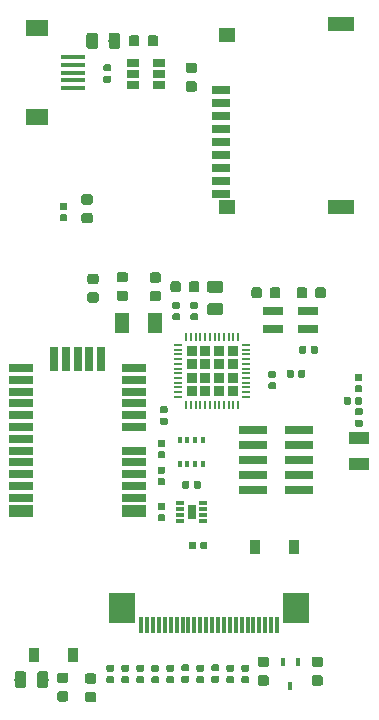
<source format=gbr>
G04 #@! TF.GenerationSoftware,KiCad,Pcbnew,(5.0.1)-rc2*
G04 #@! TF.CreationDate,2019-10-07T13:01:37-07:00*
G04 #@! TF.ProjectId,GPSLogger,4750534C6F676765722E6B696361645F,rev?*
G04 #@! TF.SameCoordinates,Original*
G04 #@! TF.FileFunction,Paste,Top*
G04 #@! TF.FilePolarity,Positive*
%FSLAX46Y46*%
G04 Gerber Fmt 4.6, Leading zero omitted, Abs format (unit mm)*
G04 Created by KiCad (PCBNEW (5.0.1)-rc2) date 10/7/2019 1:01:37 PM*
%MOMM*%
%LPD*%
G01*
G04 APERTURE LIST*
%ADD10R,0.450000X0.700000*%
%ADD11R,2.200000X1.200000*%
%ADD12R,1.400000X1.200000*%
%ADD13R,1.600000X0.700000*%
%ADD14R,0.900000X1.200000*%
%ADD15C,0.100000*%
%ADD16C,0.975000*%
%ADD17R,0.900000X0.900000*%
%ADD18R,0.680000X0.250000*%
%ADD19R,0.250000X0.680000*%
%ADD20C,0.875000*%
%ADD21R,1.800000X0.800000*%
%ADD22R,1.300000X1.800000*%
%ADD23C,0.590000*%
%ADD24R,2.000000X0.400000*%
%ADD25R,1.900000X1.400000*%
%ADD26R,0.350000X0.500000*%
%ADD27R,1.060000X0.650000*%
%ADD28R,0.700000X0.300000*%
%ADD29R,0.800000X1.200000*%
%ADD30R,0.300000X1.400000*%
%ADD31R,2.300000X2.650000*%
%ADD32R,1.800000X1.000000*%
%ADD33R,0.700000X2.000000*%
%ADD34R,2.000000X0.700000*%
%ADD35R,2.000000X1.000000*%
%ADD36R,2.400000X0.740000*%
G04 APERTURE END LIST*
D10*
G04 #@! TO.C,Q1*
X156352000Y-117872000D03*
X155052000Y-117872000D03*
X155702000Y-119872000D03*
G04 #@! TD*
D11*
G04 #@! TO.C,J3*
X159976000Y-63878000D03*
X159976000Y-79378000D03*
D12*
X150376000Y-64778000D03*
X150376000Y-79378000D03*
D13*
X149876000Y-78228000D03*
X149876000Y-77128000D03*
X149876000Y-76028000D03*
X149876000Y-74928000D03*
X149876000Y-73828000D03*
X149876000Y-72728000D03*
X149876000Y-69428000D03*
X149876000Y-70528000D03*
X149876000Y-71628000D03*
G04 #@! TD*
D14*
G04 #@! TO.C,D4*
X134050000Y-117300000D03*
X137350000Y-117300000D03*
G04 #@! TD*
G04 #@! TO.C,D8*
X152750000Y-108150000D03*
X156050000Y-108150000D03*
G04 #@! TD*
D15*
G04 #@! TO.C,D1*
G36*
X135005142Y-118651174D02*
X135028803Y-118654684D01*
X135052007Y-118660496D01*
X135074529Y-118668554D01*
X135096153Y-118678782D01*
X135116670Y-118691079D01*
X135135883Y-118705329D01*
X135153607Y-118721393D01*
X135169671Y-118739117D01*
X135183921Y-118758330D01*
X135196218Y-118778847D01*
X135206446Y-118800471D01*
X135214504Y-118822993D01*
X135220316Y-118846197D01*
X135223826Y-118869858D01*
X135225000Y-118893750D01*
X135225000Y-119806250D01*
X135223826Y-119830142D01*
X135220316Y-119853803D01*
X135214504Y-119877007D01*
X135206446Y-119899529D01*
X135196218Y-119921153D01*
X135183921Y-119941670D01*
X135169671Y-119960883D01*
X135153607Y-119978607D01*
X135135883Y-119994671D01*
X135116670Y-120008921D01*
X135096153Y-120021218D01*
X135074529Y-120031446D01*
X135052007Y-120039504D01*
X135028803Y-120045316D01*
X135005142Y-120048826D01*
X134981250Y-120050000D01*
X134493750Y-120050000D01*
X134469858Y-120048826D01*
X134446197Y-120045316D01*
X134422993Y-120039504D01*
X134400471Y-120031446D01*
X134378847Y-120021218D01*
X134358330Y-120008921D01*
X134339117Y-119994671D01*
X134321393Y-119978607D01*
X134305329Y-119960883D01*
X134291079Y-119941670D01*
X134278782Y-119921153D01*
X134268554Y-119899529D01*
X134260496Y-119877007D01*
X134254684Y-119853803D01*
X134251174Y-119830142D01*
X134250000Y-119806250D01*
X134250000Y-118893750D01*
X134251174Y-118869858D01*
X134254684Y-118846197D01*
X134260496Y-118822993D01*
X134268554Y-118800471D01*
X134278782Y-118778847D01*
X134291079Y-118758330D01*
X134305329Y-118739117D01*
X134321393Y-118721393D01*
X134339117Y-118705329D01*
X134358330Y-118691079D01*
X134378847Y-118678782D01*
X134400471Y-118668554D01*
X134422993Y-118660496D01*
X134446197Y-118654684D01*
X134469858Y-118651174D01*
X134493750Y-118650000D01*
X134981250Y-118650000D01*
X135005142Y-118651174D01*
X135005142Y-118651174D01*
G37*
D16*
X134737500Y-119350000D03*
D15*
G36*
X133130142Y-118651174D02*
X133153803Y-118654684D01*
X133177007Y-118660496D01*
X133199529Y-118668554D01*
X133221153Y-118678782D01*
X133241670Y-118691079D01*
X133260883Y-118705329D01*
X133278607Y-118721393D01*
X133294671Y-118739117D01*
X133308921Y-118758330D01*
X133321218Y-118778847D01*
X133331446Y-118800471D01*
X133339504Y-118822993D01*
X133345316Y-118846197D01*
X133348826Y-118869858D01*
X133350000Y-118893750D01*
X133350000Y-119806250D01*
X133348826Y-119830142D01*
X133345316Y-119853803D01*
X133339504Y-119877007D01*
X133331446Y-119899529D01*
X133321218Y-119921153D01*
X133308921Y-119941670D01*
X133294671Y-119960883D01*
X133278607Y-119978607D01*
X133260883Y-119994671D01*
X133241670Y-120008921D01*
X133221153Y-120021218D01*
X133199529Y-120031446D01*
X133177007Y-120039504D01*
X133153803Y-120045316D01*
X133130142Y-120048826D01*
X133106250Y-120050000D01*
X132618750Y-120050000D01*
X132594858Y-120048826D01*
X132571197Y-120045316D01*
X132547993Y-120039504D01*
X132525471Y-120031446D01*
X132503847Y-120021218D01*
X132483330Y-120008921D01*
X132464117Y-119994671D01*
X132446393Y-119978607D01*
X132430329Y-119960883D01*
X132416079Y-119941670D01*
X132403782Y-119921153D01*
X132393554Y-119899529D01*
X132385496Y-119877007D01*
X132379684Y-119853803D01*
X132376174Y-119830142D01*
X132375000Y-119806250D01*
X132375000Y-118893750D01*
X132376174Y-118869858D01*
X132379684Y-118846197D01*
X132385496Y-118822993D01*
X132393554Y-118800471D01*
X132403782Y-118778847D01*
X132416079Y-118758330D01*
X132430329Y-118739117D01*
X132446393Y-118721393D01*
X132464117Y-118705329D01*
X132483330Y-118691079D01*
X132503847Y-118678782D01*
X132525471Y-118668554D01*
X132547993Y-118660496D01*
X132571197Y-118654684D01*
X132594858Y-118651174D01*
X132618750Y-118650000D01*
X133106250Y-118650000D01*
X133130142Y-118651174D01*
X133130142Y-118651174D01*
G37*
D16*
X132862500Y-119350000D03*
G04 #@! TD*
D15*
G04 #@! TO.C,D2*
G36*
X141080642Y-64579174D02*
X141104303Y-64582684D01*
X141127507Y-64588496D01*
X141150029Y-64596554D01*
X141171653Y-64606782D01*
X141192170Y-64619079D01*
X141211383Y-64633329D01*
X141229107Y-64649393D01*
X141245171Y-64667117D01*
X141259421Y-64686330D01*
X141271718Y-64706847D01*
X141281946Y-64728471D01*
X141290004Y-64750993D01*
X141295816Y-64774197D01*
X141299326Y-64797858D01*
X141300500Y-64821750D01*
X141300500Y-65734250D01*
X141299326Y-65758142D01*
X141295816Y-65781803D01*
X141290004Y-65805007D01*
X141281946Y-65827529D01*
X141271718Y-65849153D01*
X141259421Y-65869670D01*
X141245171Y-65888883D01*
X141229107Y-65906607D01*
X141211383Y-65922671D01*
X141192170Y-65936921D01*
X141171653Y-65949218D01*
X141150029Y-65959446D01*
X141127507Y-65967504D01*
X141104303Y-65973316D01*
X141080642Y-65976826D01*
X141056750Y-65978000D01*
X140569250Y-65978000D01*
X140545358Y-65976826D01*
X140521697Y-65973316D01*
X140498493Y-65967504D01*
X140475971Y-65959446D01*
X140454347Y-65949218D01*
X140433830Y-65936921D01*
X140414617Y-65922671D01*
X140396893Y-65906607D01*
X140380829Y-65888883D01*
X140366579Y-65869670D01*
X140354282Y-65849153D01*
X140344054Y-65827529D01*
X140335996Y-65805007D01*
X140330184Y-65781803D01*
X140326674Y-65758142D01*
X140325500Y-65734250D01*
X140325500Y-64821750D01*
X140326674Y-64797858D01*
X140330184Y-64774197D01*
X140335996Y-64750993D01*
X140344054Y-64728471D01*
X140354282Y-64706847D01*
X140366579Y-64686330D01*
X140380829Y-64667117D01*
X140396893Y-64649393D01*
X140414617Y-64633329D01*
X140433830Y-64619079D01*
X140454347Y-64606782D01*
X140475971Y-64596554D01*
X140498493Y-64588496D01*
X140521697Y-64582684D01*
X140545358Y-64579174D01*
X140569250Y-64578000D01*
X141056750Y-64578000D01*
X141080642Y-64579174D01*
X141080642Y-64579174D01*
G37*
D16*
X140813000Y-65278000D03*
D15*
G36*
X139205642Y-64579174D02*
X139229303Y-64582684D01*
X139252507Y-64588496D01*
X139275029Y-64596554D01*
X139296653Y-64606782D01*
X139317170Y-64619079D01*
X139336383Y-64633329D01*
X139354107Y-64649393D01*
X139370171Y-64667117D01*
X139384421Y-64686330D01*
X139396718Y-64706847D01*
X139406946Y-64728471D01*
X139415004Y-64750993D01*
X139420816Y-64774197D01*
X139424326Y-64797858D01*
X139425500Y-64821750D01*
X139425500Y-65734250D01*
X139424326Y-65758142D01*
X139420816Y-65781803D01*
X139415004Y-65805007D01*
X139406946Y-65827529D01*
X139396718Y-65849153D01*
X139384421Y-65869670D01*
X139370171Y-65888883D01*
X139354107Y-65906607D01*
X139336383Y-65922671D01*
X139317170Y-65936921D01*
X139296653Y-65949218D01*
X139275029Y-65959446D01*
X139252507Y-65967504D01*
X139229303Y-65973316D01*
X139205642Y-65976826D01*
X139181750Y-65978000D01*
X138694250Y-65978000D01*
X138670358Y-65976826D01*
X138646697Y-65973316D01*
X138623493Y-65967504D01*
X138600971Y-65959446D01*
X138579347Y-65949218D01*
X138558830Y-65936921D01*
X138539617Y-65922671D01*
X138521893Y-65906607D01*
X138505829Y-65888883D01*
X138491579Y-65869670D01*
X138479282Y-65849153D01*
X138469054Y-65827529D01*
X138460996Y-65805007D01*
X138455184Y-65781803D01*
X138451674Y-65758142D01*
X138450500Y-65734250D01*
X138450500Y-64821750D01*
X138451674Y-64797858D01*
X138455184Y-64774197D01*
X138460996Y-64750993D01*
X138469054Y-64728471D01*
X138479282Y-64706847D01*
X138491579Y-64686330D01*
X138505829Y-64667117D01*
X138521893Y-64649393D01*
X138539617Y-64633329D01*
X138558830Y-64619079D01*
X138579347Y-64606782D01*
X138600971Y-64596554D01*
X138623493Y-64588496D01*
X138646697Y-64582684D01*
X138670358Y-64579174D01*
X138694250Y-64578000D01*
X139181750Y-64578000D01*
X139205642Y-64579174D01*
X139205642Y-64579174D01*
G37*
D16*
X138938000Y-65278000D03*
G04 #@! TD*
D15*
G04 #@! TO.C,L1*
G36*
X149832142Y-85619674D02*
X149855803Y-85623184D01*
X149879007Y-85628996D01*
X149901529Y-85637054D01*
X149923153Y-85647282D01*
X149943670Y-85659579D01*
X149962883Y-85673829D01*
X149980607Y-85689893D01*
X149996671Y-85707617D01*
X150010921Y-85726830D01*
X150023218Y-85747347D01*
X150033446Y-85768971D01*
X150041504Y-85791493D01*
X150047316Y-85814697D01*
X150050826Y-85838358D01*
X150052000Y-85862250D01*
X150052000Y-86349750D01*
X150050826Y-86373642D01*
X150047316Y-86397303D01*
X150041504Y-86420507D01*
X150033446Y-86443029D01*
X150023218Y-86464653D01*
X150010921Y-86485170D01*
X149996671Y-86504383D01*
X149980607Y-86522107D01*
X149962883Y-86538171D01*
X149943670Y-86552421D01*
X149923153Y-86564718D01*
X149901529Y-86574946D01*
X149879007Y-86583004D01*
X149855803Y-86588816D01*
X149832142Y-86592326D01*
X149808250Y-86593500D01*
X148895750Y-86593500D01*
X148871858Y-86592326D01*
X148848197Y-86588816D01*
X148824993Y-86583004D01*
X148802471Y-86574946D01*
X148780847Y-86564718D01*
X148760330Y-86552421D01*
X148741117Y-86538171D01*
X148723393Y-86522107D01*
X148707329Y-86504383D01*
X148693079Y-86485170D01*
X148680782Y-86464653D01*
X148670554Y-86443029D01*
X148662496Y-86420507D01*
X148656684Y-86397303D01*
X148653174Y-86373642D01*
X148652000Y-86349750D01*
X148652000Y-85862250D01*
X148653174Y-85838358D01*
X148656684Y-85814697D01*
X148662496Y-85791493D01*
X148670554Y-85768971D01*
X148680782Y-85747347D01*
X148693079Y-85726830D01*
X148707329Y-85707617D01*
X148723393Y-85689893D01*
X148741117Y-85673829D01*
X148760330Y-85659579D01*
X148780847Y-85647282D01*
X148802471Y-85637054D01*
X148824993Y-85628996D01*
X148848197Y-85623184D01*
X148871858Y-85619674D01*
X148895750Y-85618500D01*
X149808250Y-85618500D01*
X149832142Y-85619674D01*
X149832142Y-85619674D01*
G37*
D16*
X149352000Y-86106000D03*
D15*
G36*
X149832142Y-87494674D02*
X149855803Y-87498184D01*
X149879007Y-87503996D01*
X149901529Y-87512054D01*
X149923153Y-87522282D01*
X149943670Y-87534579D01*
X149962883Y-87548829D01*
X149980607Y-87564893D01*
X149996671Y-87582617D01*
X150010921Y-87601830D01*
X150023218Y-87622347D01*
X150033446Y-87643971D01*
X150041504Y-87666493D01*
X150047316Y-87689697D01*
X150050826Y-87713358D01*
X150052000Y-87737250D01*
X150052000Y-88224750D01*
X150050826Y-88248642D01*
X150047316Y-88272303D01*
X150041504Y-88295507D01*
X150033446Y-88318029D01*
X150023218Y-88339653D01*
X150010921Y-88360170D01*
X149996671Y-88379383D01*
X149980607Y-88397107D01*
X149962883Y-88413171D01*
X149943670Y-88427421D01*
X149923153Y-88439718D01*
X149901529Y-88449946D01*
X149879007Y-88458004D01*
X149855803Y-88463816D01*
X149832142Y-88467326D01*
X149808250Y-88468500D01*
X148895750Y-88468500D01*
X148871858Y-88467326D01*
X148848197Y-88463816D01*
X148824993Y-88458004D01*
X148802471Y-88449946D01*
X148780847Y-88439718D01*
X148760330Y-88427421D01*
X148741117Y-88413171D01*
X148723393Y-88397107D01*
X148707329Y-88379383D01*
X148693079Y-88360170D01*
X148680782Y-88339653D01*
X148670554Y-88318029D01*
X148662496Y-88295507D01*
X148656684Y-88272303D01*
X148653174Y-88248642D01*
X148652000Y-88224750D01*
X148652000Y-87737250D01*
X148653174Y-87713358D01*
X148656684Y-87689697D01*
X148662496Y-87666493D01*
X148670554Y-87643971D01*
X148680782Y-87622347D01*
X148693079Y-87601830D01*
X148707329Y-87582617D01*
X148723393Y-87564893D01*
X148741117Y-87548829D01*
X148760330Y-87534579D01*
X148780847Y-87522282D01*
X148802471Y-87512054D01*
X148824993Y-87503996D01*
X148848197Y-87498184D01*
X148871858Y-87494674D01*
X148895750Y-87493500D01*
X149808250Y-87493500D01*
X149832142Y-87494674D01*
X149832142Y-87494674D01*
G37*
D16*
X149352000Y-87981000D03*
G04 #@! TD*
D17*
G04 #@! TO.C,U2*
X147373000Y-91493000D03*
X147373000Y-92643000D03*
X147373000Y-93793000D03*
X147373000Y-94943000D03*
X148523000Y-91493000D03*
X148523000Y-92643000D03*
X148523000Y-93793000D03*
X148523000Y-94943000D03*
X149673000Y-91493000D03*
X149673000Y-92643000D03*
X149673000Y-93793000D03*
X149673000Y-94943000D03*
X150823000Y-91493000D03*
X150823000Y-92643000D03*
X150823000Y-93793000D03*
X150823000Y-94943000D03*
D18*
X146238000Y-91018000D03*
X146238000Y-91418000D03*
X146238000Y-91818000D03*
X146238000Y-92218000D03*
X146238000Y-92618000D03*
X146238000Y-93018000D03*
X146238000Y-93418000D03*
X146238000Y-93818000D03*
X146238000Y-94218000D03*
X146238000Y-94618000D03*
X146238000Y-95018000D03*
X146238000Y-95418000D03*
D19*
X146898000Y-96078000D03*
X147298000Y-96078000D03*
X147698000Y-96078000D03*
X148098000Y-96078000D03*
X148498000Y-96078000D03*
X148898000Y-96078000D03*
X149298000Y-96078000D03*
X149698000Y-96078000D03*
X150098000Y-96078000D03*
X150498000Y-96078000D03*
X150898000Y-96078000D03*
X151298000Y-96078000D03*
D18*
X151958000Y-95418000D03*
X151958000Y-95018000D03*
X151958000Y-94618000D03*
X151958000Y-94218000D03*
X151958000Y-93818000D03*
X151958000Y-93418000D03*
X151958000Y-93018000D03*
X151958000Y-92618000D03*
X151958000Y-92218000D03*
X151958000Y-91818000D03*
X151958000Y-91418000D03*
X151958000Y-91018000D03*
D19*
X151298000Y-90358000D03*
X150898000Y-90358000D03*
X150498000Y-90358000D03*
X150098000Y-90358000D03*
X149698000Y-90358000D03*
X149298000Y-90358000D03*
X148898000Y-90358000D03*
X148498000Y-90358000D03*
X148098000Y-90358000D03*
X147698000Y-90358000D03*
X147298000Y-90358000D03*
X146898000Y-90358000D03*
G04 #@! TD*
D15*
G04 #@! TO.C,R2*
G36*
X138777691Y-79851053D02*
X138798926Y-79854203D01*
X138819750Y-79859419D01*
X138839962Y-79866651D01*
X138859368Y-79875830D01*
X138877781Y-79886866D01*
X138895024Y-79899654D01*
X138910930Y-79914070D01*
X138925346Y-79929976D01*
X138938134Y-79947219D01*
X138949170Y-79965632D01*
X138958349Y-79985038D01*
X138965581Y-80005250D01*
X138970797Y-80026074D01*
X138973947Y-80047309D01*
X138975000Y-80068750D01*
X138975000Y-80506250D01*
X138973947Y-80527691D01*
X138970797Y-80548926D01*
X138965581Y-80569750D01*
X138958349Y-80589962D01*
X138949170Y-80609368D01*
X138938134Y-80627781D01*
X138925346Y-80645024D01*
X138910930Y-80660930D01*
X138895024Y-80675346D01*
X138877781Y-80688134D01*
X138859368Y-80699170D01*
X138839962Y-80708349D01*
X138819750Y-80715581D01*
X138798926Y-80720797D01*
X138777691Y-80723947D01*
X138756250Y-80725000D01*
X138243750Y-80725000D01*
X138222309Y-80723947D01*
X138201074Y-80720797D01*
X138180250Y-80715581D01*
X138160038Y-80708349D01*
X138140632Y-80699170D01*
X138122219Y-80688134D01*
X138104976Y-80675346D01*
X138089070Y-80660930D01*
X138074654Y-80645024D01*
X138061866Y-80627781D01*
X138050830Y-80609368D01*
X138041651Y-80589962D01*
X138034419Y-80569750D01*
X138029203Y-80548926D01*
X138026053Y-80527691D01*
X138025000Y-80506250D01*
X138025000Y-80068750D01*
X138026053Y-80047309D01*
X138029203Y-80026074D01*
X138034419Y-80005250D01*
X138041651Y-79985038D01*
X138050830Y-79965632D01*
X138061866Y-79947219D01*
X138074654Y-79929976D01*
X138089070Y-79914070D01*
X138104976Y-79899654D01*
X138122219Y-79886866D01*
X138140632Y-79875830D01*
X138160038Y-79866651D01*
X138180250Y-79859419D01*
X138201074Y-79854203D01*
X138222309Y-79851053D01*
X138243750Y-79850000D01*
X138756250Y-79850000D01*
X138777691Y-79851053D01*
X138777691Y-79851053D01*
G37*
D20*
X138500000Y-80287500D03*
D15*
G36*
X138777691Y-78276053D02*
X138798926Y-78279203D01*
X138819750Y-78284419D01*
X138839962Y-78291651D01*
X138859368Y-78300830D01*
X138877781Y-78311866D01*
X138895024Y-78324654D01*
X138910930Y-78339070D01*
X138925346Y-78354976D01*
X138938134Y-78372219D01*
X138949170Y-78390632D01*
X138958349Y-78410038D01*
X138965581Y-78430250D01*
X138970797Y-78451074D01*
X138973947Y-78472309D01*
X138975000Y-78493750D01*
X138975000Y-78931250D01*
X138973947Y-78952691D01*
X138970797Y-78973926D01*
X138965581Y-78994750D01*
X138958349Y-79014962D01*
X138949170Y-79034368D01*
X138938134Y-79052781D01*
X138925346Y-79070024D01*
X138910930Y-79085930D01*
X138895024Y-79100346D01*
X138877781Y-79113134D01*
X138859368Y-79124170D01*
X138839962Y-79133349D01*
X138819750Y-79140581D01*
X138798926Y-79145797D01*
X138777691Y-79148947D01*
X138756250Y-79150000D01*
X138243750Y-79150000D01*
X138222309Y-79148947D01*
X138201074Y-79145797D01*
X138180250Y-79140581D01*
X138160038Y-79133349D01*
X138140632Y-79124170D01*
X138122219Y-79113134D01*
X138104976Y-79100346D01*
X138089070Y-79085930D01*
X138074654Y-79070024D01*
X138061866Y-79052781D01*
X138050830Y-79034368D01*
X138041651Y-79014962D01*
X138034419Y-78994750D01*
X138029203Y-78973926D01*
X138026053Y-78952691D01*
X138025000Y-78931250D01*
X138025000Y-78493750D01*
X138026053Y-78472309D01*
X138029203Y-78451074D01*
X138034419Y-78430250D01*
X138041651Y-78410038D01*
X138050830Y-78390632D01*
X138061866Y-78372219D01*
X138074654Y-78354976D01*
X138089070Y-78339070D01*
X138104976Y-78324654D01*
X138122219Y-78311866D01*
X138140632Y-78300830D01*
X138160038Y-78291651D01*
X138180250Y-78284419D01*
X138201074Y-78279203D01*
X138222309Y-78276053D01*
X138243750Y-78275000D01*
X138756250Y-78275000D01*
X138777691Y-78276053D01*
X138777691Y-78276053D01*
G37*
D20*
X138500000Y-78712500D03*
G04 #@! TD*
D15*
G04 #@! TO.C,R3*
G36*
X147597691Y-68702553D02*
X147618926Y-68705703D01*
X147639750Y-68710919D01*
X147659962Y-68718151D01*
X147679368Y-68727330D01*
X147697781Y-68738366D01*
X147715024Y-68751154D01*
X147730930Y-68765570D01*
X147745346Y-68781476D01*
X147758134Y-68798719D01*
X147769170Y-68817132D01*
X147778349Y-68836538D01*
X147785581Y-68856750D01*
X147790797Y-68877574D01*
X147793947Y-68898809D01*
X147795000Y-68920250D01*
X147795000Y-69357750D01*
X147793947Y-69379191D01*
X147790797Y-69400426D01*
X147785581Y-69421250D01*
X147778349Y-69441462D01*
X147769170Y-69460868D01*
X147758134Y-69479281D01*
X147745346Y-69496524D01*
X147730930Y-69512430D01*
X147715024Y-69526846D01*
X147697781Y-69539634D01*
X147679368Y-69550670D01*
X147659962Y-69559849D01*
X147639750Y-69567081D01*
X147618926Y-69572297D01*
X147597691Y-69575447D01*
X147576250Y-69576500D01*
X147063750Y-69576500D01*
X147042309Y-69575447D01*
X147021074Y-69572297D01*
X147000250Y-69567081D01*
X146980038Y-69559849D01*
X146960632Y-69550670D01*
X146942219Y-69539634D01*
X146924976Y-69526846D01*
X146909070Y-69512430D01*
X146894654Y-69496524D01*
X146881866Y-69479281D01*
X146870830Y-69460868D01*
X146861651Y-69441462D01*
X146854419Y-69421250D01*
X146849203Y-69400426D01*
X146846053Y-69379191D01*
X146845000Y-69357750D01*
X146845000Y-68920250D01*
X146846053Y-68898809D01*
X146849203Y-68877574D01*
X146854419Y-68856750D01*
X146861651Y-68836538D01*
X146870830Y-68817132D01*
X146881866Y-68798719D01*
X146894654Y-68781476D01*
X146909070Y-68765570D01*
X146924976Y-68751154D01*
X146942219Y-68738366D01*
X146960632Y-68727330D01*
X146980038Y-68718151D01*
X147000250Y-68710919D01*
X147021074Y-68705703D01*
X147042309Y-68702553D01*
X147063750Y-68701500D01*
X147576250Y-68701500D01*
X147597691Y-68702553D01*
X147597691Y-68702553D01*
G37*
D20*
X147320000Y-69139000D03*
D15*
G36*
X147597691Y-67127553D02*
X147618926Y-67130703D01*
X147639750Y-67135919D01*
X147659962Y-67143151D01*
X147679368Y-67152330D01*
X147697781Y-67163366D01*
X147715024Y-67176154D01*
X147730930Y-67190570D01*
X147745346Y-67206476D01*
X147758134Y-67223719D01*
X147769170Y-67242132D01*
X147778349Y-67261538D01*
X147785581Y-67281750D01*
X147790797Y-67302574D01*
X147793947Y-67323809D01*
X147795000Y-67345250D01*
X147795000Y-67782750D01*
X147793947Y-67804191D01*
X147790797Y-67825426D01*
X147785581Y-67846250D01*
X147778349Y-67866462D01*
X147769170Y-67885868D01*
X147758134Y-67904281D01*
X147745346Y-67921524D01*
X147730930Y-67937430D01*
X147715024Y-67951846D01*
X147697781Y-67964634D01*
X147679368Y-67975670D01*
X147659962Y-67984849D01*
X147639750Y-67992081D01*
X147618926Y-67997297D01*
X147597691Y-68000447D01*
X147576250Y-68001500D01*
X147063750Y-68001500D01*
X147042309Y-68000447D01*
X147021074Y-67997297D01*
X147000250Y-67992081D01*
X146980038Y-67984849D01*
X146960632Y-67975670D01*
X146942219Y-67964634D01*
X146924976Y-67951846D01*
X146909070Y-67937430D01*
X146894654Y-67921524D01*
X146881866Y-67904281D01*
X146870830Y-67885868D01*
X146861651Y-67866462D01*
X146854419Y-67846250D01*
X146849203Y-67825426D01*
X146846053Y-67804191D01*
X146845000Y-67782750D01*
X146845000Y-67345250D01*
X146846053Y-67323809D01*
X146849203Y-67302574D01*
X146854419Y-67281750D01*
X146861651Y-67261538D01*
X146870830Y-67242132D01*
X146881866Y-67223719D01*
X146894654Y-67206476D01*
X146909070Y-67190570D01*
X146924976Y-67176154D01*
X146942219Y-67163366D01*
X146960632Y-67152330D01*
X146980038Y-67143151D01*
X147000250Y-67135919D01*
X147021074Y-67130703D01*
X147042309Y-67127553D01*
X147063750Y-67126500D01*
X147576250Y-67126500D01*
X147597691Y-67127553D01*
X147597691Y-67127553D01*
G37*
D20*
X147320000Y-67564000D03*
G04 #@! TD*
D15*
G04 #@! TO.C,R4*
G36*
X142734191Y-64804053D02*
X142755426Y-64807203D01*
X142776250Y-64812419D01*
X142796462Y-64819651D01*
X142815868Y-64828830D01*
X142834281Y-64839866D01*
X142851524Y-64852654D01*
X142867430Y-64867070D01*
X142881846Y-64882976D01*
X142894634Y-64900219D01*
X142905670Y-64918632D01*
X142914849Y-64938038D01*
X142922081Y-64958250D01*
X142927297Y-64979074D01*
X142930447Y-65000309D01*
X142931500Y-65021750D01*
X142931500Y-65534250D01*
X142930447Y-65555691D01*
X142927297Y-65576926D01*
X142922081Y-65597750D01*
X142914849Y-65617962D01*
X142905670Y-65637368D01*
X142894634Y-65655781D01*
X142881846Y-65673024D01*
X142867430Y-65688930D01*
X142851524Y-65703346D01*
X142834281Y-65716134D01*
X142815868Y-65727170D01*
X142796462Y-65736349D01*
X142776250Y-65743581D01*
X142755426Y-65748797D01*
X142734191Y-65751947D01*
X142712750Y-65753000D01*
X142275250Y-65753000D01*
X142253809Y-65751947D01*
X142232574Y-65748797D01*
X142211750Y-65743581D01*
X142191538Y-65736349D01*
X142172132Y-65727170D01*
X142153719Y-65716134D01*
X142136476Y-65703346D01*
X142120570Y-65688930D01*
X142106154Y-65673024D01*
X142093366Y-65655781D01*
X142082330Y-65637368D01*
X142073151Y-65617962D01*
X142065919Y-65597750D01*
X142060703Y-65576926D01*
X142057553Y-65555691D01*
X142056500Y-65534250D01*
X142056500Y-65021750D01*
X142057553Y-65000309D01*
X142060703Y-64979074D01*
X142065919Y-64958250D01*
X142073151Y-64938038D01*
X142082330Y-64918632D01*
X142093366Y-64900219D01*
X142106154Y-64882976D01*
X142120570Y-64867070D01*
X142136476Y-64852654D01*
X142153719Y-64839866D01*
X142172132Y-64828830D01*
X142191538Y-64819651D01*
X142211750Y-64812419D01*
X142232574Y-64807203D01*
X142253809Y-64804053D01*
X142275250Y-64803000D01*
X142712750Y-64803000D01*
X142734191Y-64804053D01*
X142734191Y-64804053D01*
G37*
D20*
X142494000Y-65278000D03*
D15*
G36*
X144309191Y-64804053D02*
X144330426Y-64807203D01*
X144351250Y-64812419D01*
X144371462Y-64819651D01*
X144390868Y-64828830D01*
X144409281Y-64839866D01*
X144426524Y-64852654D01*
X144442430Y-64867070D01*
X144456846Y-64882976D01*
X144469634Y-64900219D01*
X144480670Y-64918632D01*
X144489849Y-64938038D01*
X144497081Y-64958250D01*
X144502297Y-64979074D01*
X144505447Y-65000309D01*
X144506500Y-65021750D01*
X144506500Y-65534250D01*
X144505447Y-65555691D01*
X144502297Y-65576926D01*
X144497081Y-65597750D01*
X144489849Y-65617962D01*
X144480670Y-65637368D01*
X144469634Y-65655781D01*
X144456846Y-65673024D01*
X144442430Y-65688930D01*
X144426524Y-65703346D01*
X144409281Y-65716134D01*
X144390868Y-65727170D01*
X144371462Y-65736349D01*
X144351250Y-65743581D01*
X144330426Y-65748797D01*
X144309191Y-65751947D01*
X144287750Y-65753000D01*
X143850250Y-65753000D01*
X143828809Y-65751947D01*
X143807574Y-65748797D01*
X143786750Y-65743581D01*
X143766538Y-65736349D01*
X143747132Y-65727170D01*
X143728719Y-65716134D01*
X143711476Y-65703346D01*
X143695570Y-65688930D01*
X143681154Y-65673024D01*
X143668366Y-65655781D01*
X143657330Y-65637368D01*
X143648151Y-65617962D01*
X143640919Y-65597750D01*
X143635703Y-65576926D01*
X143632553Y-65555691D01*
X143631500Y-65534250D01*
X143631500Y-65021750D01*
X143632553Y-65000309D01*
X143635703Y-64979074D01*
X143640919Y-64958250D01*
X143648151Y-64938038D01*
X143657330Y-64918632D01*
X143668366Y-64900219D01*
X143681154Y-64882976D01*
X143695570Y-64867070D01*
X143711476Y-64852654D01*
X143728719Y-64839866D01*
X143747132Y-64828830D01*
X143766538Y-64819651D01*
X143786750Y-64812419D01*
X143807574Y-64807203D01*
X143828809Y-64804053D01*
X143850250Y-64803000D01*
X144287750Y-64803000D01*
X144309191Y-64804053D01*
X144309191Y-64804053D01*
G37*
D20*
X144069000Y-65278000D03*
G04 #@! TD*
D15*
G04 #@! TO.C,R16*
G36*
X153693691Y-118994553D02*
X153714926Y-118997703D01*
X153735750Y-119002919D01*
X153755962Y-119010151D01*
X153775368Y-119019330D01*
X153793781Y-119030366D01*
X153811024Y-119043154D01*
X153826930Y-119057570D01*
X153841346Y-119073476D01*
X153854134Y-119090719D01*
X153865170Y-119109132D01*
X153874349Y-119128538D01*
X153881581Y-119148750D01*
X153886797Y-119169574D01*
X153889947Y-119190809D01*
X153891000Y-119212250D01*
X153891000Y-119649750D01*
X153889947Y-119671191D01*
X153886797Y-119692426D01*
X153881581Y-119713250D01*
X153874349Y-119733462D01*
X153865170Y-119752868D01*
X153854134Y-119771281D01*
X153841346Y-119788524D01*
X153826930Y-119804430D01*
X153811024Y-119818846D01*
X153793781Y-119831634D01*
X153775368Y-119842670D01*
X153755962Y-119851849D01*
X153735750Y-119859081D01*
X153714926Y-119864297D01*
X153693691Y-119867447D01*
X153672250Y-119868500D01*
X153159750Y-119868500D01*
X153138309Y-119867447D01*
X153117074Y-119864297D01*
X153096250Y-119859081D01*
X153076038Y-119851849D01*
X153056632Y-119842670D01*
X153038219Y-119831634D01*
X153020976Y-119818846D01*
X153005070Y-119804430D01*
X152990654Y-119788524D01*
X152977866Y-119771281D01*
X152966830Y-119752868D01*
X152957651Y-119733462D01*
X152950419Y-119713250D01*
X152945203Y-119692426D01*
X152942053Y-119671191D01*
X152941000Y-119649750D01*
X152941000Y-119212250D01*
X152942053Y-119190809D01*
X152945203Y-119169574D01*
X152950419Y-119148750D01*
X152957651Y-119128538D01*
X152966830Y-119109132D01*
X152977866Y-119090719D01*
X152990654Y-119073476D01*
X153005070Y-119057570D01*
X153020976Y-119043154D01*
X153038219Y-119030366D01*
X153056632Y-119019330D01*
X153076038Y-119010151D01*
X153096250Y-119002919D01*
X153117074Y-118997703D01*
X153138309Y-118994553D01*
X153159750Y-118993500D01*
X153672250Y-118993500D01*
X153693691Y-118994553D01*
X153693691Y-118994553D01*
G37*
D20*
X153416000Y-119431000D03*
D15*
G36*
X153693691Y-117419553D02*
X153714926Y-117422703D01*
X153735750Y-117427919D01*
X153755962Y-117435151D01*
X153775368Y-117444330D01*
X153793781Y-117455366D01*
X153811024Y-117468154D01*
X153826930Y-117482570D01*
X153841346Y-117498476D01*
X153854134Y-117515719D01*
X153865170Y-117534132D01*
X153874349Y-117553538D01*
X153881581Y-117573750D01*
X153886797Y-117594574D01*
X153889947Y-117615809D01*
X153891000Y-117637250D01*
X153891000Y-118074750D01*
X153889947Y-118096191D01*
X153886797Y-118117426D01*
X153881581Y-118138250D01*
X153874349Y-118158462D01*
X153865170Y-118177868D01*
X153854134Y-118196281D01*
X153841346Y-118213524D01*
X153826930Y-118229430D01*
X153811024Y-118243846D01*
X153793781Y-118256634D01*
X153775368Y-118267670D01*
X153755962Y-118276849D01*
X153735750Y-118284081D01*
X153714926Y-118289297D01*
X153693691Y-118292447D01*
X153672250Y-118293500D01*
X153159750Y-118293500D01*
X153138309Y-118292447D01*
X153117074Y-118289297D01*
X153096250Y-118284081D01*
X153076038Y-118276849D01*
X153056632Y-118267670D01*
X153038219Y-118256634D01*
X153020976Y-118243846D01*
X153005070Y-118229430D01*
X152990654Y-118213524D01*
X152977866Y-118196281D01*
X152966830Y-118177868D01*
X152957651Y-118158462D01*
X152950419Y-118138250D01*
X152945203Y-118117426D01*
X152942053Y-118096191D01*
X152941000Y-118074750D01*
X152941000Y-117637250D01*
X152942053Y-117615809D01*
X152945203Y-117594574D01*
X152950419Y-117573750D01*
X152957651Y-117553538D01*
X152966830Y-117534132D01*
X152977866Y-117515719D01*
X152990654Y-117498476D01*
X153005070Y-117482570D01*
X153020976Y-117468154D01*
X153038219Y-117455366D01*
X153056632Y-117444330D01*
X153076038Y-117435151D01*
X153096250Y-117427919D01*
X153117074Y-117422703D01*
X153138309Y-117419553D01*
X153159750Y-117418500D01*
X153672250Y-117418500D01*
X153693691Y-117419553D01*
X153693691Y-117419553D01*
G37*
D20*
X153416000Y-117856000D03*
G04 #@! TD*
D15*
G04 #@! TO.C,R17*
G36*
X158265691Y-118994553D02*
X158286926Y-118997703D01*
X158307750Y-119002919D01*
X158327962Y-119010151D01*
X158347368Y-119019330D01*
X158365781Y-119030366D01*
X158383024Y-119043154D01*
X158398930Y-119057570D01*
X158413346Y-119073476D01*
X158426134Y-119090719D01*
X158437170Y-119109132D01*
X158446349Y-119128538D01*
X158453581Y-119148750D01*
X158458797Y-119169574D01*
X158461947Y-119190809D01*
X158463000Y-119212250D01*
X158463000Y-119649750D01*
X158461947Y-119671191D01*
X158458797Y-119692426D01*
X158453581Y-119713250D01*
X158446349Y-119733462D01*
X158437170Y-119752868D01*
X158426134Y-119771281D01*
X158413346Y-119788524D01*
X158398930Y-119804430D01*
X158383024Y-119818846D01*
X158365781Y-119831634D01*
X158347368Y-119842670D01*
X158327962Y-119851849D01*
X158307750Y-119859081D01*
X158286926Y-119864297D01*
X158265691Y-119867447D01*
X158244250Y-119868500D01*
X157731750Y-119868500D01*
X157710309Y-119867447D01*
X157689074Y-119864297D01*
X157668250Y-119859081D01*
X157648038Y-119851849D01*
X157628632Y-119842670D01*
X157610219Y-119831634D01*
X157592976Y-119818846D01*
X157577070Y-119804430D01*
X157562654Y-119788524D01*
X157549866Y-119771281D01*
X157538830Y-119752868D01*
X157529651Y-119733462D01*
X157522419Y-119713250D01*
X157517203Y-119692426D01*
X157514053Y-119671191D01*
X157513000Y-119649750D01*
X157513000Y-119212250D01*
X157514053Y-119190809D01*
X157517203Y-119169574D01*
X157522419Y-119148750D01*
X157529651Y-119128538D01*
X157538830Y-119109132D01*
X157549866Y-119090719D01*
X157562654Y-119073476D01*
X157577070Y-119057570D01*
X157592976Y-119043154D01*
X157610219Y-119030366D01*
X157628632Y-119019330D01*
X157648038Y-119010151D01*
X157668250Y-119002919D01*
X157689074Y-118997703D01*
X157710309Y-118994553D01*
X157731750Y-118993500D01*
X158244250Y-118993500D01*
X158265691Y-118994553D01*
X158265691Y-118994553D01*
G37*
D20*
X157988000Y-119431000D03*
D15*
G36*
X158265691Y-117419553D02*
X158286926Y-117422703D01*
X158307750Y-117427919D01*
X158327962Y-117435151D01*
X158347368Y-117444330D01*
X158365781Y-117455366D01*
X158383024Y-117468154D01*
X158398930Y-117482570D01*
X158413346Y-117498476D01*
X158426134Y-117515719D01*
X158437170Y-117534132D01*
X158446349Y-117553538D01*
X158453581Y-117573750D01*
X158458797Y-117594574D01*
X158461947Y-117615809D01*
X158463000Y-117637250D01*
X158463000Y-118074750D01*
X158461947Y-118096191D01*
X158458797Y-118117426D01*
X158453581Y-118138250D01*
X158446349Y-118158462D01*
X158437170Y-118177868D01*
X158426134Y-118196281D01*
X158413346Y-118213524D01*
X158398930Y-118229430D01*
X158383024Y-118243846D01*
X158365781Y-118256634D01*
X158347368Y-118267670D01*
X158327962Y-118276849D01*
X158307750Y-118284081D01*
X158286926Y-118289297D01*
X158265691Y-118292447D01*
X158244250Y-118293500D01*
X157731750Y-118293500D01*
X157710309Y-118292447D01*
X157689074Y-118289297D01*
X157668250Y-118284081D01*
X157648038Y-118276849D01*
X157628632Y-118267670D01*
X157610219Y-118256634D01*
X157592976Y-118243846D01*
X157577070Y-118229430D01*
X157562654Y-118213524D01*
X157549866Y-118196281D01*
X157538830Y-118177868D01*
X157529651Y-118158462D01*
X157522419Y-118138250D01*
X157517203Y-118117426D01*
X157514053Y-118096191D01*
X157513000Y-118074750D01*
X157513000Y-117637250D01*
X157514053Y-117615809D01*
X157517203Y-117594574D01*
X157522419Y-117573750D01*
X157529651Y-117553538D01*
X157538830Y-117534132D01*
X157549866Y-117515719D01*
X157562654Y-117498476D01*
X157577070Y-117482570D01*
X157592976Y-117468154D01*
X157610219Y-117455366D01*
X157628632Y-117444330D01*
X157648038Y-117435151D01*
X157668250Y-117427919D01*
X157689074Y-117422703D01*
X157710309Y-117419553D01*
X157731750Y-117418500D01*
X158244250Y-117418500D01*
X158265691Y-117419553D01*
X158265691Y-117419553D01*
G37*
D20*
X157988000Y-117856000D03*
G04 #@! TD*
D21*
G04 #@! TO.C,Y1*
X154226000Y-88162000D03*
X157226000Y-88162000D03*
X154226000Y-89662000D03*
X157226000Y-89662000D03*
G04 #@! TD*
D22*
G04 #@! TO.C,Y2*
X141472000Y-89154000D03*
X144272000Y-89154000D03*
G04 #@! TD*
D15*
G04 #@! TO.C,ANT_C1*
G36*
X154364958Y-93223710D02*
X154379276Y-93225834D01*
X154393317Y-93229351D01*
X154406946Y-93234228D01*
X154420031Y-93240417D01*
X154432447Y-93247858D01*
X154444073Y-93256481D01*
X154454798Y-93266202D01*
X154464519Y-93276927D01*
X154473142Y-93288553D01*
X154480583Y-93300969D01*
X154486772Y-93314054D01*
X154491649Y-93327683D01*
X154495166Y-93341724D01*
X154497290Y-93356042D01*
X154498000Y-93370500D01*
X154498000Y-93665500D01*
X154497290Y-93679958D01*
X154495166Y-93694276D01*
X154491649Y-93708317D01*
X154486772Y-93721946D01*
X154480583Y-93735031D01*
X154473142Y-93747447D01*
X154464519Y-93759073D01*
X154454798Y-93769798D01*
X154444073Y-93779519D01*
X154432447Y-93788142D01*
X154420031Y-93795583D01*
X154406946Y-93801772D01*
X154393317Y-93806649D01*
X154379276Y-93810166D01*
X154364958Y-93812290D01*
X154350500Y-93813000D01*
X154005500Y-93813000D01*
X153991042Y-93812290D01*
X153976724Y-93810166D01*
X153962683Y-93806649D01*
X153949054Y-93801772D01*
X153935969Y-93795583D01*
X153923553Y-93788142D01*
X153911927Y-93779519D01*
X153901202Y-93769798D01*
X153891481Y-93759073D01*
X153882858Y-93747447D01*
X153875417Y-93735031D01*
X153869228Y-93721946D01*
X153864351Y-93708317D01*
X153860834Y-93694276D01*
X153858710Y-93679958D01*
X153858000Y-93665500D01*
X153858000Y-93370500D01*
X153858710Y-93356042D01*
X153860834Y-93341724D01*
X153864351Y-93327683D01*
X153869228Y-93314054D01*
X153875417Y-93300969D01*
X153882858Y-93288553D01*
X153891481Y-93276927D01*
X153901202Y-93266202D01*
X153911927Y-93256481D01*
X153923553Y-93247858D01*
X153935969Y-93240417D01*
X153949054Y-93234228D01*
X153962683Y-93229351D01*
X153976724Y-93225834D01*
X153991042Y-93223710D01*
X154005500Y-93223000D01*
X154350500Y-93223000D01*
X154364958Y-93223710D01*
X154364958Y-93223710D01*
G37*
D23*
X154178000Y-93518000D03*
D15*
G36*
X154364958Y-94193710D02*
X154379276Y-94195834D01*
X154393317Y-94199351D01*
X154406946Y-94204228D01*
X154420031Y-94210417D01*
X154432447Y-94217858D01*
X154444073Y-94226481D01*
X154454798Y-94236202D01*
X154464519Y-94246927D01*
X154473142Y-94258553D01*
X154480583Y-94270969D01*
X154486772Y-94284054D01*
X154491649Y-94297683D01*
X154495166Y-94311724D01*
X154497290Y-94326042D01*
X154498000Y-94340500D01*
X154498000Y-94635500D01*
X154497290Y-94649958D01*
X154495166Y-94664276D01*
X154491649Y-94678317D01*
X154486772Y-94691946D01*
X154480583Y-94705031D01*
X154473142Y-94717447D01*
X154464519Y-94729073D01*
X154454798Y-94739798D01*
X154444073Y-94749519D01*
X154432447Y-94758142D01*
X154420031Y-94765583D01*
X154406946Y-94771772D01*
X154393317Y-94776649D01*
X154379276Y-94780166D01*
X154364958Y-94782290D01*
X154350500Y-94783000D01*
X154005500Y-94783000D01*
X153991042Y-94782290D01*
X153976724Y-94780166D01*
X153962683Y-94776649D01*
X153949054Y-94771772D01*
X153935969Y-94765583D01*
X153923553Y-94758142D01*
X153911927Y-94749519D01*
X153901202Y-94739798D01*
X153891481Y-94729073D01*
X153882858Y-94717447D01*
X153875417Y-94705031D01*
X153869228Y-94691946D01*
X153864351Y-94678317D01*
X153860834Y-94664276D01*
X153858710Y-94649958D01*
X153858000Y-94635500D01*
X153858000Y-94340500D01*
X153858710Y-94326042D01*
X153860834Y-94311724D01*
X153864351Y-94297683D01*
X153869228Y-94284054D01*
X153875417Y-94270969D01*
X153882858Y-94258553D01*
X153891481Y-94246927D01*
X153901202Y-94236202D01*
X153911927Y-94226481D01*
X153923553Y-94217858D01*
X153935969Y-94210417D01*
X153949054Y-94204228D01*
X153962683Y-94199351D01*
X153976724Y-94195834D01*
X153991042Y-94193710D01*
X154005500Y-94193000D01*
X154350500Y-94193000D01*
X154364958Y-94193710D01*
X154364958Y-94193710D01*
G37*
D23*
X154178000Y-94488000D03*
G04 #@! TD*
D15*
G04 #@! TO.C,ANT_C2*
G36*
X161667458Y-94447710D02*
X161681776Y-94449834D01*
X161695817Y-94453351D01*
X161709446Y-94458228D01*
X161722531Y-94464417D01*
X161734947Y-94471858D01*
X161746573Y-94480481D01*
X161757298Y-94490202D01*
X161767019Y-94500927D01*
X161775642Y-94512553D01*
X161783083Y-94524969D01*
X161789272Y-94538054D01*
X161794149Y-94551683D01*
X161797666Y-94565724D01*
X161799790Y-94580042D01*
X161800500Y-94594500D01*
X161800500Y-94889500D01*
X161799790Y-94903958D01*
X161797666Y-94918276D01*
X161794149Y-94932317D01*
X161789272Y-94945946D01*
X161783083Y-94959031D01*
X161775642Y-94971447D01*
X161767019Y-94983073D01*
X161757298Y-94993798D01*
X161746573Y-95003519D01*
X161734947Y-95012142D01*
X161722531Y-95019583D01*
X161709446Y-95025772D01*
X161695817Y-95030649D01*
X161681776Y-95034166D01*
X161667458Y-95036290D01*
X161653000Y-95037000D01*
X161308000Y-95037000D01*
X161293542Y-95036290D01*
X161279224Y-95034166D01*
X161265183Y-95030649D01*
X161251554Y-95025772D01*
X161238469Y-95019583D01*
X161226053Y-95012142D01*
X161214427Y-95003519D01*
X161203702Y-94993798D01*
X161193981Y-94983073D01*
X161185358Y-94971447D01*
X161177917Y-94959031D01*
X161171728Y-94945946D01*
X161166851Y-94932317D01*
X161163334Y-94918276D01*
X161161210Y-94903958D01*
X161160500Y-94889500D01*
X161160500Y-94594500D01*
X161161210Y-94580042D01*
X161163334Y-94565724D01*
X161166851Y-94551683D01*
X161171728Y-94538054D01*
X161177917Y-94524969D01*
X161185358Y-94512553D01*
X161193981Y-94500927D01*
X161203702Y-94490202D01*
X161214427Y-94480481D01*
X161226053Y-94471858D01*
X161238469Y-94464417D01*
X161251554Y-94458228D01*
X161265183Y-94453351D01*
X161279224Y-94449834D01*
X161293542Y-94447710D01*
X161308000Y-94447000D01*
X161653000Y-94447000D01*
X161667458Y-94447710D01*
X161667458Y-94447710D01*
G37*
D23*
X161480500Y-94742000D03*
D15*
G36*
X161667458Y-93477710D02*
X161681776Y-93479834D01*
X161695817Y-93483351D01*
X161709446Y-93488228D01*
X161722531Y-93494417D01*
X161734947Y-93501858D01*
X161746573Y-93510481D01*
X161757298Y-93520202D01*
X161767019Y-93530927D01*
X161775642Y-93542553D01*
X161783083Y-93554969D01*
X161789272Y-93568054D01*
X161794149Y-93581683D01*
X161797666Y-93595724D01*
X161799790Y-93610042D01*
X161800500Y-93624500D01*
X161800500Y-93919500D01*
X161799790Y-93933958D01*
X161797666Y-93948276D01*
X161794149Y-93962317D01*
X161789272Y-93975946D01*
X161783083Y-93989031D01*
X161775642Y-94001447D01*
X161767019Y-94013073D01*
X161757298Y-94023798D01*
X161746573Y-94033519D01*
X161734947Y-94042142D01*
X161722531Y-94049583D01*
X161709446Y-94055772D01*
X161695817Y-94060649D01*
X161681776Y-94064166D01*
X161667458Y-94066290D01*
X161653000Y-94067000D01*
X161308000Y-94067000D01*
X161293542Y-94066290D01*
X161279224Y-94064166D01*
X161265183Y-94060649D01*
X161251554Y-94055772D01*
X161238469Y-94049583D01*
X161226053Y-94042142D01*
X161214427Y-94033519D01*
X161203702Y-94023798D01*
X161193981Y-94013073D01*
X161185358Y-94001447D01*
X161177917Y-93989031D01*
X161171728Y-93975946D01*
X161166851Y-93962317D01*
X161163334Y-93948276D01*
X161161210Y-93933958D01*
X161160500Y-93919500D01*
X161160500Y-93624500D01*
X161161210Y-93610042D01*
X161163334Y-93595724D01*
X161166851Y-93581683D01*
X161171728Y-93568054D01*
X161177917Y-93554969D01*
X161185358Y-93542553D01*
X161193981Y-93530927D01*
X161203702Y-93520202D01*
X161214427Y-93510481D01*
X161226053Y-93501858D01*
X161238469Y-93494417D01*
X161251554Y-93488228D01*
X161265183Y-93483351D01*
X161279224Y-93479834D01*
X161293542Y-93477710D01*
X161308000Y-93477000D01*
X161653000Y-93477000D01*
X161667458Y-93477710D01*
X161667458Y-93477710D01*
G37*
D23*
X161480500Y-93772000D03*
G04 #@! TD*
D15*
G04 #@! TO.C,ANT_L1*
G36*
X156833958Y-93152710D02*
X156848276Y-93154834D01*
X156862317Y-93158351D01*
X156875946Y-93163228D01*
X156889031Y-93169417D01*
X156901447Y-93176858D01*
X156913073Y-93185481D01*
X156923798Y-93195202D01*
X156933519Y-93205927D01*
X156942142Y-93217553D01*
X156949583Y-93229969D01*
X156955772Y-93243054D01*
X156960649Y-93256683D01*
X156964166Y-93270724D01*
X156966290Y-93285042D01*
X156967000Y-93299500D01*
X156967000Y-93644500D01*
X156966290Y-93658958D01*
X156964166Y-93673276D01*
X156960649Y-93687317D01*
X156955772Y-93700946D01*
X156949583Y-93714031D01*
X156942142Y-93726447D01*
X156933519Y-93738073D01*
X156923798Y-93748798D01*
X156913073Y-93758519D01*
X156901447Y-93767142D01*
X156889031Y-93774583D01*
X156875946Y-93780772D01*
X156862317Y-93785649D01*
X156848276Y-93789166D01*
X156833958Y-93791290D01*
X156819500Y-93792000D01*
X156524500Y-93792000D01*
X156510042Y-93791290D01*
X156495724Y-93789166D01*
X156481683Y-93785649D01*
X156468054Y-93780772D01*
X156454969Y-93774583D01*
X156442553Y-93767142D01*
X156430927Y-93758519D01*
X156420202Y-93748798D01*
X156410481Y-93738073D01*
X156401858Y-93726447D01*
X156394417Y-93714031D01*
X156388228Y-93700946D01*
X156383351Y-93687317D01*
X156379834Y-93673276D01*
X156377710Y-93658958D01*
X156377000Y-93644500D01*
X156377000Y-93299500D01*
X156377710Y-93285042D01*
X156379834Y-93270724D01*
X156383351Y-93256683D01*
X156388228Y-93243054D01*
X156394417Y-93229969D01*
X156401858Y-93217553D01*
X156410481Y-93205927D01*
X156420202Y-93195202D01*
X156430927Y-93185481D01*
X156442553Y-93176858D01*
X156454969Y-93169417D01*
X156468054Y-93163228D01*
X156481683Y-93158351D01*
X156495724Y-93154834D01*
X156510042Y-93152710D01*
X156524500Y-93152000D01*
X156819500Y-93152000D01*
X156833958Y-93152710D01*
X156833958Y-93152710D01*
G37*
D23*
X156672000Y-93472000D03*
D15*
G36*
X155863958Y-93152710D02*
X155878276Y-93154834D01*
X155892317Y-93158351D01*
X155905946Y-93163228D01*
X155919031Y-93169417D01*
X155931447Y-93176858D01*
X155943073Y-93185481D01*
X155953798Y-93195202D01*
X155963519Y-93205927D01*
X155972142Y-93217553D01*
X155979583Y-93229969D01*
X155985772Y-93243054D01*
X155990649Y-93256683D01*
X155994166Y-93270724D01*
X155996290Y-93285042D01*
X155997000Y-93299500D01*
X155997000Y-93644500D01*
X155996290Y-93658958D01*
X155994166Y-93673276D01*
X155990649Y-93687317D01*
X155985772Y-93700946D01*
X155979583Y-93714031D01*
X155972142Y-93726447D01*
X155963519Y-93738073D01*
X155953798Y-93748798D01*
X155943073Y-93758519D01*
X155931447Y-93767142D01*
X155919031Y-93774583D01*
X155905946Y-93780772D01*
X155892317Y-93785649D01*
X155878276Y-93789166D01*
X155863958Y-93791290D01*
X155849500Y-93792000D01*
X155554500Y-93792000D01*
X155540042Y-93791290D01*
X155525724Y-93789166D01*
X155511683Y-93785649D01*
X155498054Y-93780772D01*
X155484969Y-93774583D01*
X155472553Y-93767142D01*
X155460927Y-93758519D01*
X155450202Y-93748798D01*
X155440481Y-93738073D01*
X155431858Y-93726447D01*
X155424417Y-93714031D01*
X155418228Y-93700946D01*
X155413351Y-93687317D01*
X155409834Y-93673276D01*
X155407710Y-93658958D01*
X155407000Y-93644500D01*
X155407000Y-93299500D01*
X155407710Y-93285042D01*
X155409834Y-93270724D01*
X155413351Y-93256683D01*
X155418228Y-93243054D01*
X155424417Y-93229969D01*
X155431858Y-93217553D01*
X155440481Y-93205927D01*
X155450202Y-93195202D01*
X155460927Y-93185481D01*
X155472553Y-93176858D01*
X155484969Y-93169417D01*
X155498054Y-93163228D01*
X155511683Y-93158351D01*
X155525724Y-93154834D01*
X155540042Y-93152710D01*
X155554500Y-93152000D01*
X155849500Y-93152000D01*
X155863958Y-93152710D01*
X155863958Y-93152710D01*
G37*
D23*
X155702000Y-93472000D03*
G04 #@! TD*
D15*
G04 #@! TO.C,ANT_L2*
G36*
X161655158Y-95438710D02*
X161669476Y-95440834D01*
X161683517Y-95444351D01*
X161697146Y-95449228D01*
X161710231Y-95455417D01*
X161722647Y-95462858D01*
X161734273Y-95471481D01*
X161744998Y-95481202D01*
X161754719Y-95491927D01*
X161763342Y-95503553D01*
X161770783Y-95515969D01*
X161776972Y-95529054D01*
X161781849Y-95542683D01*
X161785366Y-95556724D01*
X161787490Y-95571042D01*
X161788200Y-95585500D01*
X161788200Y-95930500D01*
X161787490Y-95944958D01*
X161785366Y-95959276D01*
X161781849Y-95973317D01*
X161776972Y-95986946D01*
X161770783Y-96000031D01*
X161763342Y-96012447D01*
X161754719Y-96024073D01*
X161744998Y-96034798D01*
X161734273Y-96044519D01*
X161722647Y-96053142D01*
X161710231Y-96060583D01*
X161697146Y-96066772D01*
X161683517Y-96071649D01*
X161669476Y-96075166D01*
X161655158Y-96077290D01*
X161640700Y-96078000D01*
X161345700Y-96078000D01*
X161331242Y-96077290D01*
X161316924Y-96075166D01*
X161302883Y-96071649D01*
X161289254Y-96066772D01*
X161276169Y-96060583D01*
X161263753Y-96053142D01*
X161252127Y-96044519D01*
X161241402Y-96034798D01*
X161231681Y-96024073D01*
X161223058Y-96012447D01*
X161215617Y-96000031D01*
X161209428Y-95986946D01*
X161204551Y-95973317D01*
X161201034Y-95959276D01*
X161198910Y-95944958D01*
X161198200Y-95930500D01*
X161198200Y-95585500D01*
X161198910Y-95571042D01*
X161201034Y-95556724D01*
X161204551Y-95542683D01*
X161209428Y-95529054D01*
X161215617Y-95515969D01*
X161223058Y-95503553D01*
X161231681Y-95491927D01*
X161241402Y-95481202D01*
X161252127Y-95471481D01*
X161263753Y-95462858D01*
X161276169Y-95455417D01*
X161289254Y-95449228D01*
X161302883Y-95444351D01*
X161316924Y-95440834D01*
X161331242Y-95438710D01*
X161345700Y-95438000D01*
X161640700Y-95438000D01*
X161655158Y-95438710D01*
X161655158Y-95438710D01*
G37*
D23*
X161493200Y-95758000D03*
D15*
G36*
X160685158Y-95438710D02*
X160699476Y-95440834D01*
X160713517Y-95444351D01*
X160727146Y-95449228D01*
X160740231Y-95455417D01*
X160752647Y-95462858D01*
X160764273Y-95471481D01*
X160774998Y-95481202D01*
X160784719Y-95491927D01*
X160793342Y-95503553D01*
X160800783Y-95515969D01*
X160806972Y-95529054D01*
X160811849Y-95542683D01*
X160815366Y-95556724D01*
X160817490Y-95571042D01*
X160818200Y-95585500D01*
X160818200Y-95930500D01*
X160817490Y-95944958D01*
X160815366Y-95959276D01*
X160811849Y-95973317D01*
X160806972Y-95986946D01*
X160800783Y-96000031D01*
X160793342Y-96012447D01*
X160784719Y-96024073D01*
X160774998Y-96034798D01*
X160764273Y-96044519D01*
X160752647Y-96053142D01*
X160740231Y-96060583D01*
X160727146Y-96066772D01*
X160713517Y-96071649D01*
X160699476Y-96075166D01*
X160685158Y-96077290D01*
X160670700Y-96078000D01*
X160375700Y-96078000D01*
X160361242Y-96077290D01*
X160346924Y-96075166D01*
X160332883Y-96071649D01*
X160319254Y-96066772D01*
X160306169Y-96060583D01*
X160293753Y-96053142D01*
X160282127Y-96044519D01*
X160271402Y-96034798D01*
X160261681Y-96024073D01*
X160253058Y-96012447D01*
X160245617Y-96000031D01*
X160239428Y-95986946D01*
X160234551Y-95973317D01*
X160231034Y-95959276D01*
X160228910Y-95944958D01*
X160228200Y-95930500D01*
X160228200Y-95585500D01*
X160228910Y-95571042D01*
X160231034Y-95556724D01*
X160234551Y-95542683D01*
X160239428Y-95529054D01*
X160245617Y-95515969D01*
X160253058Y-95503553D01*
X160261681Y-95491927D01*
X160271402Y-95481202D01*
X160282127Y-95471481D01*
X160293753Y-95462858D01*
X160306169Y-95455417D01*
X160319254Y-95449228D01*
X160332883Y-95444351D01*
X160346924Y-95440834D01*
X160361242Y-95438710D01*
X160375700Y-95438000D01*
X160670700Y-95438000D01*
X160685158Y-95438710D01*
X160685158Y-95438710D01*
G37*
D23*
X160523200Y-95758000D03*
G04 #@! TD*
D15*
G04 #@! TO.C,ANT_L3*
G36*
X161702958Y-97347710D02*
X161717276Y-97349834D01*
X161731317Y-97353351D01*
X161744946Y-97358228D01*
X161758031Y-97364417D01*
X161770447Y-97371858D01*
X161782073Y-97380481D01*
X161792798Y-97390202D01*
X161802519Y-97400927D01*
X161811142Y-97412553D01*
X161818583Y-97424969D01*
X161824772Y-97438054D01*
X161829649Y-97451683D01*
X161833166Y-97465724D01*
X161835290Y-97480042D01*
X161836000Y-97494500D01*
X161836000Y-97789500D01*
X161835290Y-97803958D01*
X161833166Y-97818276D01*
X161829649Y-97832317D01*
X161824772Y-97845946D01*
X161818583Y-97859031D01*
X161811142Y-97871447D01*
X161802519Y-97883073D01*
X161792798Y-97893798D01*
X161782073Y-97903519D01*
X161770447Y-97912142D01*
X161758031Y-97919583D01*
X161744946Y-97925772D01*
X161731317Y-97930649D01*
X161717276Y-97934166D01*
X161702958Y-97936290D01*
X161688500Y-97937000D01*
X161343500Y-97937000D01*
X161329042Y-97936290D01*
X161314724Y-97934166D01*
X161300683Y-97930649D01*
X161287054Y-97925772D01*
X161273969Y-97919583D01*
X161261553Y-97912142D01*
X161249927Y-97903519D01*
X161239202Y-97893798D01*
X161229481Y-97883073D01*
X161220858Y-97871447D01*
X161213417Y-97859031D01*
X161207228Y-97845946D01*
X161202351Y-97832317D01*
X161198834Y-97818276D01*
X161196710Y-97803958D01*
X161196000Y-97789500D01*
X161196000Y-97494500D01*
X161196710Y-97480042D01*
X161198834Y-97465724D01*
X161202351Y-97451683D01*
X161207228Y-97438054D01*
X161213417Y-97424969D01*
X161220858Y-97412553D01*
X161229481Y-97400927D01*
X161239202Y-97390202D01*
X161249927Y-97380481D01*
X161261553Y-97371858D01*
X161273969Y-97364417D01*
X161287054Y-97358228D01*
X161300683Y-97353351D01*
X161314724Y-97349834D01*
X161329042Y-97347710D01*
X161343500Y-97347000D01*
X161688500Y-97347000D01*
X161702958Y-97347710D01*
X161702958Y-97347710D01*
G37*
D23*
X161516000Y-97642000D03*
D15*
G36*
X161702958Y-96377710D02*
X161717276Y-96379834D01*
X161731317Y-96383351D01*
X161744946Y-96388228D01*
X161758031Y-96394417D01*
X161770447Y-96401858D01*
X161782073Y-96410481D01*
X161792798Y-96420202D01*
X161802519Y-96430927D01*
X161811142Y-96442553D01*
X161818583Y-96454969D01*
X161824772Y-96468054D01*
X161829649Y-96481683D01*
X161833166Y-96495724D01*
X161835290Y-96510042D01*
X161836000Y-96524500D01*
X161836000Y-96819500D01*
X161835290Y-96833958D01*
X161833166Y-96848276D01*
X161829649Y-96862317D01*
X161824772Y-96875946D01*
X161818583Y-96889031D01*
X161811142Y-96901447D01*
X161802519Y-96913073D01*
X161792798Y-96923798D01*
X161782073Y-96933519D01*
X161770447Y-96942142D01*
X161758031Y-96949583D01*
X161744946Y-96955772D01*
X161731317Y-96960649D01*
X161717276Y-96964166D01*
X161702958Y-96966290D01*
X161688500Y-96967000D01*
X161343500Y-96967000D01*
X161329042Y-96966290D01*
X161314724Y-96964166D01*
X161300683Y-96960649D01*
X161287054Y-96955772D01*
X161273969Y-96949583D01*
X161261553Y-96942142D01*
X161249927Y-96933519D01*
X161239202Y-96923798D01*
X161229481Y-96913073D01*
X161220858Y-96901447D01*
X161213417Y-96889031D01*
X161207228Y-96875946D01*
X161202351Y-96862317D01*
X161198834Y-96848276D01*
X161196710Y-96833958D01*
X161196000Y-96819500D01*
X161196000Y-96524500D01*
X161196710Y-96510042D01*
X161198834Y-96495724D01*
X161202351Y-96481683D01*
X161207228Y-96468054D01*
X161213417Y-96454969D01*
X161220858Y-96442553D01*
X161229481Y-96430927D01*
X161239202Y-96420202D01*
X161249927Y-96410481D01*
X161261553Y-96401858D01*
X161273969Y-96394417D01*
X161287054Y-96388228D01*
X161300683Y-96383351D01*
X161314724Y-96379834D01*
X161329042Y-96377710D01*
X161343500Y-96377000D01*
X161688500Y-96377000D01*
X161702958Y-96377710D01*
X161702958Y-96377710D01*
G37*
D23*
X161516000Y-96672000D03*
G04 #@! TD*
D15*
G04 #@! TO.C,C2*
G36*
X139277691Y-86563553D02*
X139298926Y-86566703D01*
X139319750Y-86571919D01*
X139339962Y-86579151D01*
X139359368Y-86588330D01*
X139377781Y-86599366D01*
X139395024Y-86612154D01*
X139410930Y-86626570D01*
X139425346Y-86642476D01*
X139438134Y-86659719D01*
X139449170Y-86678132D01*
X139458349Y-86697538D01*
X139465581Y-86717750D01*
X139470797Y-86738574D01*
X139473947Y-86759809D01*
X139475000Y-86781250D01*
X139475000Y-87218750D01*
X139473947Y-87240191D01*
X139470797Y-87261426D01*
X139465581Y-87282250D01*
X139458349Y-87302462D01*
X139449170Y-87321868D01*
X139438134Y-87340281D01*
X139425346Y-87357524D01*
X139410930Y-87373430D01*
X139395024Y-87387846D01*
X139377781Y-87400634D01*
X139359368Y-87411670D01*
X139339962Y-87420849D01*
X139319750Y-87428081D01*
X139298926Y-87433297D01*
X139277691Y-87436447D01*
X139256250Y-87437500D01*
X138743750Y-87437500D01*
X138722309Y-87436447D01*
X138701074Y-87433297D01*
X138680250Y-87428081D01*
X138660038Y-87420849D01*
X138640632Y-87411670D01*
X138622219Y-87400634D01*
X138604976Y-87387846D01*
X138589070Y-87373430D01*
X138574654Y-87357524D01*
X138561866Y-87340281D01*
X138550830Y-87321868D01*
X138541651Y-87302462D01*
X138534419Y-87282250D01*
X138529203Y-87261426D01*
X138526053Y-87240191D01*
X138525000Y-87218750D01*
X138525000Y-86781250D01*
X138526053Y-86759809D01*
X138529203Y-86738574D01*
X138534419Y-86717750D01*
X138541651Y-86697538D01*
X138550830Y-86678132D01*
X138561866Y-86659719D01*
X138574654Y-86642476D01*
X138589070Y-86626570D01*
X138604976Y-86612154D01*
X138622219Y-86599366D01*
X138640632Y-86588330D01*
X138660038Y-86579151D01*
X138680250Y-86571919D01*
X138701074Y-86566703D01*
X138722309Y-86563553D01*
X138743750Y-86562500D01*
X139256250Y-86562500D01*
X139277691Y-86563553D01*
X139277691Y-86563553D01*
G37*
D20*
X139000000Y-87000000D03*
D15*
G36*
X139277691Y-84988553D02*
X139298926Y-84991703D01*
X139319750Y-84996919D01*
X139339962Y-85004151D01*
X139359368Y-85013330D01*
X139377781Y-85024366D01*
X139395024Y-85037154D01*
X139410930Y-85051570D01*
X139425346Y-85067476D01*
X139438134Y-85084719D01*
X139449170Y-85103132D01*
X139458349Y-85122538D01*
X139465581Y-85142750D01*
X139470797Y-85163574D01*
X139473947Y-85184809D01*
X139475000Y-85206250D01*
X139475000Y-85643750D01*
X139473947Y-85665191D01*
X139470797Y-85686426D01*
X139465581Y-85707250D01*
X139458349Y-85727462D01*
X139449170Y-85746868D01*
X139438134Y-85765281D01*
X139425346Y-85782524D01*
X139410930Y-85798430D01*
X139395024Y-85812846D01*
X139377781Y-85825634D01*
X139359368Y-85836670D01*
X139339962Y-85845849D01*
X139319750Y-85853081D01*
X139298926Y-85858297D01*
X139277691Y-85861447D01*
X139256250Y-85862500D01*
X138743750Y-85862500D01*
X138722309Y-85861447D01*
X138701074Y-85858297D01*
X138680250Y-85853081D01*
X138660038Y-85845849D01*
X138640632Y-85836670D01*
X138622219Y-85825634D01*
X138604976Y-85812846D01*
X138589070Y-85798430D01*
X138574654Y-85782524D01*
X138561866Y-85765281D01*
X138550830Y-85746868D01*
X138541651Y-85727462D01*
X138534419Y-85707250D01*
X138529203Y-85686426D01*
X138526053Y-85665191D01*
X138525000Y-85643750D01*
X138525000Y-85206250D01*
X138526053Y-85184809D01*
X138529203Y-85163574D01*
X138534419Y-85142750D01*
X138541651Y-85122538D01*
X138550830Y-85103132D01*
X138561866Y-85084719D01*
X138574654Y-85067476D01*
X138589070Y-85051570D01*
X138604976Y-85037154D01*
X138622219Y-85024366D01*
X138640632Y-85013330D01*
X138660038Y-85004151D01*
X138680250Y-84996919D01*
X138701074Y-84991703D01*
X138722309Y-84988553D01*
X138743750Y-84987500D01*
X139256250Y-84987500D01*
X139277691Y-84988553D01*
X139277691Y-84988553D01*
G37*
D20*
X139000000Y-85425000D03*
G04 #@! TD*
D15*
G04 #@! TO.C,C16*
G36*
X139077691Y-120401053D02*
X139098926Y-120404203D01*
X139119750Y-120409419D01*
X139139962Y-120416651D01*
X139159368Y-120425830D01*
X139177781Y-120436866D01*
X139195024Y-120449654D01*
X139210930Y-120464070D01*
X139225346Y-120479976D01*
X139238134Y-120497219D01*
X139249170Y-120515632D01*
X139258349Y-120535038D01*
X139265581Y-120555250D01*
X139270797Y-120576074D01*
X139273947Y-120597309D01*
X139275000Y-120618750D01*
X139275000Y-121056250D01*
X139273947Y-121077691D01*
X139270797Y-121098926D01*
X139265581Y-121119750D01*
X139258349Y-121139962D01*
X139249170Y-121159368D01*
X139238134Y-121177781D01*
X139225346Y-121195024D01*
X139210930Y-121210930D01*
X139195024Y-121225346D01*
X139177781Y-121238134D01*
X139159368Y-121249170D01*
X139139962Y-121258349D01*
X139119750Y-121265581D01*
X139098926Y-121270797D01*
X139077691Y-121273947D01*
X139056250Y-121275000D01*
X138543750Y-121275000D01*
X138522309Y-121273947D01*
X138501074Y-121270797D01*
X138480250Y-121265581D01*
X138460038Y-121258349D01*
X138440632Y-121249170D01*
X138422219Y-121238134D01*
X138404976Y-121225346D01*
X138389070Y-121210930D01*
X138374654Y-121195024D01*
X138361866Y-121177781D01*
X138350830Y-121159368D01*
X138341651Y-121139962D01*
X138334419Y-121119750D01*
X138329203Y-121098926D01*
X138326053Y-121077691D01*
X138325000Y-121056250D01*
X138325000Y-120618750D01*
X138326053Y-120597309D01*
X138329203Y-120576074D01*
X138334419Y-120555250D01*
X138341651Y-120535038D01*
X138350830Y-120515632D01*
X138361866Y-120497219D01*
X138374654Y-120479976D01*
X138389070Y-120464070D01*
X138404976Y-120449654D01*
X138422219Y-120436866D01*
X138440632Y-120425830D01*
X138460038Y-120416651D01*
X138480250Y-120409419D01*
X138501074Y-120404203D01*
X138522309Y-120401053D01*
X138543750Y-120400000D01*
X139056250Y-120400000D01*
X139077691Y-120401053D01*
X139077691Y-120401053D01*
G37*
D20*
X138800000Y-120837500D03*
D15*
G36*
X139077691Y-118826053D02*
X139098926Y-118829203D01*
X139119750Y-118834419D01*
X139139962Y-118841651D01*
X139159368Y-118850830D01*
X139177781Y-118861866D01*
X139195024Y-118874654D01*
X139210930Y-118889070D01*
X139225346Y-118904976D01*
X139238134Y-118922219D01*
X139249170Y-118940632D01*
X139258349Y-118960038D01*
X139265581Y-118980250D01*
X139270797Y-119001074D01*
X139273947Y-119022309D01*
X139275000Y-119043750D01*
X139275000Y-119481250D01*
X139273947Y-119502691D01*
X139270797Y-119523926D01*
X139265581Y-119544750D01*
X139258349Y-119564962D01*
X139249170Y-119584368D01*
X139238134Y-119602781D01*
X139225346Y-119620024D01*
X139210930Y-119635930D01*
X139195024Y-119650346D01*
X139177781Y-119663134D01*
X139159368Y-119674170D01*
X139139962Y-119683349D01*
X139119750Y-119690581D01*
X139098926Y-119695797D01*
X139077691Y-119698947D01*
X139056250Y-119700000D01*
X138543750Y-119700000D01*
X138522309Y-119698947D01*
X138501074Y-119695797D01*
X138480250Y-119690581D01*
X138460038Y-119683349D01*
X138440632Y-119674170D01*
X138422219Y-119663134D01*
X138404976Y-119650346D01*
X138389070Y-119635930D01*
X138374654Y-119620024D01*
X138361866Y-119602781D01*
X138350830Y-119584368D01*
X138341651Y-119564962D01*
X138334419Y-119544750D01*
X138329203Y-119523926D01*
X138326053Y-119502691D01*
X138325000Y-119481250D01*
X138325000Y-119043750D01*
X138326053Y-119022309D01*
X138329203Y-119001074D01*
X138334419Y-118980250D01*
X138341651Y-118960038D01*
X138350830Y-118940632D01*
X138361866Y-118922219D01*
X138374654Y-118904976D01*
X138389070Y-118889070D01*
X138404976Y-118874654D01*
X138422219Y-118861866D01*
X138440632Y-118850830D01*
X138460038Y-118841651D01*
X138480250Y-118834419D01*
X138501074Y-118829203D01*
X138522309Y-118826053D01*
X138543750Y-118825000D01*
X139056250Y-118825000D01*
X139077691Y-118826053D01*
X139077691Y-118826053D01*
G37*
D20*
X138800000Y-119262500D03*
G04 #@! TD*
D15*
G04 #@! TO.C,CRYSTL_C1*
G36*
X144549691Y-84882053D02*
X144570926Y-84885203D01*
X144591750Y-84890419D01*
X144611962Y-84897651D01*
X144631368Y-84906830D01*
X144649781Y-84917866D01*
X144667024Y-84930654D01*
X144682930Y-84945070D01*
X144697346Y-84960976D01*
X144710134Y-84978219D01*
X144721170Y-84996632D01*
X144730349Y-85016038D01*
X144737581Y-85036250D01*
X144742797Y-85057074D01*
X144745947Y-85078309D01*
X144747000Y-85099750D01*
X144747000Y-85537250D01*
X144745947Y-85558691D01*
X144742797Y-85579926D01*
X144737581Y-85600750D01*
X144730349Y-85620962D01*
X144721170Y-85640368D01*
X144710134Y-85658781D01*
X144697346Y-85676024D01*
X144682930Y-85691930D01*
X144667024Y-85706346D01*
X144649781Y-85719134D01*
X144631368Y-85730170D01*
X144611962Y-85739349D01*
X144591750Y-85746581D01*
X144570926Y-85751797D01*
X144549691Y-85754947D01*
X144528250Y-85756000D01*
X144015750Y-85756000D01*
X143994309Y-85754947D01*
X143973074Y-85751797D01*
X143952250Y-85746581D01*
X143932038Y-85739349D01*
X143912632Y-85730170D01*
X143894219Y-85719134D01*
X143876976Y-85706346D01*
X143861070Y-85691930D01*
X143846654Y-85676024D01*
X143833866Y-85658781D01*
X143822830Y-85640368D01*
X143813651Y-85620962D01*
X143806419Y-85600750D01*
X143801203Y-85579926D01*
X143798053Y-85558691D01*
X143797000Y-85537250D01*
X143797000Y-85099750D01*
X143798053Y-85078309D01*
X143801203Y-85057074D01*
X143806419Y-85036250D01*
X143813651Y-85016038D01*
X143822830Y-84996632D01*
X143833866Y-84978219D01*
X143846654Y-84960976D01*
X143861070Y-84945070D01*
X143876976Y-84930654D01*
X143894219Y-84917866D01*
X143912632Y-84906830D01*
X143932038Y-84897651D01*
X143952250Y-84890419D01*
X143973074Y-84885203D01*
X143994309Y-84882053D01*
X144015750Y-84881000D01*
X144528250Y-84881000D01*
X144549691Y-84882053D01*
X144549691Y-84882053D01*
G37*
D20*
X144272000Y-85318500D03*
D15*
G36*
X144549691Y-86457053D02*
X144570926Y-86460203D01*
X144591750Y-86465419D01*
X144611962Y-86472651D01*
X144631368Y-86481830D01*
X144649781Y-86492866D01*
X144667024Y-86505654D01*
X144682930Y-86520070D01*
X144697346Y-86535976D01*
X144710134Y-86553219D01*
X144721170Y-86571632D01*
X144730349Y-86591038D01*
X144737581Y-86611250D01*
X144742797Y-86632074D01*
X144745947Y-86653309D01*
X144747000Y-86674750D01*
X144747000Y-87112250D01*
X144745947Y-87133691D01*
X144742797Y-87154926D01*
X144737581Y-87175750D01*
X144730349Y-87195962D01*
X144721170Y-87215368D01*
X144710134Y-87233781D01*
X144697346Y-87251024D01*
X144682930Y-87266930D01*
X144667024Y-87281346D01*
X144649781Y-87294134D01*
X144631368Y-87305170D01*
X144611962Y-87314349D01*
X144591750Y-87321581D01*
X144570926Y-87326797D01*
X144549691Y-87329947D01*
X144528250Y-87331000D01*
X144015750Y-87331000D01*
X143994309Y-87329947D01*
X143973074Y-87326797D01*
X143952250Y-87321581D01*
X143932038Y-87314349D01*
X143912632Y-87305170D01*
X143894219Y-87294134D01*
X143876976Y-87281346D01*
X143861070Y-87266930D01*
X143846654Y-87251024D01*
X143833866Y-87233781D01*
X143822830Y-87215368D01*
X143813651Y-87195962D01*
X143806419Y-87175750D01*
X143801203Y-87154926D01*
X143798053Y-87133691D01*
X143797000Y-87112250D01*
X143797000Y-86674750D01*
X143798053Y-86653309D01*
X143801203Y-86632074D01*
X143806419Y-86611250D01*
X143813651Y-86591038D01*
X143822830Y-86571632D01*
X143833866Y-86553219D01*
X143846654Y-86535976D01*
X143861070Y-86520070D01*
X143876976Y-86505654D01*
X143894219Y-86492866D01*
X143912632Y-86481830D01*
X143932038Y-86472651D01*
X143952250Y-86465419D01*
X143973074Y-86460203D01*
X143994309Y-86457053D01*
X144015750Y-86456000D01*
X144528250Y-86456000D01*
X144549691Y-86457053D01*
X144549691Y-86457053D01*
G37*
D20*
X144272000Y-86893500D03*
G04 #@! TD*
D15*
G04 #@! TO.C,CRYSTL_C2*
G36*
X141755691Y-86431553D02*
X141776926Y-86434703D01*
X141797750Y-86439919D01*
X141817962Y-86447151D01*
X141837368Y-86456330D01*
X141855781Y-86467366D01*
X141873024Y-86480154D01*
X141888930Y-86494570D01*
X141903346Y-86510476D01*
X141916134Y-86527719D01*
X141927170Y-86546132D01*
X141936349Y-86565538D01*
X141943581Y-86585750D01*
X141948797Y-86606574D01*
X141951947Y-86627809D01*
X141953000Y-86649250D01*
X141953000Y-87086750D01*
X141951947Y-87108191D01*
X141948797Y-87129426D01*
X141943581Y-87150250D01*
X141936349Y-87170462D01*
X141927170Y-87189868D01*
X141916134Y-87208281D01*
X141903346Y-87225524D01*
X141888930Y-87241430D01*
X141873024Y-87255846D01*
X141855781Y-87268634D01*
X141837368Y-87279670D01*
X141817962Y-87288849D01*
X141797750Y-87296081D01*
X141776926Y-87301297D01*
X141755691Y-87304447D01*
X141734250Y-87305500D01*
X141221750Y-87305500D01*
X141200309Y-87304447D01*
X141179074Y-87301297D01*
X141158250Y-87296081D01*
X141138038Y-87288849D01*
X141118632Y-87279670D01*
X141100219Y-87268634D01*
X141082976Y-87255846D01*
X141067070Y-87241430D01*
X141052654Y-87225524D01*
X141039866Y-87208281D01*
X141028830Y-87189868D01*
X141019651Y-87170462D01*
X141012419Y-87150250D01*
X141007203Y-87129426D01*
X141004053Y-87108191D01*
X141003000Y-87086750D01*
X141003000Y-86649250D01*
X141004053Y-86627809D01*
X141007203Y-86606574D01*
X141012419Y-86585750D01*
X141019651Y-86565538D01*
X141028830Y-86546132D01*
X141039866Y-86527719D01*
X141052654Y-86510476D01*
X141067070Y-86494570D01*
X141082976Y-86480154D01*
X141100219Y-86467366D01*
X141118632Y-86456330D01*
X141138038Y-86447151D01*
X141158250Y-86439919D01*
X141179074Y-86434703D01*
X141200309Y-86431553D01*
X141221750Y-86430500D01*
X141734250Y-86430500D01*
X141755691Y-86431553D01*
X141755691Y-86431553D01*
G37*
D20*
X141478000Y-86868000D03*
D15*
G36*
X141755691Y-84856553D02*
X141776926Y-84859703D01*
X141797750Y-84864919D01*
X141817962Y-84872151D01*
X141837368Y-84881330D01*
X141855781Y-84892366D01*
X141873024Y-84905154D01*
X141888930Y-84919570D01*
X141903346Y-84935476D01*
X141916134Y-84952719D01*
X141927170Y-84971132D01*
X141936349Y-84990538D01*
X141943581Y-85010750D01*
X141948797Y-85031574D01*
X141951947Y-85052809D01*
X141953000Y-85074250D01*
X141953000Y-85511750D01*
X141951947Y-85533191D01*
X141948797Y-85554426D01*
X141943581Y-85575250D01*
X141936349Y-85595462D01*
X141927170Y-85614868D01*
X141916134Y-85633281D01*
X141903346Y-85650524D01*
X141888930Y-85666430D01*
X141873024Y-85680846D01*
X141855781Y-85693634D01*
X141837368Y-85704670D01*
X141817962Y-85713849D01*
X141797750Y-85721081D01*
X141776926Y-85726297D01*
X141755691Y-85729447D01*
X141734250Y-85730500D01*
X141221750Y-85730500D01*
X141200309Y-85729447D01*
X141179074Y-85726297D01*
X141158250Y-85721081D01*
X141138038Y-85713849D01*
X141118632Y-85704670D01*
X141100219Y-85693634D01*
X141082976Y-85680846D01*
X141067070Y-85666430D01*
X141052654Y-85650524D01*
X141039866Y-85633281D01*
X141028830Y-85614868D01*
X141019651Y-85595462D01*
X141012419Y-85575250D01*
X141007203Y-85554426D01*
X141004053Y-85533191D01*
X141003000Y-85511750D01*
X141003000Y-85074250D01*
X141004053Y-85052809D01*
X141007203Y-85031574D01*
X141012419Y-85010750D01*
X141019651Y-84990538D01*
X141028830Y-84971132D01*
X141039866Y-84952719D01*
X141052654Y-84935476D01*
X141067070Y-84919570D01*
X141082976Y-84905154D01*
X141100219Y-84892366D01*
X141118632Y-84881330D01*
X141138038Y-84872151D01*
X141158250Y-84864919D01*
X141179074Y-84859703D01*
X141200309Y-84856553D01*
X141221750Y-84855500D01*
X141734250Y-84855500D01*
X141755691Y-84856553D01*
X141755691Y-84856553D01*
G37*
D20*
X141478000Y-85293000D03*
G04 #@! TD*
D15*
G04 #@! TO.C,CRYSTL_C3*
G36*
X156932691Y-86140053D02*
X156953926Y-86143203D01*
X156974750Y-86148419D01*
X156994962Y-86155651D01*
X157014368Y-86164830D01*
X157032781Y-86175866D01*
X157050024Y-86188654D01*
X157065930Y-86203070D01*
X157080346Y-86218976D01*
X157093134Y-86236219D01*
X157104170Y-86254632D01*
X157113349Y-86274038D01*
X157120581Y-86294250D01*
X157125797Y-86315074D01*
X157128947Y-86336309D01*
X157130000Y-86357750D01*
X157130000Y-86870250D01*
X157128947Y-86891691D01*
X157125797Y-86912926D01*
X157120581Y-86933750D01*
X157113349Y-86953962D01*
X157104170Y-86973368D01*
X157093134Y-86991781D01*
X157080346Y-87009024D01*
X157065930Y-87024930D01*
X157050024Y-87039346D01*
X157032781Y-87052134D01*
X157014368Y-87063170D01*
X156994962Y-87072349D01*
X156974750Y-87079581D01*
X156953926Y-87084797D01*
X156932691Y-87087947D01*
X156911250Y-87089000D01*
X156473750Y-87089000D01*
X156452309Y-87087947D01*
X156431074Y-87084797D01*
X156410250Y-87079581D01*
X156390038Y-87072349D01*
X156370632Y-87063170D01*
X156352219Y-87052134D01*
X156334976Y-87039346D01*
X156319070Y-87024930D01*
X156304654Y-87009024D01*
X156291866Y-86991781D01*
X156280830Y-86973368D01*
X156271651Y-86953962D01*
X156264419Y-86933750D01*
X156259203Y-86912926D01*
X156256053Y-86891691D01*
X156255000Y-86870250D01*
X156255000Y-86357750D01*
X156256053Y-86336309D01*
X156259203Y-86315074D01*
X156264419Y-86294250D01*
X156271651Y-86274038D01*
X156280830Y-86254632D01*
X156291866Y-86236219D01*
X156304654Y-86218976D01*
X156319070Y-86203070D01*
X156334976Y-86188654D01*
X156352219Y-86175866D01*
X156370632Y-86164830D01*
X156390038Y-86155651D01*
X156410250Y-86148419D01*
X156431074Y-86143203D01*
X156452309Y-86140053D01*
X156473750Y-86139000D01*
X156911250Y-86139000D01*
X156932691Y-86140053D01*
X156932691Y-86140053D01*
G37*
D20*
X156692500Y-86614000D03*
D15*
G36*
X158507691Y-86140053D02*
X158528926Y-86143203D01*
X158549750Y-86148419D01*
X158569962Y-86155651D01*
X158589368Y-86164830D01*
X158607781Y-86175866D01*
X158625024Y-86188654D01*
X158640930Y-86203070D01*
X158655346Y-86218976D01*
X158668134Y-86236219D01*
X158679170Y-86254632D01*
X158688349Y-86274038D01*
X158695581Y-86294250D01*
X158700797Y-86315074D01*
X158703947Y-86336309D01*
X158705000Y-86357750D01*
X158705000Y-86870250D01*
X158703947Y-86891691D01*
X158700797Y-86912926D01*
X158695581Y-86933750D01*
X158688349Y-86953962D01*
X158679170Y-86973368D01*
X158668134Y-86991781D01*
X158655346Y-87009024D01*
X158640930Y-87024930D01*
X158625024Y-87039346D01*
X158607781Y-87052134D01*
X158589368Y-87063170D01*
X158569962Y-87072349D01*
X158549750Y-87079581D01*
X158528926Y-87084797D01*
X158507691Y-87087947D01*
X158486250Y-87089000D01*
X158048750Y-87089000D01*
X158027309Y-87087947D01*
X158006074Y-87084797D01*
X157985250Y-87079581D01*
X157965038Y-87072349D01*
X157945632Y-87063170D01*
X157927219Y-87052134D01*
X157909976Y-87039346D01*
X157894070Y-87024930D01*
X157879654Y-87009024D01*
X157866866Y-86991781D01*
X157855830Y-86973368D01*
X157846651Y-86953962D01*
X157839419Y-86933750D01*
X157834203Y-86912926D01*
X157831053Y-86891691D01*
X157830000Y-86870250D01*
X157830000Y-86357750D01*
X157831053Y-86336309D01*
X157834203Y-86315074D01*
X157839419Y-86294250D01*
X157846651Y-86274038D01*
X157855830Y-86254632D01*
X157866866Y-86236219D01*
X157879654Y-86218976D01*
X157894070Y-86203070D01*
X157909976Y-86188654D01*
X157927219Y-86175866D01*
X157945632Y-86164830D01*
X157965038Y-86155651D01*
X157985250Y-86148419D01*
X158006074Y-86143203D01*
X158027309Y-86140053D01*
X158048750Y-86139000D01*
X158486250Y-86139000D01*
X158507691Y-86140053D01*
X158507691Y-86140053D01*
G37*
D20*
X158267500Y-86614000D03*
G04 #@! TD*
D15*
G04 #@! TO.C,CRYSTL_C4*
G36*
X154672191Y-86140053D02*
X154693426Y-86143203D01*
X154714250Y-86148419D01*
X154734462Y-86155651D01*
X154753868Y-86164830D01*
X154772281Y-86175866D01*
X154789524Y-86188654D01*
X154805430Y-86203070D01*
X154819846Y-86218976D01*
X154832634Y-86236219D01*
X154843670Y-86254632D01*
X154852849Y-86274038D01*
X154860081Y-86294250D01*
X154865297Y-86315074D01*
X154868447Y-86336309D01*
X154869500Y-86357750D01*
X154869500Y-86870250D01*
X154868447Y-86891691D01*
X154865297Y-86912926D01*
X154860081Y-86933750D01*
X154852849Y-86953962D01*
X154843670Y-86973368D01*
X154832634Y-86991781D01*
X154819846Y-87009024D01*
X154805430Y-87024930D01*
X154789524Y-87039346D01*
X154772281Y-87052134D01*
X154753868Y-87063170D01*
X154734462Y-87072349D01*
X154714250Y-87079581D01*
X154693426Y-87084797D01*
X154672191Y-87087947D01*
X154650750Y-87089000D01*
X154213250Y-87089000D01*
X154191809Y-87087947D01*
X154170574Y-87084797D01*
X154149750Y-87079581D01*
X154129538Y-87072349D01*
X154110132Y-87063170D01*
X154091719Y-87052134D01*
X154074476Y-87039346D01*
X154058570Y-87024930D01*
X154044154Y-87009024D01*
X154031366Y-86991781D01*
X154020330Y-86973368D01*
X154011151Y-86953962D01*
X154003919Y-86933750D01*
X153998703Y-86912926D01*
X153995553Y-86891691D01*
X153994500Y-86870250D01*
X153994500Y-86357750D01*
X153995553Y-86336309D01*
X153998703Y-86315074D01*
X154003919Y-86294250D01*
X154011151Y-86274038D01*
X154020330Y-86254632D01*
X154031366Y-86236219D01*
X154044154Y-86218976D01*
X154058570Y-86203070D01*
X154074476Y-86188654D01*
X154091719Y-86175866D01*
X154110132Y-86164830D01*
X154129538Y-86155651D01*
X154149750Y-86148419D01*
X154170574Y-86143203D01*
X154191809Y-86140053D01*
X154213250Y-86139000D01*
X154650750Y-86139000D01*
X154672191Y-86140053D01*
X154672191Y-86140053D01*
G37*
D20*
X154432000Y-86614000D03*
D15*
G36*
X153097191Y-86140053D02*
X153118426Y-86143203D01*
X153139250Y-86148419D01*
X153159462Y-86155651D01*
X153178868Y-86164830D01*
X153197281Y-86175866D01*
X153214524Y-86188654D01*
X153230430Y-86203070D01*
X153244846Y-86218976D01*
X153257634Y-86236219D01*
X153268670Y-86254632D01*
X153277849Y-86274038D01*
X153285081Y-86294250D01*
X153290297Y-86315074D01*
X153293447Y-86336309D01*
X153294500Y-86357750D01*
X153294500Y-86870250D01*
X153293447Y-86891691D01*
X153290297Y-86912926D01*
X153285081Y-86933750D01*
X153277849Y-86953962D01*
X153268670Y-86973368D01*
X153257634Y-86991781D01*
X153244846Y-87009024D01*
X153230430Y-87024930D01*
X153214524Y-87039346D01*
X153197281Y-87052134D01*
X153178868Y-87063170D01*
X153159462Y-87072349D01*
X153139250Y-87079581D01*
X153118426Y-87084797D01*
X153097191Y-87087947D01*
X153075750Y-87089000D01*
X152638250Y-87089000D01*
X152616809Y-87087947D01*
X152595574Y-87084797D01*
X152574750Y-87079581D01*
X152554538Y-87072349D01*
X152535132Y-87063170D01*
X152516719Y-87052134D01*
X152499476Y-87039346D01*
X152483570Y-87024930D01*
X152469154Y-87009024D01*
X152456366Y-86991781D01*
X152445330Y-86973368D01*
X152436151Y-86953962D01*
X152428919Y-86933750D01*
X152423703Y-86912926D01*
X152420553Y-86891691D01*
X152419500Y-86870250D01*
X152419500Y-86357750D01*
X152420553Y-86336309D01*
X152423703Y-86315074D01*
X152428919Y-86294250D01*
X152436151Y-86274038D01*
X152445330Y-86254632D01*
X152456366Y-86236219D01*
X152469154Y-86218976D01*
X152483570Y-86203070D01*
X152499476Y-86188654D01*
X152516719Y-86175866D01*
X152535132Y-86164830D01*
X152554538Y-86155651D01*
X152574750Y-86148419D01*
X152595574Y-86143203D01*
X152616809Y-86140053D01*
X152638250Y-86139000D01*
X153075750Y-86139000D01*
X153097191Y-86140053D01*
X153097191Y-86140053D01*
G37*
D20*
X152857000Y-86614000D03*
G04 #@! TD*
D24*
G04 #@! TO.C,J4*
X137330000Y-69262000D03*
X137330000Y-68612000D03*
X137330000Y-67962000D03*
X137330000Y-67312000D03*
X137330000Y-66662000D03*
D25*
X134230000Y-64162000D03*
X134230000Y-71762000D03*
G04 #@! TD*
D15*
G04 #@! TO.C,L6*
G36*
X146239191Y-85632053D02*
X146260426Y-85635203D01*
X146281250Y-85640419D01*
X146301462Y-85647651D01*
X146320868Y-85656830D01*
X146339281Y-85667866D01*
X146356524Y-85680654D01*
X146372430Y-85695070D01*
X146386846Y-85710976D01*
X146399634Y-85728219D01*
X146410670Y-85746632D01*
X146419849Y-85766038D01*
X146427081Y-85786250D01*
X146432297Y-85807074D01*
X146435447Y-85828309D01*
X146436500Y-85849750D01*
X146436500Y-86362250D01*
X146435447Y-86383691D01*
X146432297Y-86404926D01*
X146427081Y-86425750D01*
X146419849Y-86445962D01*
X146410670Y-86465368D01*
X146399634Y-86483781D01*
X146386846Y-86501024D01*
X146372430Y-86516930D01*
X146356524Y-86531346D01*
X146339281Y-86544134D01*
X146320868Y-86555170D01*
X146301462Y-86564349D01*
X146281250Y-86571581D01*
X146260426Y-86576797D01*
X146239191Y-86579947D01*
X146217750Y-86581000D01*
X145780250Y-86581000D01*
X145758809Y-86579947D01*
X145737574Y-86576797D01*
X145716750Y-86571581D01*
X145696538Y-86564349D01*
X145677132Y-86555170D01*
X145658719Y-86544134D01*
X145641476Y-86531346D01*
X145625570Y-86516930D01*
X145611154Y-86501024D01*
X145598366Y-86483781D01*
X145587330Y-86465368D01*
X145578151Y-86445962D01*
X145570919Y-86425750D01*
X145565703Y-86404926D01*
X145562553Y-86383691D01*
X145561500Y-86362250D01*
X145561500Y-85849750D01*
X145562553Y-85828309D01*
X145565703Y-85807074D01*
X145570919Y-85786250D01*
X145578151Y-85766038D01*
X145587330Y-85746632D01*
X145598366Y-85728219D01*
X145611154Y-85710976D01*
X145625570Y-85695070D01*
X145641476Y-85680654D01*
X145658719Y-85667866D01*
X145677132Y-85656830D01*
X145696538Y-85647651D01*
X145716750Y-85640419D01*
X145737574Y-85635203D01*
X145758809Y-85632053D01*
X145780250Y-85631000D01*
X146217750Y-85631000D01*
X146239191Y-85632053D01*
X146239191Y-85632053D01*
G37*
D20*
X145999000Y-86106000D03*
D15*
G36*
X147814191Y-85632053D02*
X147835426Y-85635203D01*
X147856250Y-85640419D01*
X147876462Y-85647651D01*
X147895868Y-85656830D01*
X147914281Y-85667866D01*
X147931524Y-85680654D01*
X147947430Y-85695070D01*
X147961846Y-85710976D01*
X147974634Y-85728219D01*
X147985670Y-85746632D01*
X147994849Y-85766038D01*
X148002081Y-85786250D01*
X148007297Y-85807074D01*
X148010447Y-85828309D01*
X148011500Y-85849750D01*
X148011500Y-86362250D01*
X148010447Y-86383691D01*
X148007297Y-86404926D01*
X148002081Y-86425750D01*
X147994849Y-86445962D01*
X147985670Y-86465368D01*
X147974634Y-86483781D01*
X147961846Y-86501024D01*
X147947430Y-86516930D01*
X147931524Y-86531346D01*
X147914281Y-86544134D01*
X147895868Y-86555170D01*
X147876462Y-86564349D01*
X147856250Y-86571581D01*
X147835426Y-86576797D01*
X147814191Y-86579947D01*
X147792750Y-86581000D01*
X147355250Y-86581000D01*
X147333809Y-86579947D01*
X147312574Y-86576797D01*
X147291750Y-86571581D01*
X147271538Y-86564349D01*
X147252132Y-86555170D01*
X147233719Y-86544134D01*
X147216476Y-86531346D01*
X147200570Y-86516930D01*
X147186154Y-86501024D01*
X147173366Y-86483781D01*
X147162330Y-86465368D01*
X147153151Y-86445962D01*
X147145919Y-86425750D01*
X147140703Y-86404926D01*
X147137553Y-86383691D01*
X147136500Y-86362250D01*
X147136500Y-85849750D01*
X147137553Y-85828309D01*
X147140703Y-85807074D01*
X147145919Y-85786250D01*
X147153151Y-85766038D01*
X147162330Y-85746632D01*
X147173366Y-85728219D01*
X147186154Y-85710976D01*
X147200570Y-85695070D01*
X147216476Y-85680654D01*
X147233719Y-85667866D01*
X147252132Y-85656830D01*
X147271538Y-85647651D01*
X147291750Y-85640419D01*
X147312574Y-85635203D01*
X147333809Y-85632053D01*
X147355250Y-85631000D01*
X147792750Y-85631000D01*
X147814191Y-85632053D01*
X147814191Y-85632053D01*
G37*
D20*
X147574000Y-86106000D03*
G04 #@! TD*
D15*
G04 #@! TO.C,R1*
G36*
X136727691Y-120338553D02*
X136748926Y-120341703D01*
X136769750Y-120346919D01*
X136789962Y-120354151D01*
X136809368Y-120363330D01*
X136827781Y-120374366D01*
X136845024Y-120387154D01*
X136860930Y-120401570D01*
X136875346Y-120417476D01*
X136888134Y-120434719D01*
X136899170Y-120453132D01*
X136908349Y-120472538D01*
X136915581Y-120492750D01*
X136920797Y-120513574D01*
X136923947Y-120534809D01*
X136925000Y-120556250D01*
X136925000Y-120993750D01*
X136923947Y-121015191D01*
X136920797Y-121036426D01*
X136915581Y-121057250D01*
X136908349Y-121077462D01*
X136899170Y-121096868D01*
X136888134Y-121115281D01*
X136875346Y-121132524D01*
X136860930Y-121148430D01*
X136845024Y-121162846D01*
X136827781Y-121175634D01*
X136809368Y-121186670D01*
X136789962Y-121195849D01*
X136769750Y-121203081D01*
X136748926Y-121208297D01*
X136727691Y-121211447D01*
X136706250Y-121212500D01*
X136193750Y-121212500D01*
X136172309Y-121211447D01*
X136151074Y-121208297D01*
X136130250Y-121203081D01*
X136110038Y-121195849D01*
X136090632Y-121186670D01*
X136072219Y-121175634D01*
X136054976Y-121162846D01*
X136039070Y-121148430D01*
X136024654Y-121132524D01*
X136011866Y-121115281D01*
X136000830Y-121096868D01*
X135991651Y-121077462D01*
X135984419Y-121057250D01*
X135979203Y-121036426D01*
X135976053Y-121015191D01*
X135975000Y-120993750D01*
X135975000Y-120556250D01*
X135976053Y-120534809D01*
X135979203Y-120513574D01*
X135984419Y-120492750D01*
X135991651Y-120472538D01*
X136000830Y-120453132D01*
X136011866Y-120434719D01*
X136024654Y-120417476D01*
X136039070Y-120401570D01*
X136054976Y-120387154D01*
X136072219Y-120374366D01*
X136090632Y-120363330D01*
X136110038Y-120354151D01*
X136130250Y-120346919D01*
X136151074Y-120341703D01*
X136172309Y-120338553D01*
X136193750Y-120337500D01*
X136706250Y-120337500D01*
X136727691Y-120338553D01*
X136727691Y-120338553D01*
G37*
D20*
X136450000Y-120775000D03*
D15*
G36*
X136727691Y-118763553D02*
X136748926Y-118766703D01*
X136769750Y-118771919D01*
X136789962Y-118779151D01*
X136809368Y-118788330D01*
X136827781Y-118799366D01*
X136845024Y-118812154D01*
X136860930Y-118826570D01*
X136875346Y-118842476D01*
X136888134Y-118859719D01*
X136899170Y-118878132D01*
X136908349Y-118897538D01*
X136915581Y-118917750D01*
X136920797Y-118938574D01*
X136923947Y-118959809D01*
X136925000Y-118981250D01*
X136925000Y-119418750D01*
X136923947Y-119440191D01*
X136920797Y-119461426D01*
X136915581Y-119482250D01*
X136908349Y-119502462D01*
X136899170Y-119521868D01*
X136888134Y-119540281D01*
X136875346Y-119557524D01*
X136860930Y-119573430D01*
X136845024Y-119587846D01*
X136827781Y-119600634D01*
X136809368Y-119611670D01*
X136789962Y-119620849D01*
X136769750Y-119628081D01*
X136748926Y-119633297D01*
X136727691Y-119636447D01*
X136706250Y-119637500D01*
X136193750Y-119637500D01*
X136172309Y-119636447D01*
X136151074Y-119633297D01*
X136130250Y-119628081D01*
X136110038Y-119620849D01*
X136090632Y-119611670D01*
X136072219Y-119600634D01*
X136054976Y-119587846D01*
X136039070Y-119573430D01*
X136024654Y-119557524D01*
X136011866Y-119540281D01*
X136000830Y-119521868D01*
X135991651Y-119502462D01*
X135984419Y-119482250D01*
X135979203Y-119461426D01*
X135976053Y-119440191D01*
X135975000Y-119418750D01*
X135975000Y-118981250D01*
X135976053Y-118959809D01*
X135979203Y-118938574D01*
X135984419Y-118917750D01*
X135991651Y-118897538D01*
X136000830Y-118878132D01*
X136011866Y-118859719D01*
X136024654Y-118842476D01*
X136039070Y-118826570D01*
X136054976Y-118812154D01*
X136072219Y-118799366D01*
X136090632Y-118788330D01*
X136110038Y-118779151D01*
X136130250Y-118771919D01*
X136151074Y-118766703D01*
X136172309Y-118763553D01*
X136193750Y-118762500D01*
X136706250Y-118762500D01*
X136727691Y-118763553D01*
X136727691Y-118763553D01*
G37*
D20*
X136450000Y-119200000D03*
G04 #@! TD*
D26*
G04 #@! TO.C,U3*
X146353000Y-99051000D03*
X147003000Y-99051000D03*
X147653000Y-99051000D03*
X148303000Y-99051000D03*
X148303000Y-101100999D03*
X147653000Y-101100999D03*
X147003000Y-101100999D03*
X146353000Y-101100999D03*
G04 #@! TD*
D27*
G04 #@! TO.C,U4*
X142410000Y-67122000D03*
X142410000Y-68072000D03*
X142410000Y-69022000D03*
X144610000Y-69022000D03*
X144610000Y-67122000D03*
X144610000Y-68072000D03*
G04 #@! TD*
D28*
G04 #@! TO.C,U5*
X146344000Y-105906000D03*
X146344000Y-105406000D03*
X146344000Y-104906000D03*
X146344000Y-104406000D03*
X148344000Y-104406000D03*
X148344000Y-104906000D03*
X148344000Y-105406000D03*
X148344000Y-105906000D03*
D29*
X147344000Y-105156000D03*
G04 #@! TD*
D30*
G04 #@! TO.C,U7*
X154586000Y-114716000D03*
X154086000Y-114716000D03*
X153586000Y-114716000D03*
X153086000Y-114716000D03*
X152586000Y-114716000D03*
X152086000Y-114716000D03*
X151586000Y-114716000D03*
X151086000Y-114716000D03*
X150586000Y-114716000D03*
X150086000Y-114716000D03*
X149586000Y-114716000D03*
X149086000Y-114716000D03*
X148586000Y-114716000D03*
X148086000Y-114716000D03*
X147586000Y-114716000D03*
X147086000Y-114716000D03*
X146586000Y-114716000D03*
X146086000Y-114716000D03*
X145586000Y-114716000D03*
X145086000Y-114716000D03*
X144586000Y-114716000D03*
X144086000Y-114716000D03*
X143586000Y-114716000D03*
X143086000Y-114716000D03*
D31*
X156186000Y-113316000D03*
X141486000Y-113316000D03*
G04 #@! TD*
D32*
G04 #@! TO.C,ANT1*
X161544000Y-98892000D03*
X161544000Y-101092000D03*
G04 #@! TD*
D15*
G04 #@! TO.C,C1*
G36*
X144974958Y-102298710D02*
X144989276Y-102300834D01*
X145003317Y-102304351D01*
X145016946Y-102309228D01*
X145030031Y-102315417D01*
X145042447Y-102322858D01*
X145054073Y-102331481D01*
X145064798Y-102341202D01*
X145074519Y-102351927D01*
X145083142Y-102363553D01*
X145090583Y-102375969D01*
X145096772Y-102389054D01*
X145101649Y-102402683D01*
X145105166Y-102416724D01*
X145107290Y-102431042D01*
X145108000Y-102445500D01*
X145108000Y-102740500D01*
X145107290Y-102754958D01*
X145105166Y-102769276D01*
X145101649Y-102783317D01*
X145096772Y-102796946D01*
X145090583Y-102810031D01*
X145083142Y-102822447D01*
X145074519Y-102834073D01*
X145064798Y-102844798D01*
X145054073Y-102854519D01*
X145042447Y-102863142D01*
X145030031Y-102870583D01*
X145016946Y-102876772D01*
X145003317Y-102881649D01*
X144989276Y-102885166D01*
X144974958Y-102887290D01*
X144960500Y-102888000D01*
X144615500Y-102888000D01*
X144601042Y-102887290D01*
X144586724Y-102885166D01*
X144572683Y-102881649D01*
X144559054Y-102876772D01*
X144545969Y-102870583D01*
X144533553Y-102863142D01*
X144521927Y-102854519D01*
X144511202Y-102844798D01*
X144501481Y-102834073D01*
X144492858Y-102822447D01*
X144485417Y-102810031D01*
X144479228Y-102796946D01*
X144474351Y-102783317D01*
X144470834Y-102769276D01*
X144468710Y-102754958D01*
X144468000Y-102740500D01*
X144468000Y-102445500D01*
X144468710Y-102431042D01*
X144470834Y-102416724D01*
X144474351Y-102402683D01*
X144479228Y-102389054D01*
X144485417Y-102375969D01*
X144492858Y-102363553D01*
X144501481Y-102351927D01*
X144511202Y-102341202D01*
X144521927Y-102331481D01*
X144533553Y-102322858D01*
X144545969Y-102315417D01*
X144559054Y-102309228D01*
X144572683Y-102304351D01*
X144586724Y-102300834D01*
X144601042Y-102298710D01*
X144615500Y-102298000D01*
X144960500Y-102298000D01*
X144974958Y-102298710D01*
X144974958Y-102298710D01*
G37*
D23*
X144788000Y-102593000D03*
D15*
G36*
X144974958Y-101328710D02*
X144989276Y-101330834D01*
X145003317Y-101334351D01*
X145016946Y-101339228D01*
X145030031Y-101345417D01*
X145042447Y-101352858D01*
X145054073Y-101361481D01*
X145064798Y-101371202D01*
X145074519Y-101381927D01*
X145083142Y-101393553D01*
X145090583Y-101405969D01*
X145096772Y-101419054D01*
X145101649Y-101432683D01*
X145105166Y-101446724D01*
X145107290Y-101461042D01*
X145108000Y-101475500D01*
X145108000Y-101770500D01*
X145107290Y-101784958D01*
X145105166Y-101799276D01*
X145101649Y-101813317D01*
X145096772Y-101826946D01*
X145090583Y-101840031D01*
X145083142Y-101852447D01*
X145074519Y-101864073D01*
X145064798Y-101874798D01*
X145054073Y-101884519D01*
X145042447Y-101893142D01*
X145030031Y-101900583D01*
X145016946Y-101906772D01*
X145003317Y-101911649D01*
X144989276Y-101915166D01*
X144974958Y-101917290D01*
X144960500Y-101918000D01*
X144615500Y-101918000D01*
X144601042Y-101917290D01*
X144586724Y-101915166D01*
X144572683Y-101911649D01*
X144559054Y-101906772D01*
X144545969Y-101900583D01*
X144533553Y-101893142D01*
X144521927Y-101884519D01*
X144511202Y-101874798D01*
X144501481Y-101864073D01*
X144492858Y-101852447D01*
X144485417Y-101840031D01*
X144479228Y-101826946D01*
X144474351Y-101813317D01*
X144470834Y-101799276D01*
X144468710Y-101784958D01*
X144468000Y-101770500D01*
X144468000Y-101475500D01*
X144468710Y-101461042D01*
X144470834Y-101446724D01*
X144474351Y-101432683D01*
X144479228Y-101419054D01*
X144485417Y-101405969D01*
X144492858Y-101393553D01*
X144501481Y-101381927D01*
X144511202Y-101371202D01*
X144521927Y-101361481D01*
X144533553Y-101352858D01*
X144545969Y-101345417D01*
X144559054Y-101339228D01*
X144572683Y-101334351D01*
X144586724Y-101330834D01*
X144601042Y-101328710D01*
X144615500Y-101328000D01*
X144960500Y-101328000D01*
X144974958Y-101328710D01*
X144974958Y-101328710D01*
G37*
D23*
X144788000Y-101623000D03*
G04 #@! TD*
D15*
G04 #@! TO.C,C3*
G36*
X136686958Y-79005710D02*
X136701276Y-79007834D01*
X136715317Y-79011351D01*
X136728946Y-79016228D01*
X136742031Y-79022417D01*
X136754447Y-79029858D01*
X136766073Y-79038481D01*
X136776798Y-79048202D01*
X136786519Y-79058927D01*
X136795142Y-79070553D01*
X136802583Y-79082969D01*
X136808772Y-79096054D01*
X136813649Y-79109683D01*
X136817166Y-79123724D01*
X136819290Y-79138042D01*
X136820000Y-79152500D01*
X136820000Y-79447500D01*
X136819290Y-79461958D01*
X136817166Y-79476276D01*
X136813649Y-79490317D01*
X136808772Y-79503946D01*
X136802583Y-79517031D01*
X136795142Y-79529447D01*
X136786519Y-79541073D01*
X136776798Y-79551798D01*
X136766073Y-79561519D01*
X136754447Y-79570142D01*
X136742031Y-79577583D01*
X136728946Y-79583772D01*
X136715317Y-79588649D01*
X136701276Y-79592166D01*
X136686958Y-79594290D01*
X136672500Y-79595000D01*
X136327500Y-79595000D01*
X136313042Y-79594290D01*
X136298724Y-79592166D01*
X136284683Y-79588649D01*
X136271054Y-79583772D01*
X136257969Y-79577583D01*
X136245553Y-79570142D01*
X136233927Y-79561519D01*
X136223202Y-79551798D01*
X136213481Y-79541073D01*
X136204858Y-79529447D01*
X136197417Y-79517031D01*
X136191228Y-79503946D01*
X136186351Y-79490317D01*
X136182834Y-79476276D01*
X136180710Y-79461958D01*
X136180000Y-79447500D01*
X136180000Y-79152500D01*
X136180710Y-79138042D01*
X136182834Y-79123724D01*
X136186351Y-79109683D01*
X136191228Y-79096054D01*
X136197417Y-79082969D01*
X136204858Y-79070553D01*
X136213481Y-79058927D01*
X136223202Y-79048202D01*
X136233927Y-79038481D01*
X136245553Y-79029858D01*
X136257969Y-79022417D01*
X136271054Y-79016228D01*
X136284683Y-79011351D01*
X136298724Y-79007834D01*
X136313042Y-79005710D01*
X136327500Y-79005000D01*
X136672500Y-79005000D01*
X136686958Y-79005710D01*
X136686958Y-79005710D01*
G37*
D23*
X136500000Y-79300000D03*
D15*
G36*
X136686958Y-79975710D02*
X136701276Y-79977834D01*
X136715317Y-79981351D01*
X136728946Y-79986228D01*
X136742031Y-79992417D01*
X136754447Y-79999858D01*
X136766073Y-80008481D01*
X136776798Y-80018202D01*
X136786519Y-80028927D01*
X136795142Y-80040553D01*
X136802583Y-80052969D01*
X136808772Y-80066054D01*
X136813649Y-80079683D01*
X136817166Y-80093724D01*
X136819290Y-80108042D01*
X136820000Y-80122500D01*
X136820000Y-80417500D01*
X136819290Y-80431958D01*
X136817166Y-80446276D01*
X136813649Y-80460317D01*
X136808772Y-80473946D01*
X136802583Y-80487031D01*
X136795142Y-80499447D01*
X136786519Y-80511073D01*
X136776798Y-80521798D01*
X136766073Y-80531519D01*
X136754447Y-80540142D01*
X136742031Y-80547583D01*
X136728946Y-80553772D01*
X136715317Y-80558649D01*
X136701276Y-80562166D01*
X136686958Y-80564290D01*
X136672500Y-80565000D01*
X136327500Y-80565000D01*
X136313042Y-80564290D01*
X136298724Y-80562166D01*
X136284683Y-80558649D01*
X136271054Y-80553772D01*
X136257969Y-80547583D01*
X136245553Y-80540142D01*
X136233927Y-80531519D01*
X136223202Y-80521798D01*
X136213481Y-80511073D01*
X136204858Y-80499447D01*
X136197417Y-80487031D01*
X136191228Y-80473946D01*
X136186351Y-80460317D01*
X136182834Y-80446276D01*
X136180710Y-80431958D01*
X136180000Y-80417500D01*
X136180000Y-80122500D01*
X136180710Y-80108042D01*
X136182834Y-80093724D01*
X136186351Y-80079683D01*
X136191228Y-80066054D01*
X136197417Y-80052969D01*
X136204858Y-80040553D01*
X136213481Y-80028927D01*
X136223202Y-80018202D01*
X136233927Y-80008481D01*
X136245553Y-79999858D01*
X136257969Y-79992417D01*
X136271054Y-79986228D01*
X136284683Y-79981351D01*
X136298724Y-79977834D01*
X136313042Y-79975710D01*
X136327500Y-79975000D01*
X136672500Y-79975000D01*
X136686958Y-79975710D01*
X136686958Y-79975710D01*
G37*
D23*
X136500000Y-80270000D03*
G04 #@! TD*
D15*
G04 #@! TO.C,C4*
G36*
X144974958Y-100035710D02*
X144989276Y-100037834D01*
X145003317Y-100041351D01*
X145016946Y-100046228D01*
X145030031Y-100052417D01*
X145042447Y-100059858D01*
X145054073Y-100068481D01*
X145064798Y-100078202D01*
X145074519Y-100088927D01*
X145083142Y-100100553D01*
X145090583Y-100112969D01*
X145096772Y-100126054D01*
X145101649Y-100139683D01*
X145105166Y-100153724D01*
X145107290Y-100168042D01*
X145108000Y-100182500D01*
X145108000Y-100477500D01*
X145107290Y-100491958D01*
X145105166Y-100506276D01*
X145101649Y-100520317D01*
X145096772Y-100533946D01*
X145090583Y-100547031D01*
X145083142Y-100559447D01*
X145074519Y-100571073D01*
X145064798Y-100581798D01*
X145054073Y-100591519D01*
X145042447Y-100600142D01*
X145030031Y-100607583D01*
X145016946Y-100613772D01*
X145003317Y-100618649D01*
X144989276Y-100622166D01*
X144974958Y-100624290D01*
X144960500Y-100625000D01*
X144615500Y-100625000D01*
X144601042Y-100624290D01*
X144586724Y-100622166D01*
X144572683Y-100618649D01*
X144559054Y-100613772D01*
X144545969Y-100607583D01*
X144533553Y-100600142D01*
X144521927Y-100591519D01*
X144511202Y-100581798D01*
X144501481Y-100571073D01*
X144492858Y-100559447D01*
X144485417Y-100547031D01*
X144479228Y-100533946D01*
X144474351Y-100520317D01*
X144470834Y-100506276D01*
X144468710Y-100491958D01*
X144468000Y-100477500D01*
X144468000Y-100182500D01*
X144468710Y-100168042D01*
X144470834Y-100153724D01*
X144474351Y-100139683D01*
X144479228Y-100126054D01*
X144485417Y-100112969D01*
X144492858Y-100100553D01*
X144501481Y-100088927D01*
X144511202Y-100078202D01*
X144521927Y-100068481D01*
X144533553Y-100059858D01*
X144545969Y-100052417D01*
X144559054Y-100046228D01*
X144572683Y-100041351D01*
X144586724Y-100037834D01*
X144601042Y-100035710D01*
X144615500Y-100035000D01*
X144960500Y-100035000D01*
X144974958Y-100035710D01*
X144974958Y-100035710D01*
G37*
D23*
X144788000Y-100330000D03*
D15*
G36*
X144974958Y-99065710D02*
X144989276Y-99067834D01*
X145003317Y-99071351D01*
X145016946Y-99076228D01*
X145030031Y-99082417D01*
X145042447Y-99089858D01*
X145054073Y-99098481D01*
X145064798Y-99108202D01*
X145074519Y-99118927D01*
X145083142Y-99130553D01*
X145090583Y-99142969D01*
X145096772Y-99156054D01*
X145101649Y-99169683D01*
X145105166Y-99183724D01*
X145107290Y-99198042D01*
X145108000Y-99212500D01*
X145108000Y-99507500D01*
X145107290Y-99521958D01*
X145105166Y-99536276D01*
X145101649Y-99550317D01*
X145096772Y-99563946D01*
X145090583Y-99577031D01*
X145083142Y-99589447D01*
X145074519Y-99601073D01*
X145064798Y-99611798D01*
X145054073Y-99621519D01*
X145042447Y-99630142D01*
X145030031Y-99637583D01*
X145016946Y-99643772D01*
X145003317Y-99648649D01*
X144989276Y-99652166D01*
X144974958Y-99654290D01*
X144960500Y-99655000D01*
X144615500Y-99655000D01*
X144601042Y-99654290D01*
X144586724Y-99652166D01*
X144572683Y-99648649D01*
X144559054Y-99643772D01*
X144545969Y-99637583D01*
X144533553Y-99630142D01*
X144521927Y-99621519D01*
X144511202Y-99611798D01*
X144501481Y-99601073D01*
X144492858Y-99589447D01*
X144485417Y-99577031D01*
X144479228Y-99563946D01*
X144474351Y-99550317D01*
X144470834Y-99536276D01*
X144468710Y-99521958D01*
X144468000Y-99507500D01*
X144468000Y-99212500D01*
X144468710Y-99198042D01*
X144470834Y-99183724D01*
X144474351Y-99169683D01*
X144479228Y-99156054D01*
X144485417Y-99142969D01*
X144492858Y-99130553D01*
X144501481Y-99118927D01*
X144511202Y-99108202D01*
X144521927Y-99098481D01*
X144533553Y-99089858D01*
X144545969Y-99082417D01*
X144559054Y-99076228D01*
X144572683Y-99071351D01*
X144586724Y-99067834D01*
X144601042Y-99065710D01*
X144615500Y-99065000D01*
X144960500Y-99065000D01*
X144974958Y-99065710D01*
X144974958Y-99065710D01*
G37*
D23*
X144788000Y-99360000D03*
G04 #@! TD*
D15*
G04 #@! TO.C,C5*
G36*
X145186958Y-96220710D02*
X145201276Y-96222834D01*
X145215317Y-96226351D01*
X145228946Y-96231228D01*
X145242031Y-96237417D01*
X145254447Y-96244858D01*
X145266073Y-96253481D01*
X145276798Y-96263202D01*
X145286519Y-96273927D01*
X145295142Y-96285553D01*
X145302583Y-96297969D01*
X145308772Y-96311054D01*
X145313649Y-96324683D01*
X145317166Y-96338724D01*
X145319290Y-96353042D01*
X145320000Y-96367500D01*
X145320000Y-96662500D01*
X145319290Y-96676958D01*
X145317166Y-96691276D01*
X145313649Y-96705317D01*
X145308772Y-96718946D01*
X145302583Y-96732031D01*
X145295142Y-96744447D01*
X145286519Y-96756073D01*
X145276798Y-96766798D01*
X145266073Y-96776519D01*
X145254447Y-96785142D01*
X145242031Y-96792583D01*
X145228946Y-96798772D01*
X145215317Y-96803649D01*
X145201276Y-96807166D01*
X145186958Y-96809290D01*
X145172500Y-96810000D01*
X144827500Y-96810000D01*
X144813042Y-96809290D01*
X144798724Y-96807166D01*
X144784683Y-96803649D01*
X144771054Y-96798772D01*
X144757969Y-96792583D01*
X144745553Y-96785142D01*
X144733927Y-96776519D01*
X144723202Y-96766798D01*
X144713481Y-96756073D01*
X144704858Y-96744447D01*
X144697417Y-96732031D01*
X144691228Y-96718946D01*
X144686351Y-96705317D01*
X144682834Y-96691276D01*
X144680710Y-96676958D01*
X144680000Y-96662500D01*
X144680000Y-96367500D01*
X144680710Y-96353042D01*
X144682834Y-96338724D01*
X144686351Y-96324683D01*
X144691228Y-96311054D01*
X144697417Y-96297969D01*
X144704858Y-96285553D01*
X144713481Y-96273927D01*
X144723202Y-96263202D01*
X144733927Y-96253481D01*
X144745553Y-96244858D01*
X144757969Y-96237417D01*
X144771054Y-96231228D01*
X144784683Y-96226351D01*
X144798724Y-96222834D01*
X144813042Y-96220710D01*
X144827500Y-96220000D01*
X145172500Y-96220000D01*
X145186958Y-96220710D01*
X145186958Y-96220710D01*
G37*
D23*
X145000000Y-96515000D03*
D15*
G36*
X145186958Y-97190710D02*
X145201276Y-97192834D01*
X145215317Y-97196351D01*
X145228946Y-97201228D01*
X145242031Y-97207417D01*
X145254447Y-97214858D01*
X145266073Y-97223481D01*
X145276798Y-97233202D01*
X145286519Y-97243927D01*
X145295142Y-97255553D01*
X145302583Y-97267969D01*
X145308772Y-97281054D01*
X145313649Y-97294683D01*
X145317166Y-97308724D01*
X145319290Y-97323042D01*
X145320000Y-97337500D01*
X145320000Y-97632500D01*
X145319290Y-97646958D01*
X145317166Y-97661276D01*
X145313649Y-97675317D01*
X145308772Y-97688946D01*
X145302583Y-97702031D01*
X145295142Y-97714447D01*
X145286519Y-97726073D01*
X145276798Y-97736798D01*
X145266073Y-97746519D01*
X145254447Y-97755142D01*
X145242031Y-97762583D01*
X145228946Y-97768772D01*
X145215317Y-97773649D01*
X145201276Y-97777166D01*
X145186958Y-97779290D01*
X145172500Y-97780000D01*
X144827500Y-97780000D01*
X144813042Y-97779290D01*
X144798724Y-97777166D01*
X144784683Y-97773649D01*
X144771054Y-97768772D01*
X144757969Y-97762583D01*
X144745553Y-97755142D01*
X144733927Y-97746519D01*
X144723202Y-97736798D01*
X144713481Y-97726073D01*
X144704858Y-97714447D01*
X144697417Y-97702031D01*
X144691228Y-97688946D01*
X144686351Y-97675317D01*
X144682834Y-97661276D01*
X144680710Y-97646958D01*
X144680000Y-97632500D01*
X144680000Y-97337500D01*
X144680710Y-97323042D01*
X144682834Y-97308724D01*
X144686351Y-97294683D01*
X144691228Y-97281054D01*
X144697417Y-97267969D01*
X144704858Y-97255553D01*
X144713481Y-97243927D01*
X144723202Y-97233202D01*
X144733927Y-97223481D01*
X144745553Y-97214858D01*
X144757969Y-97207417D01*
X144771054Y-97201228D01*
X144784683Y-97196351D01*
X144798724Y-97192834D01*
X144813042Y-97190710D01*
X144827500Y-97190000D01*
X145172500Y-97190000D01*
X145186958Y-97190710D01*
X145186958Y-97190710D01*
G37*
D23*
X145000000Y-97485000D03*
G04 #@! TD*
D15*
G04 #@! TO.C,C6*
G36*
X146236958Y-87381710D02*
X146251276Y-87383834D01*
X146265317Y-87387351D01*
X146278946Y-87392228D01*
X146292031Y-87398417D01*
X146304447Y-87405858D01*
X146316073Y-87414481D01*
X146326798Y-87424202D01*
X146336519Y-87434927D01*
X146345142Y-87446553D01*
X146352583Y-87458969D01*
X146358772Y-87472054D01*
X146363649Y-87485683D01*
X146367166Y-87499724D01*
X146369290Y-87514042D01*
X146370000Y-87528500D01*
X146370000Y-87823500D01*
X146369290Y-87837958D01*
X146367166Y-87852276D01*
X146363649Y-87866317D01*
X146358772Y-87879946D01*
X146352583Y-87893031D01*
X146345142Y-87905447D01*
X146336519Y-87917073D01*
X146326798Y-87927798D01*
X146316073Y-87937519D01*
X146304447Y-87946142D01*
X146292031Y-87953583D01*
X146278946Y-87959772D01*
X146265317Y-87964649D01*
X146251276Y-87968166D01*
X146236958Y-87970290D01*
X146222500Y-87971000D01*
X145877500Y-87971000D01*
X145863042Y-87970290D01*
X145848724Y-87968166D01*
X145834683Y-87964649D01*
X145821054Y-87959772D01*
X145807969Y-87953583D01*
X145795553Y-87946142D01*
X145783927Y-87937519D01*
X145773202Y-87927798D01*
X145763481Y-87917073D01*
X145754858Y-87905447D01*
X145747417Y-87893031D01*
X145741228Y-87879946D01*
X145736351Y-87866317D01*
X145732834Y-87852276D01*
X145730710Y-87837958D01*
X145730000Y-87823500D01*
X145730000Y-87528500D01*
X145730710Y-87514042D01*
X145732834Y-87499724D01*
X145736351Y-87485683D01*
X145741228Y-87472054D01*
X145747417Y-87458969D01*
X145754858Y-87446553D01*
X145763481Y-87434927D01*
X145773202Y-87424202D01*
X145783927Y-87414481D01*
X145795553Y-87405858D01*
X145807969Y-87398417D01*
X145821054Y-87392228D01*
X145834683Y-87387351D01*
X145848724Y-87383834D01*
X145863042Y-87381710D01*
X145877500Y-87381000D01*
X146222500Y-87381000D01*
X146236958Y-87381710D01*
X146236958Y-87381710D01*
G37*
D23*
X146050000Y-87676000D03*
D15*
G36*
X146236958Y-88351710D02*
X146251276Y-88353834D01*
X146265317Y-88357351D01*
X146278946Y-88362228D01*
X146292031Y-88368417D01*
X146304447Y-88375858D01*
X146316073Y-88384481D01*
X146326798Y-88394202D01*
X146336519Y-88404927D01*
X146345142Y-88416553D01*
X146352583Y-88428969D01*
X146358772Y-88442054D01*
X146363649Y-88455683D01*
X146367166Y-88469724D01*
X146369290Y-88484042D01*
X146370000Y-88498500D01*
X146370000Y-88793500D01*
X146369290Y-88807958D01*
X146367166Y-88822276D01*
X146363649Y-88836317D01*
X146358772Y-88849946D01*
X146352583Y-88863031D01*
X146345142Y-88875447D01*
X146336519Y-88887073D01*
X146326798Y-88897798D01*
X146316073Y-88907519D01*
X146304447Y-88916142D01*
X146292031Y-88923583D01*
X146278946Y-88929772D01*
X146265317Y-88934649D01*
X146251276Y-88938166D01*
X146236958Y-88940290D01*
X146222500Y-88941000D01*
X145877500Y-88941000D01*
X145863042Y-88940290D01*
X145848724Y-88938166D01*
X145834683Y-88934649D01*
X145821054Y-88929772D01*
X145807969Y-88923583D01*
X145795553Y-88916142D01*
X145783927Y-88907519D01*
X145773202Y-88897798D01*
X145763481Y-88887073D01*
X145754858Y-88875447D01*
X145747417Y-88863031D01*
X145741228Y-88849946D01*
X145736351Y-88836317D01*
X145732834Y-88822276D01*
X145730710Y-88807958D01*
X145730000Y-88793500D01*
X145730000Y-88498500D01*
X145730710Y-88484042D01*
X145732834Y-88469724D01*
X145736351Y-88455683D01*
X145741228Y-88442054D01*
X145747417Y-88428969D01*
X145754858Y-88416553D01*
X145763481Y-88404927D01*
X145773202Y-88394202D01*
X145783927Y-88384481D01*
X145795553Y-88375858D01*
X145807969Y-88368417D01*
X145821054Y-88362228D01*
X145834683Y-88357351D01*
X145848724Y-88353834D01*
X145863042Y-88351710D01*
X145877500Y-88351000D01*
X146222500Y-88351000D01*
X146236958Y-88351710D01*
X146236958Y-88351710D01*
G37*
D23*
X146050000Y-88646000D03*
G04 #@! TD*
D15*
G04 #@! TO.C,C9*
G36*
X157895958Y-91120710D02*
X157910276Y-91122834D01*
X157924317Y-91126351D01*
X157937946Y-91131228D01*
X157951031Y-91137417D01*
X157963447Y-91144858D01*
X157975073Y-91153481D01*
X157985798Y-91163202D01*
X157995519Y-91173927D01*
X158004142Y-91185553D01*
X158011583Y-91197969D01*
X158017772Y-91211054D01*
X158022649Y-91224683D01*
X158026166Y-91238724D01*
X158028290Y-91253042D01*
X158029000Y-91267500D01*
X158029000Y-91612500D01*
X158028290Y-91626958D01*
X158026166Y-91641276D01*
X158022649Y-91655317D01*
X158017772Y-91668946D01*
X158011583Y-91682031D01*
X158004142Y-91694447D01*
X157995519Y-91706073D01*
X157985798Y-91716798D01*
X157975073Y-91726519D01*
X157963447Y-91735142D01*
X157951031Y-91742583D01*
X157937946Y-91748772D01*
X157924317Y-91753649D01*
X157910276Y-91757166D01*
X157895958Y-91759290D01*
X157881500Y-91760000D01*
X157586500Y-91760000D01*
X157572042Y-91759290D01*
X157557724Y-91757166D01*
X157543683Y-91753649D01*
X157530054Y-91748772D01*
X157516969Y-91742583D01*
X157504553Y-91735142D01*
X157492927Y-91726519D01*
X157482202Y-91716798D01*
X157472481Y-91706073D01*
X157463858Y-91694447D01*
X157456417Y-91682031D01*
X157450228Y-91668946D01*
X157445351Y-91655317D01*
X157441834Y-91641276D01*
X157439710Y-91626958D01*
X157439000Y-91612500D01*
X157439000Y-91267500D01*
X157439710Y-91253042D01*
X157441834Y-91238724D01*
X157445351Y-91224683D01*
X157450228Y-91211054D01*
X157456417Y-91197969D01*
X157463858Y-91185553D01*
X157472481Y-91173927D01*
X157482202Y-91163202D01*
X157492927Y-91153481D01*
X157504553Y-91144858D01*
X157516969Y-91137417D01*
X157530054Y-91131228D01*
X157543683Y-91126351D01*
X157557724Y-91122834D01*
X157572042Y-91120710D01*
X157586500Y-91120000D01*
X157881500Y-91120000D01*
X157895958Y-91120710D01*
X157895958Y-91120710D01*
G37*
D23*
X157734000Y-91440000D03*
D15*
G36*
X156925958Y-91120710D02*
X156940276Y-91122834D01*
X156954317Y-91126351D01*
X156967946Y-91131228D01*
X156981031Y-91137417D01*
X156993447Y-91144858D01*
X157005073Y-91153481D01*
X157015798Y-91163202D01*
X157025519Y-91173927D01*
X157034142Y-91185553D01*
X157041583Y-91197969D01*
X157047772Y-91211054D01*
X157052649Y-91224683D01*
X157056166Y-91238724D01*
X157058290Y-91253042D01*
X157059000Y-91267500D01*
X157059000Y-91612500D01*
X157058290Y-91626958D01*
X157056166Y-91641276D01*
X157052649Y-91655317D01*
X157047772Y-91668946D01*
X157041583Y-91682031D01*
X157034142Y-91694447D01*
X157025519Y-91706073D01*
X157015798Y-91716798D01*
X157005073Y-91726519D01*
X156993447Y-91735142D01*
X156981031Y-91742583D01*
X156967946Y-91748772D01*
X156954317Y-91753649D01*
X156940276Y-91757166D01*
X156925958Y-91759290D01*
X156911500Y-91760000D01*
X156616500Y-91760000D01*
X156602042Y-91759290D01*
X156587724Y-91757166D01*
X156573683Y-91753649D01*
X156560054Y-91748772D01*
X156546969Y-91742583D01*
X156534553Y-91735142D01*
X156522927Y-91726519D01*
X156512202Y-91716798D01*
X156502481Y-91706073D01*
X156493858Y-91694447D01*
X156486417Y-91682031D01*
X156480228Y-91668946D01*
X156475351Y-91655317D01*
X156471834Y-91641276D01*
X156469710Y-91626958D01*
X156469000Y-91612500D01*
X156469000Y-91267500D01*
X156469710Y-91253042D01*
X156471834Y-91238724D01*
X156475351Y-91224683D01*
X156480228Y-91211054D01*
X156486417Y-91197969D01*
X156493858Y-91185553D01*
X156502481Y-91173927D01*
X156512202Y-91163202D01*
X156522927Y-91153481D01*
X156534553Y-91144858D01*
X156546969Y-91137417D01*
X156560054Y-91131228D01*
X156573683Y-91126351D01*
X156587724Y-91122834D01*
X156602042Y-91120710D01*
X156616500Y-91120000D01*
X156911500Y-91120000D01*
X156925958Y-91120710D01*
X156925958Y-91120710D01*
G37*
D23*
X156764000Y-91440000D03*
G04 #@! TD*
D15*
G04 #@! TO.C,C10*
G36*
X147760958Y-88351710D02*
X147775276Y-88353834D01*
X147789317Y-88357351D01*
X147802946Y-88362228D01*
X147816031Y-88368417D01*
X147828447Y-88375858D01*
X147840073Y-88384481D01*
X147850798Y-88394202D01*
X147860519Y-88404927D01*
X147869142Y-88416553D01*
X147876583Y-88428969D01*
X147882772Y-88442054D01*
X147887649Y-88455683D01*
X147891166Y-88469724D01*
X147893290Y-88484042D01*
X147894000Y-88498500D01*
X147894000Y-88793500D01*
X147893290Y-88807958D01*
X147891166Y-88822276D01*
X147887649Y-88836317D01*
X147882772Y-88849946D01*
X147876583Y-88863031D01*
X147869142Y-88875447D01*
X147860519Y-88887073D01*
X147850798Y-88897798D01*
X147840073Y-88907519D01*
X147828447Y-88916142D01*
X147816031Y-88923583D01*
X147802946Y-88929772D01*
X147789317Y-88934649D01*
X147775276Y-88938166D01*
X147760958Y-88940290D01*
X147746500Y-88941000D01*
X147401500Y-88941000D01*
X147387042Y-88940290D01*
X147372724Y-88938166D01*
X147358683Y-88934649D01*
X147345054Y-88929772D01*
X147331969Y-88923583D01*
X147319553Y-88916142D01*
X147307927Y-88907519D01*
X147297202Y-88897798D01*
X147287481Y-88887073D01*
X147278858Y-88875447D01*
X147271417Y-88863031D01*
X147265228Y-88849946D01*
X147260351Y-88836317D01*
X147256834Y-88822276D01*
X147254710Y-88807958D01*
X147254000Y-88793500D01*
X147254000Y-88498500D01*
X147254710Y-88484042D01*
X147256834Y-88469724D01*
X147260351Y-88455683D01*
X147265228Y-88442054D01*
X147271417Y-88428969D01*
X147278858Y-88416553D01*
X147287481Y-88404927D01*
X147297202Y-88394202D01*
X147307927Y-88384481D01*
X147319553Y-88375858D01*
X147331969Y-88368417D01*
X147345054Y-88362228D01*
X147358683Y-88357351D01*
X147372724Y-88353834D01*
X147387042Y-88351710D01*
X147401500Y-88351000D01*
X147746500Y-88351000D01*
X147760958Y-88351710D01*
X147760958Y-88351710D01*
G37*
D23*
X147574000Y-88646000D03*
D15*
G36*
X147760958Y-87381710D02*
X147775276Y-87383834D01*
X147789317Y-87387351D01*
X147802946Y-87392228D01*
X147816031Y-87398417D01*
X147828447Y-87405858D01*
X147840073Y-87414481D01*
X147850798Y-87424202D01*
X147860519Y-87434927D01*
X147869142Y-87446553D01*
X147876583Y-87458969D01*
X147882772Y-87472054D01*
X147887649Y-87485683D01*
X147891166Y-87499724D01*
X147893290Y-87514042D01*
X147894000Y-87528500D01*
X147894000Y-87823500D01*
X147893290Y-87837958D01*
X147891166Y-87852276D01*
X147887649Y-87866317D01*
X147882772Y-87879946D01*
X147876583Y-87893031D01*
X147869142Y-87905447D01*
X147860519Y-87917073D01*
X147850798Y-87927798D01*
X147840073Y-87937519D01*
X147828447Y-87946142D01*
X147816031Y-87953583D01*
X147802946Y-87959772D01*
X147789317Y-87964649D01*
X147775276Y-87968166D01*
X147760958Y-87970290D01*
X147746500Y-87971000D01*
X147401500Y-87971000D01*
X147387042Y-87970290D01*
X147372724Y-87968166D01*
X147358683Y-87964649D01*
X147345054Y-87959772D01*
X147331969Y-87953583D01*
X147319553Y-87946142D01*
X147307927Y-87937519D01*
X147297202Y-87927798D01*
X147287481Y-87917073D01*
X147278858Y-87905447D01*
X147271417Y-87893031D01*
X147265228Y-87879946D01*
X147260351Y-87866317D01*
X147256834Y-87852276D01*
X147254710Y-87837958D01*
X147254000Y-87823500D01*
X147254000Y-87528500D01*
X147254710Y-87514042D01*
X147256834Y-87499724D01*
X147260351Y-87485683D01*
X147265228Y-87472054D01*
X147271417Y-87458969D01*
X147278858Y-87446553D01*
X147287481Y-87434927D01*
X147297202Y-87424202D01*
X147307927Y-87414481D01*
X147319553Y-87405858D01*
X147331969Y-87398417D01*
X147345054Y-87392228D01*
X147358683Y-87387351D01*
X147372724Y-87383834D01*
X147387042Y-87381710D01*
X147401500Y-87381000D01*
X147746500Y-87381000D01*
X147760958Y-87381710D01*
X147760958Y-87381710D01*
G37*
D23*
X147574000Y-87676000D03*
G04 #@! TD*
D15*
G04 #@! TO.C,C11*
G36*
X140394958Y-67269710D02*
X140409276Y-67271834D01*
X140423317Y-67275351D01*
X140436946Y-67280228D01*
X140450031Y-67286417D01*
X140462447Y-67293858D01*
X140474073Y-67302481D01*
X140484798Y-67312202D01*
X140494519Y-67322927D01*
X140503142Y-67334553D01*
X140510583Y-67346969D01*
X140516772Y-67360054D01*
X140521649Y-67373683D01*
X140525166Y-67387724D01*
X140527290Y-67402042D01*
X140528000Y-67416500D01*
X140528000Y-67711500D01*
X140527290Y-67725958D01*
X140525166Y-67740276D01*
X140521649Y-67754317D01*
X140516772Y-67767946D01*
X140510583Y-67781031D01*
X140503142Y-67793447D01*
X140494519Y-67805073D01*
X140484798Y-67815798D01*
X140474073Y-67825519D01*
X140462447Y-67834142D01*
X140450031Y-67841583D01*
X140436946Y-67847772D01*
X140423317Y-67852649D01*
X140409276Y-67856166D01*
X140394958Y-67858290D01*
X140380500Y-67859000D01*
X140035500Y-67859000D01*
X140021042Y-67858290D01*
X140006724Y-67856166D01*
X139992683Y-67852649D01*
X139979054Y-67847772D01*
X139965969Y-67841583D01*
X139953553Y-67834142D01*
X139941927Y-67825519D01*
X139931202Y-67815798D01*
X139921481Y-67805073D01*
X139912858Y-67793447D01*
X139905417Y-67781031D01*
X139899228Y-67767946D01*
X139894351Y-67754317D01*
X139890834Y-67740276D01*
X139888710Y-67725958D01*
X139888000Y-67711500D01*
X139888000Y-67416500D01*
X139888710Y-67402042D01*
X139890834Y-67387724D01*
X139894351Y-67373683D01*
X139899228Y-67360054D01*
X139905417Y-67346969D01*
X139912858Y-67334553D01*
X139921481Y-67322927D01*
X139931202Y-67312202D01*
X139941927Y-67302481D01*
X139953553Y-67293858D01*
X139965969Y-67286417D01*
X139979054Y-67280228D01*
X139992683Y-67275351D01*
X140006724Y-67271834D01*
X140021042Y-67269710D01*
X140035500Y-67269000D01*
X140380500Y-67269000D01*
X140394958Y-67269710D01*
X140394958Y-67269710D01*
G37*
D23*
X140208000Y-67564000D03*
D15*
G36*
X140394958Y-68239710D02*
X140409276Y-68241834D01*
X140423317Y-68245351D01*
X140436946Y-68250228D01*
X140450031Y-68256417D01*
X140462447Y-68263858D01*
X140474073Y-68272481D01*
X140484798Y-68282202D01*
X140494519Y-68292927D01*
X140503142Y-68304553D01*
X140510583Y-68316969D01*
X140516772Y-68330054D01*
X140521649Y-68343683D01*
X140525166Y-68357724D01*
X140527290Y-68372042D01*
X140528000Y-68386500D01*
X140528000Y-68681500D01*
X140527290Y-68695958D01*
X140525166Y-68710276D01*
X140521649Y-68724317D01*
X140516772Y-68737946D01*
X140510583Y-68751031D01*
X140503142Y-68763447D01*
X140494519Y-68775073D01*
X140484798Y-68785798D01*
X140474073Y-68795519D01*
X140462447Y-68804142D01*
X140450031Y-68811583D01*
X140436946Y-68817772D01*
X140423317Y-68822649D01*
X140409276Y-68826166D01*
X140394958Y-68828290D01*
X140380500Y-68829000D01*
X140035500Y-68829000D01*
X140021042Y-68828290D01*
X140006724Y-68826166D01*
X139992683Y-68822649D01*
X139979054Y-68817772D01*
X139965969Y-68811583D01*
X139953553Y-68804142D01*
X139941927Y-68795519D01*
X139931202Y-68785798D01*
X139921481Y-68775073D01*
X139912858Y-68763447D01*
X139905417Y-68751031D01*
X139899228Y-68737946D01*
X139894351Y-68724317D01*
X139890834Y-68710276D01*
X139888710Y-68695958D01*
X139888000Y-68681500D01*
X139888000Y-68386500D01*
X139888710Y-68372042D01*
X139890834Y-68357724D01*
X139894351Y-68343683D01*
X139899228Y-68330054D01*
X139905417Y-68316969D01*
X139912858Y-68304553D01*
X139921481Y-68292927D01*
X139931202Y-68282202D01*
X139941927Y-68272481D01*
X139953553Y-68263858D01*
X139965969Y-68256417D01*
X139979054Y-68250228D01*
X139992683Y-68245351D01*
X140006724Y-68241834D01*
X140021042Y-68239710D01*
X140035500Y-68239000D01*
X140380500Y-68239000D01*
X140394958Y-68239710D01*
X140394958Y-68239710D01*
G37*
D23*
X140208000Y-68534000D03*
G04 #@! TD*
D15*
G04 #@! TO.C,C13*
G36*
X144974958Y-104399710D02*
X144989276Y-104401834D01*
X145003317Y-104405351D01*
X145016946Y-104410228D01*
X145030031Y-104416417D01*
X145042447Y-104423858D01*
X145054073Y-104432481D01*
X145064798Y-104442202D01*
X145074519Y-104452927D01*
X145083142Y-104464553D01*
X145090583Y-104476969D01*
X145096772Y-104490054D01*
X145101649Y-104503683D01*
X145105166Y-104517724D01*
X145107290Y-104532042D01*
X145108000Y-104546500D01*
X145108000Y-104841500D01*
X145107290Y-104855958D01*
X145105166Y-104870276D01*
X145101649Y-104884317D01*
X145096772Y-104897946D01*
X145090583Y-104911031D01*
X145083142Y-104923447D01*
X145074519Y-104935073D01*
X145064798Y-104945798D01*
X145054073Y-104955519D01*
X145042447Y-104964142D01*
X145030031Y-104971583D01*
X145016946Y-104977772D01*
X145003317Y-104982649D01*
X144989276Y-104986166D01*
X144974958Y-104988290D01*
X144960500Y-104989000D01*
X144615500Y-104989000D01*
X144601042Y-104988290D01*
X144586724Y-104986166D01*
X144572683Y-104982649D01*
X144559054Y-104977772D01*
X144545969Y-104971583D01*
X144533553Y-104964142D01*
X144521927Y-104955519D01*
X144511202Y-104945798D01*
X144501481Y-104935073D01*
X144492858Y-104923447D01*
X144485417Y-104911031D01*
X144479228Y-104897946D01*
X144474351Y-104884317D01*
X144470834Y-104870276D01*
X144468710Y-104855958D01*
X144468000Y-104841500D01*
X144468000Y-104546500D01*
X144468710Y-104532042D01*
X144470834Y-104517724D01*
X144474351Y-104503683D01*
X144479228Y-104490054D01*
X144485417Y-104476969D01*
X144492858Y-104464553D01*
X144501481Y-104452927D01*
X144511202Y-104442202D01*
X144521927Y-104432481D01*
X144533553Y-104423858D01*
X144545969Y-104416417D01*
X144559054Y-104410228D01*
X144572683Y-104405351D01*
X144586724Y-104401834D01*
X144601042Y-104399710D01*
X144615500Y-104399000D01*
X144960500Y-104399000D01*
X144974958Y-104399710D01*
X144974958Y-104399710D01*
G37*
D23*
X144788000Y-104694000D03*
D15*
G36*
X144974958Y-105369710D02*
X144989276Y-105371834D01*
X145003317Y-105375351D01*
X145016946Y-105380228D01*
X145030031Y-105386417D01*
X145042447Y-105393858D01*
X145054073Y-105402481D01*
X145064798Y-105412202D01*
X145074519Y-105422927D01*
X145083142Y-105434553D01*
X145090583Y-105446969D01*
X145096772Y-105460054D01*
X145101649Y-105473683D01*
X145105166Y-105487724D01*
X145107290Y-105502042D01*
X145108000Y-105516500D01*
X145108000Y-105811500D01*
X145107290Y-105825958D01*
X145105166Y-105840276D01*
X145101649Y-105854317D01*
X145096772Y-105867946D01*
X145090583Y-105881031D01*
X145083142Y-105893447D01*
X145074519Y-105905073D01*
X145064798Y-105915798D01*
X145054073Y-105925519D01*
X145042447Y-105934142D01*
X145030031Y-105941583D01*
X145016946Y-105947772D01*
X145003317Y-105952649D01*
X144989276Y-105956166D01*
X144974958Y-105958290D01*
X144960500Y-105959000D01*
X144615500Y-105959000D01*
X144601042Y-105958290D01*
X144586724Y-105956166D01*
X144572683Y-105952649D01*
X144559054Y-105947772D01*
X144545969Y-105941583D01*
X144533553Y-105934142D01*
X144521927Y-105925519D01*
X144511202Y-105915798D01*
X144501481Y-105905073D01*
X144492858Y-105893447D01*
X144485417Y-105881031D01*
X144479228Y-105867946D01*
X144474351Y-105854317D01*
X144470834Y-105840276D01*
X144468710Y-105825958D01*
X144468000Y-105811500D01*
X144468000Y-105516500D01*
X144468710Y-105502042D01*
X144470834Y-105487724D01*
X144474351Y-105473683D01*
X144479228Y-105460054D01*
X144485417Y-105446969D01*
X144492858Y-105434553D01*
X144501481Y-105422927D01*
X144511202Y-105412202D01*
X144521927Y-105402481D01*
X144533553Y-105393858D01*
X144545969Y-105386417D01*
X144559054Y-105380228D01*
X144572683Y-105375351D01*
X144586724Y-105371834D01*
X144601042Y-105369710D01*
X144615500Y-105369000D01*
X144960500Y-105369000D01*
X144974958Y-105369710D01*
X144974958Y-105369710D01*
G37*
D23*
X144788000Y-105664000D03*
G04 #@! TD*
D15*
G04 #@! TO.C,R5*
G36*
X148561958Y-107680710D02*
X148576276Y-107682834D01*
X148590317Y-107686351D01*
X148603946Y-107691228D01*
X148617031Y-107697417D01*
X148629447Y-107704858D01*
X148641073Y-107713481D01*
X148651798Y-107723202D01*
X148661519Y-107733927D01*
X148670142Y-107745553D01*
X148677583Y-107757969D01*
X148683772Y-107771054D01*
X148688649Y-107784683D01*
X148692166Y-107798724D01*
X148694290Y-107813042D01*
X148695000Y-107827500D01*
X148695000Y-108172500D01*
X148694290Y-108186958D01*
X148692166Y-108201276D01*
X148688649Y-108215317D01*
X148683772Y-108228946D01*
X148677583Y-108242031D01*
X148670142Y-108254447D01*
X148661519Y-108266073D01*
X148651798Y-108276798D01*
X148641073Y-108286519D01*
X148629447Y-108295142D01*
X148617031Y-108302583D01*
X148603946Y-108308772D01*
X148590317Y-108313649D01*
X148576276Y-108317166D01*
X148561958Y-108319290D01*
X148547500Y-108320000D01*
X148252500Y-108320000D01*
X148238042Y-108319290D01*
X148223724Y-108317166D01*
X148209683Y-108313649D01*
X148196054Y-108308772D01*
X148182969Y-108302583D01*
X148170553Y-108295142D01*
X148158927Y-108286519D01*
X148148202Y-108276798D01*
X148138481Y-108266073D01*
X148129858Y-108254447D01*
X148122417Y-108242031D01*
X148116228Y-108228946D01*
X148111351Y-108215317D01*
X148107834Y-108201276D01*
X148105710Y-108186958D01*
X148105000Y-108172500D01*
X148105000Y-107827500D01*
X148105710Y-107813042D01*
X148107834Y-107798724D01*
X148111351Y-107784683D01*
X148116228Y-107771054D01*
X148122417Y-107757969D01*
X148129858Y-107745553D01*
X148138481Y-107733927D01*
X148148202Y-107723202D01*
X148158927Y-107713481D01*
X148170553Y-107704858D01*
X148182969Y-107697417D01*
X148196054Y-107691228D01*
X148209683Y-107686351D01*
X148223724Y-107682834D01*
X148238042Y-107680710D01*
X148252500Y-107680000D01*
X148547500Y-107680000D01*
X148561958Y-107680710D01*
X148561958Y-107680710D01*
G37*
D23*
X148400000Y-108000000D03*
D15*
G36*
X147591958Y-107680710D02*
X147606276Y-107682834D01*
X147620317Y-107686351D01*
X147633946Y-107691228D01*
X147647031Y-107697417D01*
X147659447Y-107704858D01*
X147671073Y-107713481D01*
X147681798Y-107723202D01*
X147691519Y-107733927D01*
X147700142Y-107745553D01*
X147707583Y-107757969D01*
X147713772Y-107771054D01*
X147718649Y-107784683D01*
X147722166Y-107798724D01*
X147724290Y-107813042D01*
X147725000Y-107827500D01*
X147725000Y-108172500D01*
X147724290Y-108186958D01*
X147722166Y-108201276D01*
X147718649Y-108215317D01*
X147713772Y-108228946D01*
X147707583Y-108242031D01*
X147700142Y-108254447D01*
X147691519Y-108266073D01*
X147681798Y-108276798D01*
X147671073Y-108286519D01*
X147659447Y-108295142D01*
X147647031Y-108302583D01*
X147633946Y-108308772D01*
X147620317Y-108313649D01*
X147606276Y-108317166D01*
X147591958Y-108319290D01*
X147577500Y-108320000D01*
X147282500Y-108320000D01*
X147268042Y-108319290D01*
X147253724Y-108317166D01*
X147239683Y-108313649D01*
X147226054Y-108308772D01*
X147212969Y-108302583D01*
X147200553Y-108295142D01*
X147188927Y-108286519D01*
X147178202Y-108276798D01*
X147168481Y-108266073D01*
X147159858Y-108254447D01*
X147152417Y-108242031D01*
X147146228Y-108228946D01*
X147141351Y-108215317D01*
X147137834Y-108201276D01*
X147135710Y-108186958D01*
X147135000Y-108172500D01*
X147135000Y-107827500D01*
X147135710Y-107813042D01*
X147137834Y-107798724D01*
X147141351Y-107784683D01*
X147146228Y-107771054D01*
X147152417Y-107757969D01*
X147159858Y-107745553D01*
X147168481Y-107733927D01*
X147178202Y-107723202D01*
X147188927Y-107713481D01*
X147200553Y-107704858D01*
X147212969Y-107697417D01*
X147226054Y-107691228D01*
X147239683Y-107686351D01*
X147253724Y-107682834D01*
X147268042Y-107680710D01*
X147282500Y-107680000D01*
X147577500Y-107680000D01*
X147591958Y-107680710D01*
X147591958Y-107680710D01*
G37*
D23*
X147430000Y-108000000D03*
G04 #@! TD*
D15*
G04 #@! TO.C,R10*
G36*
X147027958Y-102550710D02*
X147042276Y-102552834D01*
X147056317Y-102556351D01*
X147069946Y-102561228D01*
X147083031Y-102567417D01*
X147095447Y-102574858D01*
X147107073Y-102583481D01*
X147117798Y-102593202D01*
X147127519Y-102603927D01*
X147136142Y-102615553D01*
X147143583Y-102627969D01*
X147149772Y-102641054D01*
X147154649Y-102654683D01*
X147158166Y-102668724D01*
X147160290Y-102683042D01*
X147161000Y-102697500D01*
X147161000Y-103042500D01*
X147160290Y-103056958D01*
X147158166Y-103071276D01*
X147154649Y-103085317D01*
X147149772Y-103098946D01*
X147143583Y-103112031D01*
X147136142Y-103124447D01*
X147127519Y-103136073D01*
X147117798Y-103146798D01*
X147107073Y-103156519D01*
X147095447Y-103165142D01*
X147083031Y-103172583D01*
X147069946Y-103178772D01*
X147056317Y-103183649D01*
X147042276Y-103187166D01*
X147027958Y-103189290D01*
X147013500Y-103190000D01*
X146718500Y-103190000D01*
X146704042Y-103189290D01*
X146689724Y-103187166D01*
X146675683Y-103183649D01*
X146662054Y-103178772D01*
X146648969Y-103172583D01*
X146636553Y-103165142D01*
X146624927Y-103156519D01*
X146614202Y-103146798D01*
X146604481Y-103136073D01*
X146595858Y-103124447D01*
X146588417Y-103112031D01*
X146582228Y-103098946D01*
X146577351Y-103085317D01*
X146573834Y-103071276D01*
X146571710Y-103056958D01*
X146571000Y-103042500D01*
X146571000Y-102697500D01*
X146571710Y-102683042D01*
X146573834Y-102668724D01*
X146577351Y-102654683D01*
X146582228Y-102641054D01*
X146588417Y-102627969D01*
X146595858Y-102615553D01*
X146604481Y-102603927D01*
X146614202Y-102593202D01*
X146624927Y-102583481D01*
X146636553Y-102574858D01*
X146648969Y-102567417D01*
X146662054Y-102561228D01*
X146675683Y-102556351D01*
X146689724Y-102552834D01*
X146704042Y-102550710D01*
X146718500Y-102550000D01*
X147013500Y-102550000D01*
X147027958Y-102550710D01*
X147027958Y-102550710D01*
G37*
D23*
X146866000Y-102870000D03*
D15*
G36*
X147997958Y-102550710D02*
X148012276Y-102552834D01*
X148026317Y-102556351D01*
X148039946Y-102561228D01*
X148053031Y-102567417D01*
X148065447Y-102574858D01*
X148077073Y-102583481D01*
X148087798Y-102593202D01*
X148097519Y-102603927D01*
X148106142Y-102615553D01*
X148113583Y-102627969D01*
X148119772Y-102641054D01*
X148124649Y-102654683D01*
X148128166Y-102668724D01*
X148130290Y-102683042D01*
X148131000Y-102697500D01*
X148131000Y-103042500D01*
X148130290Y-103056958D01*
X148128166Y-103071276D01*
X148124649Y-103085317D01*
X148119772Y-103098946D01*
X148113583Y-103112031D01*
X148106142Y-103124447D01*
X148097519Y-103136073D01*
X148087798Y-103146798D01*
X148077073Y-103156519D01*
X148065447Y-103165142D01*
X148053031Y-103172583D01*
X148039946Y-103178772D01*
X148026317Y-103183649D01*
X148012276Y-103187166D01*
X147997958Y-103189290D01*
X147983500Y-103190000D01*
X147688500Y-103190000D01*
X147674042Y-103189290D01*
X147659724Y-103187166D01*
X147645683Y-103183649D01*
X147632054Y-103178772D01*
X147618969Y-103172583D01*
X147606553Y-103165142D01*
X147594927Y-103156519D01*
X147584202Y-103146798D01*
X147574481Y-103136073D01*
X147565858Y-103124447D01*
X147558417Y-103112031D01*
X147552228Y-103098946D01*
X147547351Y-103085317D01*
X147543834Y-103071276D01*
X147541710Y-103056958D01*
X147541000Y-103042500D01*
X147541000Y-102697500D01*
X147541710Y-102683042D01*
X147543834Y-102668724D01*
X147547351Y-102654683D01*
X147552228Y-102641054D01*
X147558417Y-102627969D01*
X147565858Y-102615553D01*
X147574481Y-102603927D01*
X147584202Y-102593202D01*
X147594927Y-102583481D01*
X147606553Y-102574858D01*
X147618969Y-102567417D01*
X147632054Y-102561228D01*
X147645683Y-102556351D01*
X147659724Y-102552834D01*
X147674042Y-102550710D01*
X147688500Y-102550000D01*
X147983500Y-102550000D01*
X147997958Y-102550710D01*
X147997958Y-102550710D01*
G37*
D23*
X147836000Y-102870000D03*
G04 #@! TD*
D15*
G04 #@! TO.C,C12*
G36*
X149538958Y-119039710D02*
X149553276Y-119041834D01*
X149567317Y-119045351D01*
X149580946Y-119050228D01*
X149594031Y-119056417D01*
X149606447Y-119063858D01*
X149618073Y-119072481D01*
X149628798Y-119082202D01*
X149638519Y-119092927D01*
X149647142Y-119104553D01*
X149654583Y-119116969D01*
X149660772Y-119130054D01*
X149665649Y-119143683D01*
X149669166Y-119157724D01*
X149671290Y-119172042D01*
X149672000Y-119186500D01*
X149672000Y-119481500D01*
X149671290Y-119495958D01*
X149669166Y-119510276D01*
X149665649Y-119524317D01*
X149660772Y-119537946D01*
X149654583Y-119551031D01*
X149647142Y-119563447D01*
X149638519Y-119575073D01*
X149628798Y-119585798D01*
X149618073Y-119595519D01*
X149606447Y-119604142D01*
X149594031Y-119611583D01*
X149580946Y-119617772D01*
X149567317Y-119622649D01*
X149553276Y-119626166D01*
X149538958Y-119628290D01*
X149524500Y-119629000D01*
X149179500Y-119629000D01*
X149165042Y-119628290D01*
X149150724Y-119626166D01*
X149136683Y-119622649D01*
X149123054Y-119617772D01*
X149109969Y-119611583D01*
X149097553Y-119604142D01*
X149085927Y-119595519D01*
X149075202Y-119585798D01*
X149065481Y-119575073D01*
X149056858Y-119563447D01*
X149049417Y-119551031D01*
X149043228Y-119537946D01*
X149038351Y-119524317D01*
X149034834Y-119510276D01*
X149032710Y-119495958D01*
X149032000Y-119481500D01*
X149032000Y-119186500D01*
X149032710Y-119172042D01*
X149034834Y-119157724D01*
X149038351Y-119143683D01*
X149043228Y-119130054D01*
X149049417Y-119116969D01*
X149056858Y-119104553D01*
X149065481Y-119092927D01*
X149075202Y-119082202D01*
X149085927Y-119072481D01*
X149097553Y-119063858D01*
X149109969Y-119056417D01*
X149123054Y-119050228D01*
X149136683Y-119045351D01*
X149150724Y-119041834D01*
X149165042Y-119039710D01*
X149179500Y-119039000D01*
X149524500Y-119039000D01*
X149538958Y-119039710D01*
X149538958Y-119039710D01*
G37*
D23*
X149352000Y-119334000D03*
D15*
G36*
X149538958Y-118069710D02*
X149553276Y-118071834D01*
X149567317Y-118075351D01*
X149580946Y-118080228D01*
X149594031Y-118086417D01*
X149606447Y-118093858D01*
X149618073Y-118102481D01*
X149628798Y-118112202D01*
X149638519Y-118122927D01*
X149647142Y-118134553D01*
X149654583Y-118146969D01*
X149660772Y-118160054D01*
X149665649Y-118173683D01*
X149669166Y-118187724D01*
X149671290Y-118202042D01*
X149672000Y-118216500D01*
X149672000Y-118511500D01*
X149671290Y-118525958D01*
X149669166Y-118540276D01*
X149665649Y-118554317D01*
X149660772Y-118567946D01*
X149654583Y-118581031D01*
X149647142Y-118593447D01*
X149638519Y-118605073D01*
X149628798Y-118615798D01*
X149618073Y-118625519D01*
X149606447Y-118634142D01*
X149594031Y-118641583D01*
X149580946Y-118647772D01*
X149567317Y-118652649D01*
X149553276Y-118656166D01*
X149538958Y-118658290D01*
X149524500Y-118659000D01*
X149179500Y-118659000D01*
X149165042Y-118658290D01*
X149150724Y-118656166D01*
X149136683Y-118652649D01*
X149123054Y-118647772D01*
X149109969Y-118641583D01*
X149097553Y-118634142D01*
X149085927Y-118625519D01*
X149075202Y-118615798D01*
X149065481Y-118605073D01*
X149056858Y-118593447D01*
X149049417Y-118581031D01*
X149043228Y-118567946D01*
X149038351Y-118554317D01*
X149034834Y-118540276D01*
X149032710Y-118525958D01*
X149032000Y-118511500D01*
X149032000Y-118216500D01*
X149032710Y-118202042D01*
X149034834Y-118187724D01*
X149038351Y-118173683D01*
X149043228Y-118160054D01*
X149049417Y-118146969D01*
X149056858Y-118134553D01*
X149065481Y-118122927D01*
X149075202Y-118112202D01*
X149085927Y-118102481D01*
X149097553Y-118093858D01*
X149109969Y-118086417D01*
X149123054Y-118080228D01*
X149136683Y-118075351D01*
X149150724Y-118071834D01*
X149165042Y-118069710D01*
X149179500Y-118069000D01*
X149524500Y-118069000D01*
X149538958Y-118069710D01*
X149538958Y-118069710D01*
G37*
D23*
X149352000Y-118364000D03*
G04 #@! TD*
D15*
G04 #@! TO.C,C17*
G36*
X148268958Y-118092710D02*
X148283276Y-118094834D01*
X148297317Y-118098351D01*
X148310946Y-118103228D01*
X148324031Y-118109417D01*
X148336447Y-118116858D01*
X148348073Y-118125481D01*
X148358798Y-118135202D01*
X148368519Y-118145927D01*
X148377142Y-118157553D01*
X148384583Y-118169969D01*
X148390772Y-118183054D01*
X148395649Y-118196683D01*
X148399166Y-118210724D01*
X148401290Y-118225042D01*
X148402000Y-118239500D01*
X148402000Y-118534500D01*
X148401290Y-118548958D01*
X148399166Y-118563276D01*
X148395649Y-118577317D01*
X148390772Y-118590946D01*
X148384583Y-118604031D01*
X148377142Y-118616447D01*
X148368519Y-118628073D01*
X148358798Y-118638798D01*
X148348073Y-118648519D01*
X148336447Y-118657142D01*
X148324031Y-118664583D01*
X148310946Y-118670772D01*
X148297317Y-118675649D01*
X148283276Y-118679166D01*
X148268958Y-118681290D01*
X148254500Y-118682000D01*
X147909500Y-118682000D01*
X147895042Y-118681290D01*
X147880724Y-118679166D01*
X147866683Y-118675649D01*
X147853054Y-118670772D01*
X147839969Y-118664583D01*
X147827553Y-118657142D01*
X147815927Y-118648519D01*
X147805202Y-118638798D01*
X147795481Y-118628073D01*
X147786858Y-118616447D01*
X147779417Y-118604031D01*
X147773228Y-118590946D01*
X147768351Y-118577317D01*
X147764834Y-118563276D01*
X147762710Y-118548958D01*
X147762000Y-118534500D01*
X147762000Y-118239500D01*
X147762710Y-118225042D01*
X147764834Y-118210724D01*
X147768351Y-118196683D01*
X147773228Y-118183054D01*
X147779417Y-118169969D01*
X147786858Y-118157553D01*
X147795481Y-118145927D01*
X147805202Y-118135202D01*
X147815927Y-118125481D01*
X147827553Y-118116858D01*
X147839969Y-118109417D01*
X147853054Y-118103228D01*
X147866683Y-118098351D01*
X147880724Y-118094834D01*
X147895042Y-118092710D01*
X147909500Y-118092000D01*
X148254500Y-118092000D01*
X148268958Y-118092710D01*
X148268958Y-118092710D01*
G37*
D23*
X148082000Y-118387000D03*
D15*
G36*
X148268958Y-119062710D02*
X148283276Y-119064834D01*
X148297317Y-119068351D01*
X148310946Y-119073228D01*
X148324031Y-119079417D01*
X148336447Y-119086858D01*
X148348073Y-119095481D01*
X148358798Y-119105202D01*
X148368519Y-119115927D01*
X148377142Y-119127553D01*
X148384583Y-119139969D01*
X148390772Y-119153054D01*
X148395649Y-119166683D01*
X148399166Y-119180724D01*
X148401290Y-119195042D01*
X148402000Y-119209500D01*
X148402000Y-119504500D01*
X148401290Y-119518958D01*
X148399166Y-119533276D01*
X148395649Y-119547317D01*
X148390772Y-119560946D01*
X148384583Y-119574031D01*
X148377142Y-119586447D01*
X148368519Y-119598073D01*
X148358798Y-119608798D01*
X148348073Y-119618519D01*
X148336447Y-119627142D01*
X148324031Y-119634583D01*
X148310946Y-119640772D01*
X148297317Y-119645649D01*
X148283276Y-119649166D01*
X148268958Y-119651290D01*
X148254500Y-119652000D01*
X147909500Y-119652000D01*
X147895042Y-119651290D01*
X147880724Y-119649166D01*
X147866683Y-119645649D01*
X147853054Y-119640772D01*
X147839969Y-119634583D01*
X147827553Y-119627142D01*
X147815927Y-119618519D01*
X147805202Y-119608798D01*
X147795481Y-119598073D01*
X147786858Y-119586447D01*
X147779417Y-119574031D01*
X147773228Y-119560946D01*
X147768351Y-119547317D01*
X147764834Y-119533276D01*
X147762710Y-119518958D01*
X147762000Y-119504500D01*
X147762000Y-119209500D01*
X147762710Y-119195042D01*
X147764834Y-119180724D01*
X147768351Y-119166683D01*
X147773228Y-119153054D01*
X147779417Y-119139969D01*
X147786858Y-119127553D01*
X147795481Y-119115927D01*
X147805202Y-119105202D01*
X147815927Y-119095481D01*
X147827553Y-119086858D01*
X147839969Y-119079417D01*
X147853054Y-119073228D01*
X147866683Y-119068351D01*
X147880724Y-119064834D01*
X147895042Y-119062710D01*
X147909500Y-119062000D01*
X148254500Y-119062000D01*
X148268958Y-119062710D01*
X148268958Y-119062710D01*
G37*
D23*
X148082000Y-119357000D03*
G04 #@! TD*
D15*
G04 #@! TO.C,C18*
G36*
X146998958Y-119039710D02*
X147013276Y-119041834D01*
X147027317Y-119045351D01*
X147040946Y-119050228D01*
X147054031Y-119056417D01*
X147066447Y-119063858D01*
X147078073Y-119072481D01*
X147088798Y-119082202D01*
X147098519Y-119092927D01*
X147107142Y-119104553D01*
X147114583Y-119116969D01*
X147120772Y-119130054D01*
X147125649Y-119143683D01*
X147129166Y-119157724D01*
X147131290Y-119172042D01*
X147132000Y-119186500D01*
X147132000Y-119481500D01*
X147131290Y-119495958D01*
X147129166Y-119510276D01*
X147125649Y-119524317D01*
X147120772Y-119537946D01*
X147114583Y-119551031D01*
X147107142Y-119563447D01*
X147098519Y-119575073D01*
X147088798Y-119585798D01*
X147078073Y-119595519D01*
X147066447Y-119604142D01*
X147054031Y-119611583D01*
X147040946Y-119617772D01*
X147027317Y-119622649D01*
X147013276Y-119626166D01*
X146998958Y-119628290D01*
X146984500Y-119629000D01*
X146639500Y-119629000D01*
X146625042Y-119628290D01*
X146610724Y-119626166D01*
X146596683Y-119622649D01*
X146583054Y-119617772D01*
X146569969Y-119611583D01*
X146557553Y-119604142D01*
X146545927Y-119595519D01*
X146535202Y-119585798D01*
X146525481Y-119575073D01*
X146516858Y-119563447D01*
X146509417Y-119551031D01*
X146503228Y-119537946D01*
X146498351Y-119524317D01*
X146494834Y-119510276D01*
X146492710Y-119495958D01*
X146492000Y-119481500D01*
X146492000Y-119186500D01*
X146492710Y-119172042D01*
X146494834Y-119157724D01*
X146498351Y-119143683D01*
X146503228Y-119130054D01*
X146509417Y-119116969D01*
X146516858Y-119104553D01*
X146525481Y-119092927D01*
X146535202Y-119082202D01*
X146545927Y-119072481D01*
X146557553Y-119063858D01*
X146569969Y-119056417D01*
X146583054Y-119050228D01*
X146596683Y-119045351D01*
X146610724Y-119041834D01*
X146625042Y-119039710D01*
X146639500Y-119039000D01*
X146984500Y-119039000D01*
X146998958Y-119039710D01*
X146998958Y-119039710D01*
G37*
D23*
X146812000Y-119334000D03*
D15*
G36*
X146998958Y-118069710D02*
X147013276Y-118071834D01*
X147027317Y-118075351D01*
X147040946Y-118080228D01*
X147054031Y-118086417D01*
X147066447Y-118093858D01*
X147078073Y-118102481D01*
X147088798Y-118112202D01*
X147098519Y-118122927D01*
X147107142Y-118134553D01*
X147114583Y-118146969D01*
X147120772Y-118160054D01*
X147125649Y-118173683D01*
X147129166Y-118187724D01*
X147131290Y-118202042D01*
X147132000Y-118216500D01*
X147132000Y-118511500D01*
X147131290Y-118525958D01*
X147129166Y-118540276D01*
X147125649Y-118554317D01*
X147120772Y-118567946D01*
X147114583Y-118581031D01*
X147107142Y-118593447D01*
X147098519Y-118605073D01*
X147088798Y-118615798D01*
X147078073Y-118625519D01*
X147066447Y-118634142D01*
X147054031Y-118641583D01*
X147040946Y-118647772D01*
X147027317Y-118652649D01*
X147013276Y-118656166D01*
X146998958Y-118658290D01*
X146984500Y-118659000D01*
X146639500Y-118659000D01*
X146625042Y-118658290D01*
X146610724Y-118656166D01*
X146596683Y-118652649D01*
X146583054Y-118647772D01*
X146569969Y-118641583D01*
X146557553Y-118634142D01*
X146545927Y-118625519D01*
X146535202Y-118615798D01*
X146525481Y-118605073D01*
X146516858Y-118593447D01*
X146509417Y-118581031D01*
X146503228Y-118567946D01*
X146498351Y-118554317D01*
X146494834Y-118540276D01*
X146492710Y-118525958D01*
X146492000Y-118511500D01*
X146492000Y-118216500D01*
X146492710Y-118202042D01*
X146494834Y-118187724D01*
X146498351Y-118173683D01*
X146503228Y-118160054D01*
X146509417Y-118146969D01*
X146516858Y-118134553D01*
X146525481Y-118122927D01*
X146535202Y-118112202D01*
X146545927Y-118102481D01*
X146557553Y-118093858D01*
X146569969Y-118086417D01*
X146583054Y-118080228D01*
X146596683Y-118075351D01*
X146610724Y-118071834D01*
X146625042Y-118069710D01*
X146639500Y-118069000D01*
X146984500Y-118069000D01*
X146998958Y-118069710D01*
X146998958Y-118069710D01*
G37*
D23*
X146812000Y-118364000D03*
G04 #@! TD*
D15*
G04 #@! TO.C,C19*
G36*
X145728958Y-118092710D02*
X145743276Y-118094834D01*
X145757317Y-118098351D01*
X145770946Y-118103228D01*
X145784031Y-118109417D01*
X145796447Y-118116858D01*
X145808073Y-118125481D01*
X145818798Y-118135202D01*
X145828519Y-118145927D01*
X145837142Y-118157553D01*
X145844583Y-118169969D01*
X145850772Y-118183054D01*
X145855649Y-118196683D01*
X145859166Y-118210724D01*
X145861290Y-118225042D01*
X145862000Y-118239500D01*
X145862000Y-118534500D01*
X145861290Y-118548958D01*
X145859166Y-118563276D01*
X145855649Y-118577317D01*
X145850772Y-118590946D01*
X145844583Y-118604031D01*
X145837142Y-118616447D01*
X145828519Y-118628073D01*
X145818798Y-118638798D01*
X145808073Y-118648519D01*
X145796447Y-118657142D01*
X145784031Y-118664583D01*
X145770946Y-118670772D01*
X145757317Y-118675649D01*
X145743276Y-118679166D01*
X145728958Y-118681290D01*
X145714500Y-118682000D01*
X145369500Y-118682000D01*
X145355042Y-118681290D01*
X145340724Y-118679166D01*
X145326683Y-118675649D01*
X145313054Y-118670772D01*
X145299969Y-118664583D01*
X145287553Y-118657142D01*
X145275927Y-118648519D01*
X145265202Y-118638798D01*
X145255481Y-118628073D01*
X145246858Y-118616447D01*
X145239417Y-118604031D01*
X145233228Y-118590946D01*
X145228351Y-118577317D01*
X145224834Y-118563276D01*
X145222710Y-118548958D01*
X145222000Y-118534500D01*
X145222000Y-118239500D01*
X145222710Y-118225042D01*
X145224834Y-118210724D01*
X145228351Y-118196683D01*
X145233228Y-118183054D01*
X145239417Y-118169969D01*
X145246858Y-118157553D01*
X145255481Y-118145927D01*
X145265202Y-118135202D01*
X145275927Y-118125481D01*
X145287553Y-118116858D01*
X145299969Y-118109417D01*
X145313054Y-118103228D01*
X145326683Y-118098351D01*
X145340724Y-118094834D01*
X145355042Y-118092710D01*
X145369500Y-118092000D01*
X145714500Y-118092000D01*
X145728958Y-118092710D01*
X145728958Y-118092710D01*
G37*
D23*
X145542000Y-118387000D03*
D15*
G36*
X145728958Y-119062710D02*
X145743276Y-119064834D01*
X145757317Y-119068351D01*
X145770946Y-119073228D01*
X145784031Y-119079417D01*
X145796447Y-119086858D01*
X145808073Y-119095481D01*
X145818798Y-119105202D01*
X145828519Y-119115927D01*
X145837142Y-119127553D01*
X145844583Y-119139969D01*
X145850772Y-119153054D01*
X145855649Y-119166683D01*
X145859166Y-119180724D01*
X145861290Y-119195042D01*
X145862000Y-119209500D01*
X145862000Y-119504500D01*
X145861290Y-119518958D01*
X145859166Y-119533276D01*
X145855649Y-119547317D01*
X145850772Y-119560946D01*
X145844583Y-119574031D01*
X145837142Y-119586447D01*
X145828519Y-119598073D01*
X145818798Y-119608798D01*
X145808073Y-119618519D01*
X145796447Y-119627142D01*
X145784031Y-119634583D01*
X145770946Y-119640772D01*
X145757317Y-119645649D01*
X145743276Y-119649166D01*
X145728958Y-119651290D01*
X145714500Y-119652000D01*
X145369500Y-119652000D01*
X145355042Y-119651290D01*
X145340724Y-119649166D01*
X145326683Y-119645649D01*
X145313054Y-119640772D01*
X145299969Y-119634583D01*
X145287553Y-119627142D01*
X145275927Y-119618519D01*
X145265202Y-119608798D01*
X145255481Y-119598073D01*
X145246858Y-119586447D01*
X145239417Y-119574031D01*
X145233228Y-119560946D01*
X145228351Y-119547317D01*
X145224834Y-119533276D01*
X145222710Y-119518958D01*
X145222000Y-119504500D01*
X145222000Y-119209500D01*
X145222710Y-119195042D01*
X145224834Y-119180724D01*
X145228351Y-119166683D01*
X145233228Y-119153054D01*
X145239417Y-119139969D01*
X145246858Y-119127553D01*
X145255481Y-119115927D01*
X145265202Y-119105202D01*
X145275927Y-119095481D01*
X145287553Y-119086858D01*
X145299969Y-119079417D01*
X145313054Y-119073228D01*
X145326683Y-119068351D01*
X145340724Y-119064834D01*
X145355042Y-119062710D01*
X145369500Y-119062000D01*
X145714500Y-119062000D01*
X145728958Y-119062710D01*
X145728958Y-119062710D01*
G37*
D23*
X145542000Y-119357000D03*
G04 #@! TD*
D15*
G04 #@! TO.C,C20*
G36*
X144458958Y-118118210D02*
X144473276Y-118120334D01*
X144487317Y-118123851D01*
X144500946Y-118128728D01*
X144514031Y-118134917D01*
X144526447Y-118142358D01*
X144538073Y-118150981D01*
X144548798Y-118160702D01*
X144558519Y-118171427D01*
X144567142Y-118183053D01*
X144574583Y-118195469D01*
X144580772Y-118208554D01*
X144585649Y-118222183D01*
X144589166Y-118236224D01*
X144591290Y-118250542D01*
X144592000Y-118265000D01*
X144592000Y-118560000D01*
X144591290Y-118574458D01*
X144589166Y-118588776D01*
X144585649Y-118602817D01*
X144580772Y-118616446D01*
X144574583Y-118629531D01*
X144567142Y-118641947D01*
X144558519Y-118653573D01*
X144548798Y-118664298D01*
X144538073Y-118674019D01*
X144526447Y-118682642D01*
X144514031Y-118690083D01*
X144500946Y-118696272D01*
X144487317Y-118701149D01*
X144473276Y-118704666D01*
X144458958Y-118706790D01*
X144444500Y-118707500D01*
X144099500Y-118707500D01*
X144085042Y-118706790D01*
X144070724Y-118704666D01*
X144056683Y-118701149D01*
X144043054Y-118696272D01*
X144029969Y-118690083D01*
X144017553Y-118682642D01*
X144005927Y-118674019D01*
X143995202Y-118664298D01*
X143985481Y-118653573D01*
X143976858Y-118641947D01*
X143969417Y-118629531D01*
X143963228Y-118616446D01*
X143958351Y-118602817D01*
X143954834Y-118588776D01*
X143952710Y-118574458D01*
X143952000Y-118560000D01*
X143952000Y-118265000D01*
X143952710Y-118250542D01*
X143954834Y-118236224D01*
X143958351Y-118222183D01*
X143963228Y-118208554D01*
X143969417Y-118195469D01*
X143976858Y-118183053D01*
X143985481Y-118171427D01*
X143995202Y-118160702D01*
X144005927Y-118150981D01*
X144017553Y-118142358D01*
X144029969Y-118134917D01*
X144043054Y-118128728D01*
X144056683Y-118123851D01*
X144070724Y-118120334D01*
X144085042Y-118118210D01*
X144099500Y-118117500D01*
X144444500Y-118117500D01*
X144458958Y-118118210D01*
X144458958Y-118118210D01*
G37*
D23*
X144272000Y-118412500D03*
D15*
G36*
X144458958Y-119088210D02*
X144473276Y-119090334D01*
X144487317Y-119093851D01*
X144500946Y-119098728D01*
X144514031Y-119104917D01*
X144526447Y-119112358D01*
X144538073Y-119120981D01*
X144548798Y-119130702D01*
X144558519Y-119141427D01*
X144567142Y-119153053D01*
X144574583Y-119165469D01*
X144580772Y-119178554D01*
X144585649Y-119192183D01*
X144589166Y-119206224D01*
X144591290Y-119220542D01*
X144592000Y-119235000D01*
X144592000Y-119530000D01*
X144591290Y-119544458D01*
X144589166Y-119558776D01*
X144585649Y-119572817D01*
X144580772Y-119586446D01*
X144574583Y-119599531D01*
X144567142Y-119611947D01*
X144558519Y-119623573D01*
X144548798Y-119634298D01*
X144538073Y-119644019D01*
X144526447Y-119652642D01*
X144514031Y-119660083D01*
X144500946Y-119666272D01*
X144487317Y-119671149D01*
X144473276Y-119674666D01*
X144458958Y-119676790D01*
X144444500Y-119677500D01*
X144099500Y-119677500D01*
X144085042Y-119676790D01*
X144070724Y-119674666D01*
X144056683Y-119671149D01*
X144043054Y-119666272D01*
X144029969Y-119660083D01*
X144017553Y-119652642D01*
X144005927Y-119644019D01*
X143995202Y-119634298D01*
X143985481Y-119623573D01*
X143976858Y-119611947D01*
X143969417Y-119599531D01*
X143963228Y-119586446D01*
X143958351Y-119572817D01*
X143954834Y-119558776D01*
X143952710Y-119544458D01*
X143952000Y-119530000D01*
X143952000Y-119235000D01*
X143952710Y-119220542D01*
X143954834Y-119206224D01*
X143958351Y-119192183D01*
X143963228Y-119178554D01*
X143969417Y-119165469D01*
X143976858Y-119153053D01*
X143985481Y-119141427D01*
X143995202Y-119130702D01*
X144005927Y-119120981D01*
X144017553Y-119112358D01*
X144029969Y-119104917D01*
X144043054Y-119098728D01*
X144056683Y-119093851D01*
X144070724Y-119090334D01*
X144085042Y-119088210D01*
X144099500Y-119087500D01*
X144444500Y-119087500D01*
X144458958Y-119088210D01*
X144458958Y-119088210D01*
G37*
D23*
X144272000Y-119382500D03*
G04 #@! TD*
D15*
G04 #@! TO.C,C21*
G36*
X143188958Y-119062710D02*
X143203276Y-119064834D01*
X143217317Y-119068351D01*
X143230946Y-119073228D01*
X143244031Y-119079417D01*
X143256447Y-119086858D01*
X143268073Y-119095481D01*
X143278798Y-119105202D01*
X143288519Y-119115927D01*
X143297142Y-119127553D01*
X143304583Y-119139969D01*
X143310772Y-119153054D01*
X143315649Y-119166683D01*
X143319166Y-119180724D01*
X143321290Y-119195042D01*
X143322000Y-119209500D01*
X143322000Y-119504500D01*
X143321290Y-119518958D01*
X143319166Y-119533276D01*
X143315649Y-119547317D01*
X143310772Y-119560946D01*
X143304583Y-119574031D01*
X143297142Y-119586447D01*
X143288519Y-119598073D01*
X143278798Y-119608798D01*
X143268073Y-119618519D01*
X143256447Y-119627142D01*
X143244031Y-119634583D01*
X143230946Y-119640772D01*
X143217317Y-119645649D01*
X143203276Y-119649166D01*
X143188958Y-119651290D01*
X143174500Y-119652000D01*
X142829500Y-119652000D01*
X142815042Y-119651290D01*
X142800724Y-119649166D01*
X142786683Y-119645649D01*
X142773054Y-119640772D01*
X142759969Y-119634583D01*
X142747553Y-119627142D01*
X142735927Y-119618519D01*
X142725202Y-119608798D01*
X142715481Y-119598073D01*
X142706858Y-119586447D01*
X142699417Y-119574031D01*
X142693228Y-119560946D01*
X142688351Y-119547317D01*
X142684834Y-119533276D01*
X142682710Y-119518958D01*
X142682000Y-119504500D01*
X142682000Y-119209500D01*
X142682710Y-119195042D01*
X142684834Y-119180724D01*
X142688351Y-119166683D01*
X142693228Y-119153054D01*
X142699417Y-119139969D01*
X142706858Y-119127553D01*
X142715481Y-119115927D01*
X142725202Y-119105202D01*
X142735927Y-119095481D01*
X142747553Y-119086858D01*
X142759969Y-119079417D01*
X142773054Y-119073228D01*
X142786683Y-119068351D01*
X142800724Y-119064834D01*
X142815042Y-119062710D01*
X142829500Y-119062000D01*
X143174500Y-119062000D01*
X143188958Y-119062710D01*
X143188958Y-119062710D01*
G37*
D23*
X143002000Y-119357000D03*
D15*
G36*
X143188958Y-118092710D02*
X143203276Y-118094834D01*
X143217317Y-118098351D01*
X143230946Y-118103228D01*
X143244031Y-118109417D01*
X143256447Y-118116858D01*
X143268073Y-118125481D01*
X143278798Y-118135202D01*
X143288519Y-118145927D01*
X143297142Y-118157553D01*
X143304583Y-118169969D01*
X143310772Y-118183054D01*
X143315649Y-118196683D01*
X143319166Y-118210724D01*
X143321290Y-118225042D01*
X143322000Y-118239500D01*
X143322000Y-118534500D01*
X143321290Y-118548958D01*
X143319166Y-118563276D01*
X143315649Y-118577317D01*
X143310772Y-118590946D01*
X143304583Y-118604031D01*
X143297142Y-118616447D01*
X143288519Y-118628073D01*
X143278798Y-118638798D01*
X143268073Y-118648519D01*
X143256447Y-118657142D01*
X143244031Y-118664583D01*
X143230946Y-118670772D01*
X143217317Y-118675649D01*
X143203276Y-118679166D01*
X143188958Y-118681290D01*
X143174500Y-118682000D01*
X142829500Y-118682000D01*
X142815042Y-118681290D01*
X142800724Y-118679166D01*
X142786683Y-118675649D01*
X142773054Y-118670772D01*
X142759969Y-118664583D01*
X142747553Y-118657142D01*
X142735927Y-118648519D01*
X142725202Y-118638798D01*
X142715481Y-118628073D01*
X142706858Y-118616447D01*
X142699417Y-118604031D01*
X142693228Y-118590946D01*
X142688351Y-118577317D01*
X142684834Y-118563276D01*
X142682710Y-118548958D01*
X142682000Y-118534500D01*
X142682000Y-118239500D01*
X142682710Y-118225042D01*
X142684834Y-118210724D01*
X142688351Y-118196683D01*
X142693228Y-118183054D01*
X142699417Y-118169969D01*
X142706858Y-118157553D01*
X142715481Y-118145927D01*
X142725202Y-118135202D01*
X142735927Y-118125481D01*
X142747553Y-118116858D01*
X142759969Y-118109417D01*
X142773054Y-118103228D01*
X142786683Y-118098351D01*
X142800724Y-118094834D01*
X142815042Y-118092710D01*
X142829500Y-118092000D01*
X143174500Y-118092000D01*
X143188958Y-118092710D01*
X143188958Y-118092710D01*
G37*
D23*
X143002000Y-118387000D03*
G04 #@! TD*
D15*
G04 #@! TO.C,C22*
G36*
X152078958Y-118092710D02*
X152093276Y-118094834D01*
X152107317Y-118098351D01*
X152120946Y-118103228D01*
X152134031Y-118109417D01*
X152146447Y-118116858D01*
X152158073Y-118125481D01*
X152168798Y-118135202D01*
X152178519Y-118145927D01*
X152187142Y-118157553D01*
X152194583Y-118169969D01*
X152200772Y-118183054D01*
X152205649Y-118196683D01*
X152209166Y-118210724D01*
X152211290Y-118225042D01*
X152212000Y-118239500D01*
X152212000Y-118534500D01*
X152211290Y-118548958D01*
X152209166Y-118563276D01*
X152205649Y-118577317D01*
X152200772Y-118590946D01*
X152194583Y-118604031D01*
X152187142Y-118616447D01*
X152178519Y-118628073D01*
X152168798Y-118638798D01*
X152158073Y-118648519D01*
X152146447Y-118657142D01*
X152134031Y-118664583D01*
X152120946Y-118670772D01*
X152107317Y-118675649D01*
X152093276Y-118679166D01*
X152078958Y-118681290D01*
X152064500Y-118682000D01*
X151719500Y-118682000D01*
X151705042Y-118681290D01*
X151690724Y-118679166D01*
X151676683Y-118675649D01*
X151663054Y-118670772D01*
X151649969Y-118664583D01*
X151637553Y-118657142D01*
X151625927Y-118648519D01*
X151615202Y-118638798D01*
X151605481Y-118628073D01*
X151596858Y-118616447D01*
X151589417Y-118604031D01*
X151583228Y-118590946D01*
X151578351Y-118577317D01*
X151574834Y-118563276D01*
X151572710Y-118548958D01*
X151572000Y-118534500D01*
X151572000Y-118239500D01*
X151572710Y-118225042D01*
X151574834Y-118210724D01*
X151578351Y-118196683D01*
X151583228Y-118183054D01*
X151589417Y-118169969D01*
X151596858Y-118157553D01*
X151605481Y-118145927D01*
X151615202Y-118135202D01*
X151625927Y-118125481D01*
X151637553Y-118116858D01*
X151649969Y-118109417D01*
X151663054Y-118103228D01*
X151676683Y-118098351D01*
X151690724Y-118094834D01*
X151705042Y-118092710D01*
X151719500Y-118092000D01*
X152064500Y-118092000D01*
X152078958Y-118092710D01*
X152078958Y-118092710D01*
G37*
D23*
X151892000Y-118387000D03*
D15*
G36*
X152078958Y-119062710D02*
X152093276Y-119064834D01*
X152107317Y-119068351D01*
X152120946Y-119073228D01*
X152134031Y-119079417D01*
X152146447Y-119086858D01*
X152158073Y-119095481D01*
X152168798Y-119105202D01*
X152178519Y-119115927D01*
X152187142Y-119127553D01*
X152194583Y-119139969D01*
X152200772Y-119153054D01*
X152205649Y-119166683D01*
X152209166Y-119180724D01*
X152211290Y-119195042D01*
X152212000Y-119209500D01*
X152212000Y-119504500D01*
X152211290Y-119518958D01*
X152209166Y-119533276D01*
X152205649Y-119547317D01*
X152200772Y-119560946D01*
X152194583Y-119574031D01*
X152187142Y-119586447D01*
X152178519Y-119598073D01*
X152168798Y-119608798D01*
X152158073Y-119618519D01*
X152146447Y-119627142D01*
X152134031Y-119634583D01*
X152120946Y-119640772D01*
X152107317Y-119645649D01*
X152093276Y-119649166D01*
X152078958Y-119651290D01*
X152064500Y-119652000D01*
X151719500Y-119652000D01*
X151705042Y-119651290D01*
X151690724Y-119649166D01*
X151676683Y-119645649D01*
X151663054Y-119640772D01*
X151649969Y-119634583D01*
X151637553Y-119627142D01*
X151625927Y-119618519D01*
X151615202Y-119608798D01*
X151605481Y-119598073D01*
X151596858Y-119586447D01*
X151589417Y-119574031D01*
X151583228Y-119560946D01*
X151578351Y-119547317D01*
X151574834Y-119533276D01*
X151572710Y-119518958D01*
X151572000Y-119504500D01*
X151572000Y-119209500D01*
X151572710Y-119195042D01*
X151574834Y-119180724D01*
X151578351Y-119166683D01*
X151583228Y-119153054D01*
X151589417Y-119139969D01*
X151596858Y-119127553D01*
X151605481Y-119115927D01*
X151615202Y-119105202D01*
X151625927Y-119095481D01*
X151637553Y-119086858D01*
X151649969Y-119079417D01*
X151663054Y-119073228D01*
X151676683Y-119068351D01*
X151690724Y-119064834D01*
X151705042Y-119062710D01*
X151719500Y-119062000D01*
X152064500Y-119062000D01*
X152078958Y-119062710D01*
X152078958Y-119062710D01*
G37*
D23*
X151892000Y-119357000D03*
G04 #@! TD*
D15*
G04 #@! TO.C,C23*
G36*
X150808958Y-119062710D02*
X150823276Y-119064834D01*
X150837317Y-119068351D01*
X150850946Y-119073228D01*
X150864031Y-119079417D01*
X150876447Y-119086858D01*
X150888073Y-119095481D01*
X150898798Y-119105202D01*
X150908519Y-119115927D01*
X150917142Y-119127553D01*
X150924583Y-119139969D01*
X150930772Y-119153054D01*
X150935649Y-119166683D01*
X150939166Y-119180724D01*
X150941290Y-119195042D01*
X150942000Y-119209500D01*
X150942000Y-119504500D01*
X150941290Y-119518958D01*
X150939166Y-119533276D01*
X150935649Y-119547317D01*
X150930772Y-119560946D01*
X150924583Y-119574031D01*
X150917142Y-119586447D01*
X150908519Y-119598073D01*
X150898798Y-119608798D01*
X150888073Y-119618519D01*
X150876447Y-119627142D01*
X150864031Y-119634583D01*
X150850946Y-119640772D01*
X150837317Y-119645649D01*
X150823276Y-119649166D01*
X150808958Y-119651290D01*
X150794500Y-119652000D01*
X150449500Y-119652000D01*
X150435042Y-119651290D01*
X150420724Y-119649166D01*
X150406683Y-119645649D01*
X150393054Y-119640772D01*
X150379969Y-119634583D01*
X150367553Y-119627142D01*
X150355927Y-119618519D01*
X150345202Y-119608798D01*
X150335481Y-119598073D01*
X150326858Y-119586447D01*
X150319417Y-119574031D01*
X150313228Y-119560946D01*
X150308351Y-119547317D01*
X150304834Y-119533276D01*
X150302710Y-119518958D01*
X150302000Y-119504500D01*
X150302000Y-119209500D01*
X150302710Y-119195042D01*
X150304834Y-119180724D01*
X150308351Y-119166683D01*
X150313228Y-119153054D01*
X150319417Y-119139969D01*
X150326858Y-119127553D01*
X150335481Y-119115927D01*
X150345202Y-119105202D01*
X150355927Y-119095481D01*
X150367553Y-119086858D01*
X150379969Y-119079417D01*
X150393054Y-119073228D01*
X150406683Y-119068351D01*
X150420724Y-119064834D01*
X150435042Y-119062710D01*
X150449500Y-119062000D01*
X150794500Y-119062000D01*
X150808958Y-119062710D01*
X150808958Y-119062710D01*
G37*
D23*
X150622000Y-119357000D03*
D15*
G36*
X150808958Y-118092710D02*
X150823276Y-118094834D01*
X150837317Y-118098351D01*
X150850946Y-118103228D01*
X150864031Y-118109417D01*
X150876447Y-118116858D01*
X150888073Y-118125481D01*
X150898798Y-118135202D01*
X150908519Y-118145927D01*
X150917142Y-118157553D01*
X150924583Y-118169969D01*
X150930772Y-118183054D01*
X150935649Y-118196683D01*
X150939166Y-118210724D01*
X150941290Y-118225042D01*
X150942000Y-118239500D01*
X150942000Y-118534500D01*
X150941290Y-118548958D01*
X150939166Y-118563276D01*
X150935649Y-118577317D01*
X150930772Y-118590946D01*
X150924583Y-118604031D01*
X150917142Y-118616447D01*
X150908519Y-118628073D01*
X150898798Y-118638798D01*
X150888073Y-118648519D01*
X150876447Y-118657142D01*
X150864031Y-118664583D01*
X150850946Y-118670772D01*
X150837317Y-118675649D01*
X150823276Y-118679166D01*
X150808958Y-118681290D01*
X150794500Y-118682000D01*
X150449500Y-118682000D01*
X150435042Y-118681290D01*
X150420724Y-118679166D01*
X150406683Y-118675649D01*
X150393054Y-118670772D01*
X150379969Y-118664583D01*
X150367553Y-118657142D01*
X150355927Y-118648519D01*
X150345202Y-118638798D01*
X150335481Y-118628073D01*
X150326858Y-118616447D01*
X150319417Y-118604031D01*
X150313228Y-118590946D01*
X150308351Y-118577317D01*
X150304834Y-118563276D01*
X150302710Y-118548958D01*
X150302000Y-118534500D01*
X150302000Y-118239500D01*
X150302710Y-118225042D01*
X150304834Y-118210724D01*
X150308351Y-118196683D01*
X150313228Y-118183054D01*
X150319417Y-118169969D01*
X150326858Y-118157553D01*
X150335481Y-118145927D01*
X150345202Y-118135202D01*
X150355927Y-118125481D01*
X150367553Y-118116858D01*
X150379969Y-118109417D01*
X150393054Y-118103228D01*
X150406683Y-118098351D01*
X150420724Y-118094834D01*
X150435042Y-118092710D01*
X150449500Y-118092000D01*
X150794500Y-118092000D01*
X150808958Y-118092710D01*
X150808958Y-118092710D01*
G37*
D23*
X150622000Y-118387000D03*
G04 #@! TD*
D15*
G04 #@! TO.C,C24*
G36*
X141918958Y-118092710D02*
X141933276Y-118094834D01*
X141947317Y-118098351D01*
X141960946Y-118103228D01*
X141974031Y-118109417D01*
X141986447Y-118116858D01*
X141998073Y-118125481D01*
X142008798Y-118135202D01*
X142018519Y-118145927D01*
X142027142Y-118157553D01*
X142034583Y-118169969D01*
X142040772Y-118183054D01*
X142045649Y-118196683D01*
X142049166Y-118210724D01*
X142051290Y-118225042D01*
X142052000Y-118239500D01*
X142052000Y-118534500D01*
X142051290Y-118548958D01*
X142049166Y-118563276D01*
X142045649Y-118577317D01*
X142040772Y-118590946D01*
X142034583Y-118604031D01*
X142027142Y-118616447D01*
X142018519Y-118628073D01*
X142008798Y-118638798D01*
X141998073Y-118648519D01*
X141986447Y-118657142D01*
X141974031Y-118664583D01*
X141960946Y-118670772D01*
X141947317Y-118675649D01*
X141933276Y-118679166D01*
X141918958Y-118681290D01*
X141904500Y-118682000D01*
X141559500Y-118682000D01*
X141545042Y-118681290D01*
X141530724Y-118679166D01*
X141516683Y-118675649D01*
X141503054Y-118670772D01*
X141489969Y-118664583D01*
X141477553Y-118657142D01*
X141465927Y-118648519D01*
X141455202Y-118638798D01*
X141445481Y-118628073D01*
X141436858Y-118616447D01*
X141429417Y-118604031D01*
X141423228Y-118590946D01*
X141418351Y-118577317D01*
X141414834Y-118563276D01*
X141412710Y-118548958D01*
X141412000Y-118534500D01*
X141412000Y-118239500D01*
X141412710Y-118225042D01*
X141414834Y-118210724D01*
X141418351Y-118196683D01*
X141423228Y-118183054D01*
X141429417Y-118169969D01*
X141436858Y-118157553D01*
X141445481Y-118145927D01*
X141455202Y-118135202D01*
X141465927Y-118125481D01*
X141477553Y-118116858D01*
X141489969Y-118109417D01*
X141503054Y-118103228D01*
X141516683Y-118098351D01*
X141530724Y-118094834D01*
X141545042Y-118092710D01*
X141559500Y-118092000D01*
X141904500Y-118092000D01*
X141918958Y-118092710D01*
X141918958Y-118092710D01*
G37*
D23*
X141732000Y-118387000D03*
D15*
G36*
X141918958Y-119062710D02*
X141933276Y-119064834D01*
X141947317Y-119068351D01*
X141960946Y-119073228D01*
X141974031Y-119079417D01*
X141986447Y-119086858D01*
X141998073Y-119095481D01*
X142008798Y-119105202D01*
X142018519Y-119115927D01*
X142027142Y-119127553D01*
X142034583Y-119139969D01*
X142040772Y-119153054D01*
X142045649Y-119166683D01*
X142049166Y-119180724D01*
X142051290Y-119195042D01*
X142052000Y-119209500D01*
X142052000Y-119504500D01*
X142051290Y-119518958D01*
X142049166Y-119533276D01*
X142045649Y-119547317D01*
X142040772Y-119560946D01*
X142034583Y-119574031D01*
X142027142Y-119586447D01*
X142018519Y-119598073D01*
X142008798Y-119608798D01*
X141998073Y-119618519D01*
X141986447Y-119627142D01*
X141974031Y-119634583D01*
X141960946Y-119640772D01*
X141947317Y-119645649D01*
X141933276Y-119649166D01*
X141918958Y-119651290D01*
X141904500Y-119652000D01*
X141559500Y-119652000D01*
X141545042Y-119651290D01*
X141530724Y-119649166D01*
X141516683Y-119645649D01*
X141503054Y-119640772D01*
X141489969Y-119634583D01*
X141477553Y-119627142D01*
X141465927Y-119618519D01*
X141455202Y-119608798D01*
X141445481Y-119598073D01*
X141436858Y-119586447D01*
X141429417Y-119574031D01*
X141423228Y-119560946D01*
X141418351Y-119547317D01*
X141414834Y-119533276D01*
X141412710Y-119518958D01*
X141412000Y-119504500D01*
X141412000Y-119209500D01*
X141412710Y-119195042D01*
X141414834Y-119180724D01*
X141418351Y-119166683D01*
X141423228Y-119153054D01*
X141429417Y-119139969D01*
X141436858Y-119127553D01*
X141445481Y-119115927D01*
X141455202Y-119105202D01*
X141465927Y-119095481D01*
X141477553Y-119086858D01*
X141489969Y-119079417D01*
X141503054Y-119073228D01*
X141516683Y-119068351D01*
X141530724Y-119064834D01*
X141545042Y-119062710D01*
X141559500Y-119062000D01*
X141904500Y-119062000D01*
X141918958Y-119062710D01*
X141918958Y-119062710D01*
G37*
D23*
X141732000Y-119357000D03*
G04 #@! TD*
D15*
G04 #@! TO.C,C25*
G36*
X140648958Y-119062710D02*
X140663276Y-119064834D01*
X140677317Y-119068351D01*
X140690946Y-119073228D01*
X140704031Y-119079417D01*
X140716447Y-119086858D01*
X140728073Y-119095481D01*
X140738798Y-119105202D01*
X140748519Y-119115927D01*
X140757142Y-119127553D01*
X140764583Y-119139969D01*
X140770772Y-119153054D01*
X140775649Y-119166683D01*
X140779166Y-119180724D01*
X140781290Y-119195042D01*
X140782000Y-119209500D01*
X140782000Y-119504500D01*
X140781290Y-119518958D01*
X140779166Y-119533276D01*
X140775649Y-119547317D01*
X140770772Y-119560946D01*
X140764583Y-119574031D01*
X140757142Y-119586447D01*
X140748519Y-119598073D01*
X140738798Y-119608798D01*
X140728073Y-119618519D01*
X140716447Y-119627142D01*
X140704031Y-119634583D01*
X140690946Y-119640772D01*
X140677317Y-119645649D01*
X140663276Y-119649166D01*
X140648958Y-119651290D01*
X140634500Y-119652000D01*
X140289500Y-119652000D01*
X140275042Y-119651290D01*
X140260724Y-119649166D01*
X140246683Y-119645649D01*
X140233054Y-119640772D01*
X140219969Y-119634583D01*
X140207553Y-119627142D01*
X140195927Y-119618519D01*
X140185202Y-119608798D01*
X140175481Y-119598073D01*
X140166858Y-119586447D01*
X140159417Y-119574031D01*
X140153228Y-119560946D01*
X140148351Y-119547317D01*
X140144834Y-119533276D01*
X140142710Y-119518958D01*
X140142000Y-119504500D01*
X140142000Y-119209500D01*
X140142710Y-119195042D01*
X140144834Y-119180724D01*
X140148351Y-119166683D01*
X140153228Y-119153054D01*
X140159417Y-119139969D01*
X140166858Y-119127553D01*
X140175481Y-119115927D01*
X140185202Y-119105202D01*
X140195927Y-119095481D01*
X140207553Y-119086858D01*
X140219969Y-119079417D01*
X140233054Y-119073228D01*
X140246683Y-119068351D01*
X140260724Y-119064834D01*
X140275042Y-119062710D01*
X140289500Y-119062000D01*
X140634500Y-119062000D01*
X140648958Y-119062710D01*
X140648958Y-119062710D01*
G37*
D23*
X140462000Y-119357000D03*
D15*
G36*
X140648958Y-118092710D02*
X140663276Y-118094834D01*
X140677317Y-118098351D01*
X140690946Y-118103228D01*
X140704031Y-118109417D01*
X140716447Y-118116858D01*
X140728073Y-118125481D01*
X140738798Y-118135202D01*
X140748519Y-118145927D01*
X140757142Y-118157553D01*
X140764583Y-118169969D01*
X140770772Y-118183054D01*
X140775649Y-118196683D01*
X140779166Y-118210724D01*
X140781290Y-118225042D01*
X140782000Y-118239500D01*
X140782000Y-118534500D01*
X140781290Y-118548958D01*
X140779166Y-118563276D01*
X140775649Y-118577317D01*
X140770772Y-118590946D01*
X140764583Y-118604031D01*
X140757142Y-118616447D01*
X140748519Y-118628073D01*
X140738798Y-118638798D01*
X140728073Y-118648519D01*
X140716447Y-118657142D01*
X140704031Y-118664583D01*
X140690946Y-118670772D01*
X140677317Y-118675649D01*
X140663276Y-118679166D01*
X140648958Y-118681290D01*
X140634500Y-118682000D01*
X140289500Y-118682000D01*
X140275042Y-118681290D01*
X140260724Y-118679166D01*
X140246683Y-118675649D01*
X140233054Y-118670772D01*
X140219969Y-118664583D01*
X140207553Y-118657142D01*
X140195927Y-118648519D01*
X140185202Y-118638798D01*
X140175481Y-118628073D01*
X140166858Y-118616447D01*
X140159417Y-118604031D01*
X140153228Y-118590946D01*
X140148351Y-118577317D01*
X140144834Y-118563276D01*
X140142710Y-118548958D01*
X140142000Y-118534500D01*
X140142000Y-118239500D01*
X140142710Y-118225042D01*
X140144834Y-118210724D01*
X140148351Y-118196683D01*
X140153228Y-118183054D01*
X140159417Y-118169969D01*
X140166858Y-118157553D01*
X140175481Y-118145927D01*
X140185202Y-118135202D01*
X140195927Y-118125481D01*
X140207553Y-118116858D01*
X140219969Y-118109417D01*
X140233054Y-118103228D01*
X140246683Y-118098351D01*
X140260724Y-118094834D01*
X140275042Y-118092710D01*
X140289500Y-118092000D01*
X140634500Y-118092000D01*
X140648958Y-118092710D01*
X140648958Y-118092710D01*
G37*
D23*
X140462000Y-118387000D03*
G04 #@! TD*
D33*
G04 #@! TO.C,U1*
X138694000Y-92172000D03*
X137694000Y-92172000D03*
X136694000Y-92172000D03*
X135694000Y-92172000D03*
X139694000Y-92172000D03*
D34*
X132894000Y-92972000D03*
X132894000Y-93972000D03*
X132894000Y-94972000D03*
X132894000Y-95972000D03*
X132894000Y-96972000D03*
X132894000Y-97972000D03*
X132894000Y-98972000D03*
X132894000Y-99972000D03*
X132894000Y-100972000D03*
X132894000Y-101972000D03*
X142494000Y-103972000D03*
X142494000Y-102972000D03*
X142494000Y-101972000D03*
X142494000Y-100972000D03*
X142494000Y-99972000D03*
X142494000Y-97972000D03*
X142494000Y-96972000D03*
X142494000Y-95972000D03*
X142494000Y-94972000D03*
X142494000Y-93972000D03*
X142494000Y-92972000D03*
X132894000Y-102972000D03*
X132894000Y-103972000D03*
D35*
X142494000Y-105122000D03*
X132894000Y-105122000D03*
G04 #@! TD*
D36*
G04 #@! TO.C,J2*
X152550000Y-98210000D03*
X156450000Y-98210000D03*
X152550000Y-99480000D03*
X156450000Y-99480000D03*
X152550000Y-100750000D03*
X156450000Y-100750000D03*
X152550000Y-102020000D03*
X156450000Y-102020000D03*
X152550000Y-103290000D03*
X156450000Y-103290000D03*
G04 #@! TD*
M02*

</source>
